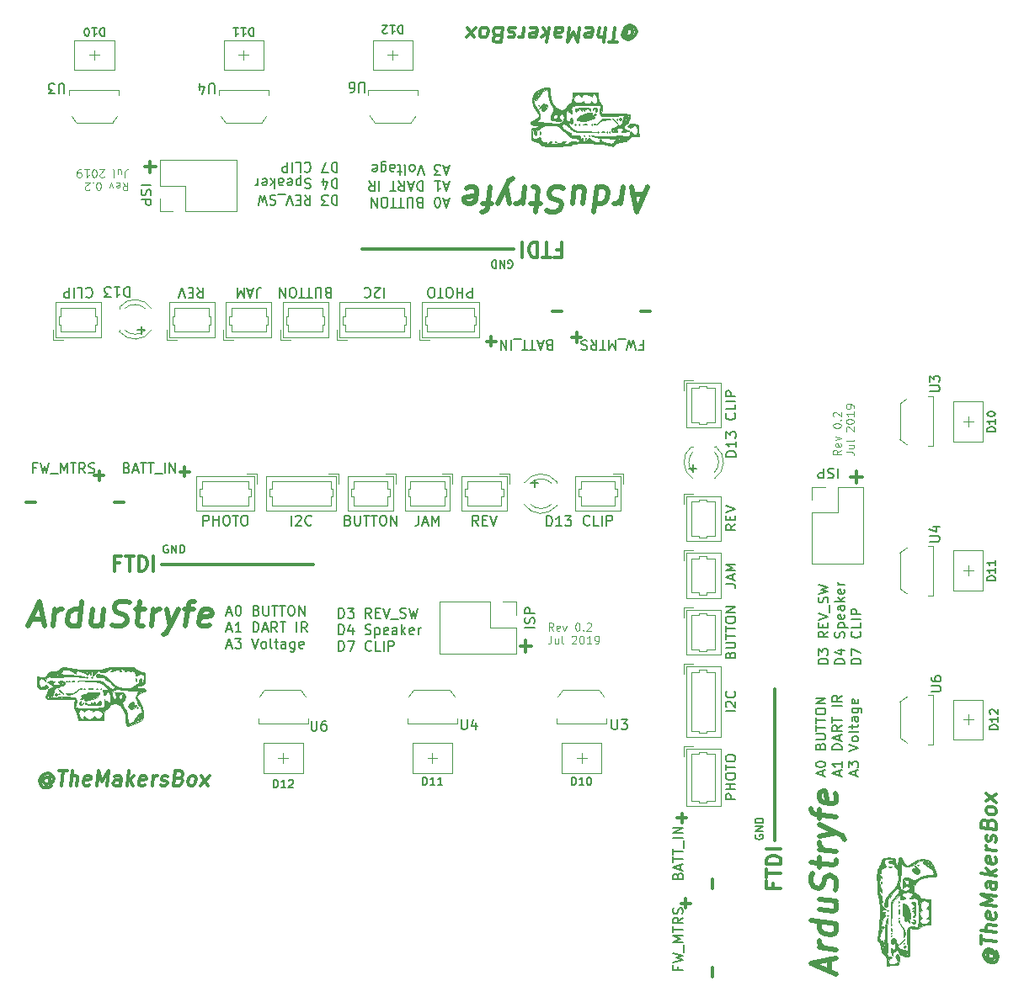
<source format=gto>
%MOIN*%
%OFA0B0*%
%FSLAX46Y46*%
%IPPOS*%
%LPD*%
%ADD10C,0.0039370078740157488*%
%ADD11C,0.011811023622047244*%
%ADD12C,0.005905511811023622*%
%ADD13C,0.013779527559055118*%
%ADD14C,0.01968503937007874*%
%ADD15C,0.0047244094488188976*%
%ADD16C,0.00039370078740157485*%
%ADD27C,0.0039370078740157488*%
%ADD28C,0.011811023622047244*%
%ADD29C,0.005905511811023622*%
%ADD30C,0.013779527559055118*%
%ADD31C,0.01968503937007874*%
%ADD32C,0.0047244094488188976*%
%ADD33C,0.00039370078740157485*%
%ADD34C,0.0039370078740157488*%
%ADD35C,0.011811023622047244*%
%ADD36C,0.005905511811023622*%
%ADD37C,0.013779527559055118*%
%ADD38C,0.01968503937007874*%
%ADD39C,0.0047244094488188976*%
%ADD40C,0.00039370078740157485*%
G01*
D10*
D11*
X0002145125Y0002662373D02*
X0002107630Y0002662373D01*
X0001885125Y0002542373D02*
X0001847630Y0002542373D01*
X0001866377Y0002561121D02*
X0001866377Y0002523625D01*
X0002495125Y0002662373D02*
X0002457630Y0002662373D01*
X0002223550Y0002557255D02*
X0002186055Y0002557255D01*
X0002204803Y0002576002D02*
X0002204803Y0002538507D01*
D12*
X0002095429Y0002526046D02*
X0002089804Y0002527920D01*
X0002087930Y0002529795D01*
X0002086055Y0002533545D01*
X0002086055Y0002539169D01*
X0002087930Y0002542919D01*
X0002089804Y0002544793D01*
X0002093554Y0002546668D01*
X0002108552Y0002546668D01*
X0002108552Y0002507298D01*
X0002095429Y0002507298D01*
X0002091679Y0002509173D01*
X0002089804Y0002511047D01*
X0002087930Y0002514797D01*
X0002087930Y0002518547D01*
X0002089804Y0002522296D01*
X0002091679Y0002524171D01*
X0002095429Y0002526046D01*
X0002108552Y0002526046D01*
X0002071057Y0002535419D02*
X0002052309Y0002535419D01*
X0002074806Y0002546668D02*
X0002061683Y0002507298D01*
X0002048560Y0002546668D01*
X0002041061Y0002507298D02*
X0002018563Y0002507298D01*
X0002029812Y0002546668D02*
X0002029812Y0002507298D01*
X0002011064Y0002507298D02*
X0001988567Y0002507298D01*
X0001999816Y0002546668D02*
X0001999816Y0002507298D01*
X0001984818Y0002550418D02*
X0001954821Y0002550418D01*
X0001945447Y0002546668D02*
X0001945447Y0002507298D01*
X0001926700Y0002546668D02*
X0001926700Y0002507298D01*
X0001904203Y0002546668D01*
X0001904203Y0002507298D01*
X0002454176Y0002526046D02*
X0002467300Y0002526046D01*
X0002467300Y0002546668D02*
X0002467300Y0002507298D01*
X0002448552Y0002507298D01*
X0002437304Y0002507298D02*
X0002427930Y0002546668D01*
X0002420431Y0002518547D01*
X0002412932Y0002546668D01*
X0002403558Y0002507298D01*
X0002397933Y0002550418D02*
X0002367937Y0002550418D01*
X0002358563Y0002546668D02*
X0002358563Y0002507298D01*
X0002345440Y0002535419D01*
X0002332317Y0002507298D01*
X0002332317Y0002546668D01*
X0002319193Y0002507298D02*
X0002296696Y0002507298D01*
X0002307945Y0002546668D02*
X0002307945Y0002507298D01*
X0002261076Y0002546668D02*
X0002274199Y0002527920D01*
X0002283573Y0002546668D02*
X0002283573Y0002507298D01*
X0002268575Y0002507298D01*
X0002264825Y0002509173D01*
X0002262950Y0002511047D01*
X0002261076Y0002514797D01*
X0002261076Y0002520421D01*
X0002262950Y0002524171D01*
X0002264825Y0002526046D01*
X0002268575Y0002527920D01*
X0002283573Y0002527920D01*
X0002246077Y0002544793D02*
X0002240453Y0002546668D01*
X0002231079Y0002546668D01*
X0002227330Y0002544793D01*
X0002225455Y0002542919D01*
X0002223580Y0002539169D01*
X0002223580Y0002535419D01*
X0002225455Y0002531670D01*
X0002227330Y0002529795D01*
X0002231079Y0002527920D01*
X0002238578Y0002526046D01*
X0002242328Y0002524171D01*
X0002244203Y0002522296D01*
X0002246077Y0002518547D01*
X0002246077Y0002514797D01*
X0002244203Y0002511047D01*
X0002242328Y0002509173D01*
X0002238578Y0002507298D01*
X0002229205Y0002507298D01*
X0002223580Y0002509173D01*
X0001933524Y0002833267D02*
X0001936524Y0002831767D01*
X0001941023Y0002831767D01*
X0001945522Y0002833267D01*
X0001948522Y0002836267D01*
X0001950022Y0002839266D01*
X0001951522Y0002845266D01*
X0001951522Y0002849765D01*
X0001950022Y0002855764D01*
X0001948522Y0002858764D01*
X0001945522Y0002861764D01*
X0001941023Y0002863263D01*
X0001938023Y0002863263D01*
X0001933524Y0002861764D01*
X0001932024Y0002860264D01*
X0001932024Y0002849765D01*
X0001938023Y0002849765D01*
X0001918526Y0002863263D02*
X0001918526Y0002831767D01*
X0001900528Y0002863263D01*
X0001900528Y0002831767D01*
X0001885530Y0002863263D02*
X0001885530Y0002831767D01*
X0001878031Y0002831767D01*
X0001873532Y0002833267D01*
X0001870532Y0002836267D01*
X0001869032Y0002839266D01*
X0001867532Y0002845266D01*
X0001867532Y0002849765D01*
X0001869032Y0002855764D01*
X0001870532Y0002858764D01*
X0001873532Y0002861764D01*
X0001878031Y0002863263D01*
X0001885530Y0002863263D01*
D11*
X0002124656Y0002903852D02*
X0002144341Y0002903852D01*
X0002144341Y0002934786D02*
X0002144341Y0002875731D01*
X0002116220Y0002875731D01*
X0002102159Y0002875731D02*
X0002068413Y0002875731D01*
X0002085286Y0002934786D02*
X0002085286Y0002875731D01*
X0002048728Y0002934786D02*
X0002048728Y0002875731D01*
X0002034668Y0002875731D01*
X0002026231Y0002878543D01*
X0002020607Y0002884167D01*
X0002017795Y0002889791D01*
X0002014983Y0002901040D01*
X0002014983Y0002909476D01*
X0002017795Y0002920725D01*
X0002020607Y0002926349D01*
X0002026231Y0002931974D01*
X0002034668Y0002934786D01*
X0002048728Y0002934786D01*
X0001989673Y0002934786D02*
X0001989673Y0002875731D01*
D13*
X0001356377Y0002908858D02*
X0001956377Y0002908858D01*
D11*
X0000538875Y0003233076D02*
X0000493880Y0003233076D01*
X0000516377Y0003255573D02*
X0000516377Y0003210579D01*
D12*
X0001257004Y0003121707D02*
X0001257004Y0003082337D01*
X0001247630Y0003082337D01*
X0001242005Y0003084212D01*
X0001238256Y0003087962D01*
X0001236381Y0003091711D01*
X0001234506Y0003099210D01*
X0001234506Y0003104835D01*
X0001236381Y0003112334D01*
X0001238256Y0003116083D01*
X0001242005Y0003119833D01*
X0001247630Y0003121707D01*
X0001257004Y0003121707D01*
X0001221383Y0003082337D02*
X0001197011Y0003082337D01*
X0001210134Y0003097335D01*
X0001204510Y0003097335D01*
X0001200761Y0003099210D01*
X0001198886Y0003101085D01*
X0001197011Y0003104835D01*
X0001197011Y0003114208D01*
X0001198886Y0003117958D01*
X0001200761Y0003119833D01*
X0001204510Y0003121707D01*
X0001215759Y0003121707D01*
X0001219508Y0003119833D01*
X0001221383Y0003117958D01*
X0001127645Y0003121707D02*
X0001140768Y0003102960D01*
X0001150142Y0003121707D02*
X0001150142Y0003082337D01*
X0001135144Y0003082337D01*
X0001131394Y0003084212D01*
X0001129520Y0003086087D01*
X0001127645Y0003089836D01*
X0001127645Y0003095461D01*
X0001129520Y0003099210D01*
X0001131394Y0003101085D01*
X0001135144Y0003102960D01*
X0001150142Y0003102960D01*
X0001110772Y0003101085D02*
X0001097648Y0003101085D01*
X0001092024Y0003121707D02*
X0001110772Y0003121707D01*
X0001110772Y0003082337D01*
X0001092024Y0003082337D01*
X0001080776Y0003082337D02*
X0001067652Y0003121707D01*
X0001054529Y0003082337D01*
X0001050779Y0003125457D02*
X0001020783Y0003125457D01*
X0001013284Y0003119833D02*
X0001007660Y0003121707D01*
X0000998286Y0003121707D01*
X0000994536Y0003119833D01*
X0000992662Y0003117958D01*
X0000990787Y0003114208D01*
X0000990787Y0003110459D01*
X0000992662Y0003106709D01*
X0000994536Y0003104835D01*
X0000998286Y0003102960D01*
X0001005785Y0003101085D01*
X0001009535Y0003099210D01*
X0001011409Y0003097335D01*
X0001013284Y0003093586D01*
X0001013284Y0003089836D01*
X0001011409Y0003086087D01*
X0001009535Y0003084212D01*
X0001005785Y0003082337D01*
X0000996411Y0003082337D01*
X0000990787Y0003084212D01*
X0000977663Y0003082337D02*
X0000968290Y0003121707D01*
X0000960791Y0003093586D01*
X0000953292Y0003121707D01*
X0000943918Y0003082337D01*
X0001257004Y0003186668D02*
X0001257004Y0003147298D01*
X0001247630Y0003147298D01*
X0001242005Y0003149173D01*
X0001238256Y0003152922D01*
X0001236381Y0003156672D01*
X0001234506Y0003164171D01*
X0001234506Y0003169795D01*
X0001236381Y0003177294D01*
X0001238256Y0003181044D01*
X0001242005Y0003184793D01*
X0001247630Y0003186668D01*
X0001257004Y0003186668D01*
X0001200761Y0003160421D02*
X0001200761Y0003186668D01*
X0001210134Y0003145423D02*
X0001219508Y0003173545D01*
X0001195136Y0003173545D01*
X0001152017Y0003184793D02*
X0001146392Y0003186668D01*
X0001137019Y0003186668D01*
X0001133269Y0003184793D01*
X0001131394Y0003182918D01*
X0001129520Y0003179169D01*
X0001129520Y0003175419D01*
X0001131394Y0003171670D01*
X0001133269Y0003169795D01*
X0001137019Y0003167920D01*
X0001144518Y0003166046D01*
X0001148267Y0003164171D01*
X0001150142Y0003162296D01*
X0001152017Y0003158547D01*
X0001152017Y0003154797D01*
X0001150142Y0003151047D01*
X0001148267Y0003149173D01*
X0001144518Y0003147298D01*
X0001135144Y0003147298D01*
X0001129520Y0003149173D01*
X0001112647Y0003160421D02*
X0001112647Y0003199791D01*
X0001112647Y0003162296D02*
X0001108897Y0003160421D01*
X0001101398Y0003160421D01*
X0001097648Y0003162296D01*
X0001095774Y0003164171D01*
X0001093899Y0003167920D01*
X0001093899Y0003179169D01*
X0001095774Y0003182918D01*
X0001097648Y0003184793D01*
X0001101398Y0003186668D01*
X0001108897Y0003186668D01*
X0001112647Y0003184793D01*
X0001062028Y0003184793D02*
X0001065777Y0003186668D01*
X0001073277Y0003186668D01*
X0001077026Y0003184793D01*
X0001078901Y0003181044D01*
X0001078901Y0003166046D01*
X0001077026Y0003162296D01*
X0001073277Y0003160421D01*
X0001065777Y0003160421D01*
X0001062028Y0003162296D01*
X0001060153Y0003166046D01*
X0001060153Y0003169795D01*
X0001078901Y0003173545D01*
X0001026407Y0003186668D02*
X0001026407Y0003166046D01*
X0001028282Y0003162296D01*
X0001032032Y0003160421D01*
X0001039531Y0003160421D01*
X0001043280Y0003162296D01*
X0001026407Y0003184793D02*
X0001030157Y0003186668D01*
X0001039531Y0003186668D01*
X0001043280Y0003184793D01*
X0001045155Y0003181044D01*
X0001045155Y0003177294D01*
X0001043280Y0003173545D01*
X0001039531Y0003171670D01*
X0001030157Y0003171670D01*
X0001026407Y0003169795D01*
X0001007660Y0003186668D02*
X0001007660Y0003147298D01*
X0001003910Y0003171670D02*
X0000992662Y0003186668D01*
X0000992662Y0003160421D02*
X0001007660Y0003175419D01*
X0000960791Y0003184793D02*
X0000964540Y0003186668D01*
X0000972039Y0003186668D01*
X0000975789Y0003184793D01*
X0000977663Y0003181044D01*
X0000977663Y0003166046D01*
X0000975789Y0003162296D01*
X0000972039Y0003160421D01*
X0000964540Y0003160421D01*
X0000960791Y0003162296D01*
X0000958916Y0003166046D01*
X0000958916Y0003169795D01*
X0000977663Y0003173545D01*
X0000942043Y0003186668D02*
X0000942043Y0003160421D01*
X0000942043Y0003167920D02*
X0000940168Y0003164171D01*
X0000938293Y0003162296D01*
X0000934544Y0003160421D01*
X0000930794Y0003160421D01*
X0001257004Y0003251629D02*
X0001257004Y0003212259D01*
X0001247630Y0003212259D01*
X0001242005Y0003214133D01*
X0001238256Y0003217883D01*
X0001236381Y0003221632D01*
X0001234506Y0003229131D01*
X0001234506Y0003234756D01*
X0001236381Y0003242255D01*
X0001238256Y0003246004D01*
X0001242005Y0003249754D01*
X0001247630Y0003251629D01*
X0001257004Y0003251629D01*
X0001221383Y0003212259D02*
X0001195136Y0003212259D01*
X0001212009Y0003251629D01*
X0001127645Y0003247879D02*
X0001129520Y0003249754D01*
X0001135144Y0003251629D01*
X0001138893Y0003251629D01*
X0001144518Y0003249754D01*
X0001148267Y0003246004D01*
X0001150142Y0003242255D01*
X0001152017Y0003234756D01*
X0001152017Y0003229131D01*
X0001150142Y0003221632D01*
X0001148267Y0003217883D01*
X0001144518Y0003214133D01*
X0001138893Y0003212259D01*
X0001135144Y0003212259D01*
X0001129520Y0003214133D01*
X0001127645Y0003216008D01*
X0001092024Y0003251629D02*
X0001110772Y0003251629D01*
X0001110772Y0003212259D01*
X0001078901Y0003251629D02*
X0001078901Y0003212259D01*
X0001060153Y0003251629D02*
X0001060153Y0003212259D01*
X0001045155Y0003212259D01*
X0001041406Y0003214133D01*
X0001039531Y0003216008D01*
X0001037656Y0003219758D01*
X0001037656Y0003225382D01*
X0001039531Y0003229131D01*
X0001041406Y0003231006D01*
X0001045155Y0003232881D01*
X0001060153Y0003232881D01*
X0001698878Y0003100459D02*
X0001680131Y0003100459D01*
X0001702628Y0003111707D02*
X0001689505Y0003072337D01*
X0001676381Y0003111707D01*
X0001655759Y0003072337D02*
X0001652009Y0003072337D01*
X0001648260Y0003074212D01*
X0001646385Y0003076087D01*
X0001644510Y0003079836D01*
X0001642635Y0003087335D01*
X0001642635Y0003096709D01*
X0001644510Y0003104208D01*
X0001646385Y0003107958D01*
X0001648260Y0003109833D01*
X0001652009Y0003111707D01*
X0001655759Y0003111707D01*
X0001659508Y0003109833D01*
X0001661383Y0003107958D01*
X0001663258Y0003104208D01*
X0001665133Y0003096709D01*
X0001665133Y0003087335D01*
X0001663258Y0003079836D01*
X0001661383Y0003076087D01*
X0001659508Y0003074212D01*
X0001655759Y0003072337D01*
X0001582643Y0003091085D02*
X0001577019Y0003092960D01*
X0001575144Y0003094835D01*
X0001573269Y0003098584D01*
X0001573269Y0003104208D01*
X0001575144Y0003107958D01*
X0001577019Y0003109833D01*
X0001580768Y0003111707D01*
X0001595766Y0003111707D01*
X0001595766Y0003072337D01*
X0001582643Y0003072337D01*
X0001578893Y0003074212D01*
X0001577019Y0003076087D01*
X0001575144Y0003079836D01*
X0001575144Y0003083586D01*
X0001577019Y0003087335D01*
X0001578893Y0003089210D01*
X0001582643Y0003091085D01*
X0001595766Y0003091085D01*
X0001556396Y0003072337D02*
X0001556396Y0003104208D01*
X0001554521Y0003107958D01*
X0001552647Y0003109833D01*
X0001548897Y0003111707D01*
X0001541398Y0003111707D01*
X0001537648Y0003109833D01*
X0001535774Y0003107958D01*
X0001533899Y0003104208D01*
X0001533899Y0003072337D01*
X0001520776Y0003072337D02*
X0001498278Y0003072337D01*
X0001509527Y0003111707D02*
X0001509527Y0003072337D01*
X0001490779Y0003072337D02*
X0001468282Y0003072337D01*
X0001479531Y0003111707D02*
X0001479531Y0003072337D01*
X0001447660Y0003072337D02*
X0001440161Y0003072337D01*
X0001436411Y0003074212D01*
X0001432662Y0003077962D01*
X0001430787Y0003085461D01*
X0001430787Y0003098584D01*
X0001432662Y0003106083D01*
X0001436411Y0003109833D01*
X0001440161Y0003111707D01*
X0001447660Y0003111707D01*
X0001451409Y0003109833D01*
X0001455159Y0003106083D01*
X0001457034Y0003098584D01*
X0001457034Y0003085461D01*
X0001455159Y0003077962D01*
X0001451409Y0003074212D01*
X0001447660Y0003072337D01*
X0001413914Y0003111707D02*
X0001413914Y0003072337D01*
X0001391417Y0003111707D01*
X0001391417Y0003072337D01*
X0001698878Y0003165419D02*
X0001680131Y0003165419D01*
X0001702628Y0003176668D02*
X0001689505Y0003137298D01*
X0001676381Y0003176668D01*
X0001642635Y0003176668D02*
X0001665133Y0003176668D01*
X0001653884Y0003176668D02*
X0001653884Y0003137298D01*
X0001657634Y0003142922D01*
X0001661383Y0003146672D01*
X0001665133Y0003148547D01*
X0001595766Y0003176668D02*
X0001595766Y0003137298D01*
X0001586392Y0003137298D01*
X0001580768Y0003139173D01*
X0001577019Y0003142922D01*
X0001575144Y0003146672D01*
X0001573269Y0003154171D01*
X0001573269Y0003159795D01*
X0001575144Y0003167294D01*
X0001577019Y0003171044D01*
X0001580768Y0003174793D01*
X0001586392Y0003176668D01*
X0001595766Y0003176668D01*
X0001558271Y0003165419D02*
X0001539523Y0003165419D01*
X0001562020Y0003176668D02*
X0001548897Y0003137298D01*
X0001535774Y0003176668D01*
X0001500153Y0003176668D02*
X0001513277Y0003157920D01*
X0001522650Y0003176668D02*
X0001522650Y0003137298D01*
X0001507652Y0003137298D01*
X0001503903Y0003139173D01*
X0001502028Y0003141047D01*
X0001500153Y0003144797D01*
X0001500153Y0003150421D01*
X0001502028Y0003154171D01*
X0001503903Y0003156046D01*
X0001507652Y0003157920D01*
X0001522650Y0003157920D01*
X0001488905Y0003137298D02*
X0001466407Y0003137298D01*
X0001477656Y0003176668D02*
X0001477656Y0003137298D01*
X0001423288Y0003176668D02*
X0001423288Y0003137298D01*
X0001382043Y0003176668D02*
X0001395166Y0003157920D01*
X0001404540Y0003176668D02*
X0001404540Y0003137298D01*
X0001389542Y0003137298D01*
X0001385792Y0003139173D01*
X0001383918Y0003141047D01*
X0001382043Y0003144797D01*
X0001382043Y0003150421D01*
X0001383918Y0003154171D01*
X0001385792Y0003156046D01*
X0001389542Y0003157920D01*
X0001404540Y0003157920D01*
X0001698878Y0003230380D02*
X0001680131Y0003230380D01*
X0001702628Y0003241629D02*
X0001689505Y0003202259D01*
X0001676381Y0003241629D01*
X0001667007Y0003202259D02*
X0001642635Y0003202259D01*
X0001655759Y0003217257D01*
X0001650134Y0003217257D01*
X0001646385Y0003219131D01*
X0001644510Y0003221006D01*
X0001642635Y0003224756D01*
X0001642635Y0003234130D01*
X0001644510Y0003237879D01*
X0001646385Y0003239754D01*
X0001650134Y0003241629D01*
X0001661383Y0003241629D01*
X0001665133Y0003239754D01*
X0001667007Y0003237879D01*
X0001601391Y0003202259D02*
X0001588267Y0003241629D01*
X0001575144Y0003202259D01*
X0001556396Y0003241629D02*
X0001560146Y0003239754D01*
X0001562020Y0003237879D01*
X0001563895Y0003234130D01*
X0001563895Y0003222881D01*
X0001562020Y0003219131D01*
X0001560146Y0003217257D01*
X0001556396Y0003215382D01*
X0001550772Y0003215382D01*
X0001547022Y0003217257D01*
X0001545148Y0003219131D01*
X0001543273Y0003222881D01*
X0001543273Y0003234130D01*
X0001545148Y0003237879D01*
X0001547022Y0003239754D01*
X0001550772Y0003241629D01*
X0001556396Y0003241629D01*
X0001520776Y0003241629D02*
X0001524525Y0003239754D01*
X0001526400Y0003236004D01*
X0001526400Y0003202259D01*
X0001511402Y0003215382D02*
X0001496404Y0003215382D01*
X0001505777Y0003202259D02*
X0001505777Y0003236004D01*
X0001503903Y0003239754D01*
X0001500153Y0003241629D01*
X0001496404Y0003241629D01*
X0001466407Y0003241629D02*
X0001466407Y0003221006D01*
X0001468282Y0003217257D01*
X0001472032Y0003215382D01*
X0001479531Y0003215382D01*
X0001483280Y0003217257D01*
X0001466407Y0003239754D02*
X0001470157Y0003241629D01*
X0001479531Y0003241629D01*
X0001483280Y0003239754D01*
X0001485155Y0003236004D01*
X0001485155Y0003232255D01*
X0001483280Y0003228505D01*
X0001479531Y0003226631D01*
X0001470157Y0003226631D01*
X0001466407Y0003224756D01*
X0001430787Y0003215382D02*
X0001430787Y0003247253D01*
X0001432662Y0003251002D01*
X0001434536Y0003252877D01*
X0001438286Y0003254752D01*
X0001443910Y0003254752D01*
X0001447660Y0003252877D01*
X0001430787Y0003239754D02*
X0001434536Y0003241629D01*
X0001442035Y0003241629D01*
X0001445785Y0003239754D01*
X0001447660Y0003237879D01*
X0001449534Y0003234130D01*
X0001449534Y0003222881D01*
X0001447660Y0003219131D01*
X0001445785Y0003217257D01*
X0001442035Y0003215382D01*
X0001434536Y0003215382D01*
X0001430787Y0003217257D01*
X0001397041Y0003239754D02*
X0001400791Y0003241629D01*
X0001408290Y0003241629D01*
X0001412039Y0003239754D01*
X0001413914Y0003236004D01*
X0001413914Y0003221006D01*
X0001412039Y0003217257D01*
X0001408290Y0003215382D01*
X0001400791Y0003215382D01*
X0001397041Y0003217257D01*
X0001395166Y0003221006D01*
X0001395166Y0003224756D01*
X0001413914Y0003228505D01*
D14*
X0002473529Y0003125262D02*
X0002426660Y0003125262D01*
X0002486418Y0003153383D02*
X0002441306Y0003054958D01*
X0002420801Y0003153383D01*
X0002387993Y0003153383D02*
X0002379790Y0003087767D01*
X0002382134Y0003106514D02*
X0002376275Y0003097140D01*
X0002371002Y0003092454D01*
X0002361043Y0003087767D01*
X0002351669Y0003087767D01*
X0002284880Y0003153383D02*
X0002272577Y0003054958D01*
X0002284295Y0003148697D02*
X0002294254Y0003153383D01*
X0002313002Y0003153383D01*
X0002321790Y0003148697D01*
X0002325891Y0003144010D01*
X0002329406Y0003134636D01*
X0002325891Y0003106514D01*
X0002320032Y0003097140D01*
X0002314760Y0003092454D01*
X0002304800Y0003087767D01*
X0002286052Y0003087767D01*
X0002277264Y0003092454D01*
X0002187627Y0003087767D02*
X0002195829Y0003153383D01*
X0002229809Y0003087767D02*
X0002236254Y0003139323D01*
X0002232738Y0003148697D01*
X0002223951Y0003153383D01*
X0002209890Y0003153383D01*
X0002199930Y0003148697D01*
X0002194657Y0003144010D01*
X0002153061Y0003148697D02*
X0002139586Y0003153383D01*
X0002116152Y0003153383D01*
X0002106192Y0003148697D01*
X0002100919Y0003144010D01*
X0002095060Y0003134636D01*
X0002093889Y0003125262D01*
X0002097404Y0003115888D01*
X0002101505Y0003111201D01*
X0002110293Y0003106514D01*
X0002128455Y0003101827D01*
X0002137243Y0003097140D01*
X0002141344Y0003092454D01*
X0002144859Y0003083080D01*
X0002143687Y0003073706D01*
X0002137828Y0003064332D01*
X0002132556Y0003059645D01*
X0002122596Y0003054958D01*
X0002099161Y0003054958D01*
X0002085687Y0003059645D01*
X0002061080Y0003087767D02*
X0002023585Y0003087767D01*
X0002042918Y0003054958D02*
X0002053464Y0003139323D01*
X0002049949Y0003148697D01*
X0002041161Y0003153383D01*
X0002031787Y0003153383D01*
X0001998979Y0003153383D02*
X0001990777Y0003087767D01*
X0001993120Y0003106514D02*
X0001987261Y0003097140D01*
X0001981989Y0003092454D01*
X0001972029Y0003087767D01*
X0001962655Y0003087767D01*
X0001939221Y0003087767D02*
X0001923988Y0003153383D01*
X0001892351Y0003087767D02*
X0001923988Y0003153383D01*
X0001936291Y0003176818D01*
X0001941564Y0003181505D01*
X0001951524Y0003186192D01*
X0001868917Y0003087767D02*
X0001831422Y0003087767D01*
X0001863058Y0003153383D02*
X0001852513Y0003069019D01*
X0001846654Y0003059645D01*
X0001836694Y0003054958D01*
X0001827320Y0003054958D01*
X0001768734Y0003148697D02*
X0001778694Y0003153383D01*
X0001797441Y0003153383D01*
X0001806229Y0003148697D01*
X0001809745Y0003139323D01*
X0001805058Y0003101827D01*
X0001799199Y0003092454D01*
X0001789239Y0003087767D01*
X0001770492Y0003087767D01*
X0001761704Y0003092454D01*
X0001758188Y0003101827D01*
X0001759360Y0003111201D01*
X0001807401Y0003120575D01*
D12*
X0001514623Y0003793106D02*
X0001514623Y0003761610D01*
X0001507124Y0003761610D01*
X0001502624Y0003763110D01*
X0001499625Y0003766109D01*
X0001498125Y0003769109D01*
X0001496625Y0003775108D01*
X0001496625Y0003779608D01*
X0001498125Y0003785607D01*
X0001499625Y0003788607D01*
X0001502624Y0003791606D01*
X0001507124Y0003793106D01*
X0001514623Y0003793106D01*
X0001466629Y0003793106D02*
X0001484626Y0003793106D01*
X0001475628Y0003793106D02*
X0001475628Y0003761610D01*
X0001478627Y0003766109D01*
X0001481627Y0003769109D01*
X0001484626Y0003770609D01*
X0001454630Y0003764610D02*
X0001453130Y0003763110D01*
X0001450131Y0003761610D01*
X0001442632Y0003761610D01*
X0001439632Y0003763110D01*
X0001438132Y0003764610D01*
X0001436632Y0003767609D01*
X0001436632Y0003770609D01*
X0001438132Y0003775108D01*
X0001456130Y0003793106D01*
X0001436632Y0003793106D01*
X0000924623Y0003783106D02*
X0000924623Y0003751610D01*
X0000917124Y0003751610D01*
X0000912624Y0003753110D01*
X0000909625Y0003756109D01*
X0000908125Y0003759109D01*
X0000906625Y0003765108D01*
X0000906625Y0003769608D01*
X0000908125Y0003775607D01*
X0000909625Y0003778607D01*
X0000912624Y0003781606D01*
X0000917124Y0003783106D01*
X0000924623Y0003783106D01*
X0000876629Y0003783106D02*
X0000894626Y0003783106D01*
X0000885628Y0003783106D02*
X0000885628Y0003751610D01*
X0000888627Y0003756109D01*
X0000891627Y0003759109D01*
X0000894626Y0003760609D01*
X0000846632Y0003783106D02*
X0000864630Y0003783106D01*
X0000855631Y0003783106D02*
X0000855631Y0003751610D01*
X0000858631Y0003756109D01*
X0000861631Y0003759109D01*
X0000864630Y0003760609D01*
X0000334623Y0003783106D02*
X0000334623Y0003751610D01*
X0000327124Y0003751610D01*
X0000322624Y0003753110D01*
X0000319625Y0003756109D01*
X0000318125Y0003759109D01*
X0000316625Y0003765108D01*
X0000316625Y0003769608D01*
X0000318125Y0003775607D01*
X0000319625Y0003778607D01*
X0000322624Y0003781606D01*
X0000327124Y0003783106D01*
X0000334623Y0003783106D01*
X0000286629Y0003783106D02*
X0000304626Y0003783106D01*
X0000295628Y0003783106D02*
X0000295628Y0003751610D01*
X0000298627Y0003756109D01*
X0000301627Y0003759109D01*
X0000304626Y0003760609D01*
X0000267131Y0003751610D02*
X0000264131Y0003751610D01*
X0000261132Y0003753110D01*
X0000259632Y0003754610D01*
X0000258132Y0003757609D01*
X0000256632Y0003763608D01*
X0000256632Y0003771107D01*
X0000258132Y0003777107D01*
X0000259632Y0003780106D01*
X0000261132Y0003781606D01*
X0000264131Y0003783106D01*
X0000267131Y0003783106D01*
X0000270131Y0003781606D01*
X0000271631Y0003780106D01*
X0000273130Y0003777107D01*
X0000274630Y0003771107D01*
X0000274630Y0003763608D01*
X0000273130Y0003757609D01*
X0000271631Y0003754610D01*
X0000270131Y0003753110D01*
X0000267131Y0003751610D01*
D11*
X0002400071Y0003757452D02*
X0002402532Y0003754640D01*
X0002407805Y0003751827D01*
X0002413429Y0003751827D01*
X0002419405Y0003754640D01*
X0002422568Y0003757452D01*
X0002426084Y0003763076D01*
X0002426787Y0003768700D01*
X0002424677Y0003774325D01*
X0002422217Y0003777137D01*
X0002416944Y0003779949D01*
X0002411320Y0003779949D01*
X0002405344Y0003777137D01*
X0002402180Y0003774325D01*
X0002399368Y0003751827D02*
X0002402180Y0003774325D01*
X0002399720Y0003777137D01*
X0002396908Y0003777137D01*
X0002390932Y0003774325D01*
X0002387417Y0003768700D01*
X0002385659Y0003754640D01*
X0002390229Y0003746203D01*
X0002397962Y0003740579D01*
X0002408859Y0003737767D01*
X0002420459Y0003740579D01*
X0002429599Y0003746203D01*
X0002436278Y0003754640D01*
X0002440496Y0003765888D01*
X0002439090Y0003777137D01*
X0002434520Y0003785573D01*
X0002426787Y0003791197D01*
X0002415890Y0003794010D01*
X0002404289Y0003791197D01*
X0002395150Y0003785573D01*
X0002365271Y0003726518D02*
X0002331525Y0003726518D01*
X0002355780Y0003785573D02*
X0002348398Y0003726518D01*
X0002319222Y0003785573D02*
X0002311840Y0003726518D01*
X0002293913Y0003785573D02*
X0002290046Y0003754640D01*
X0002292155Y0003749015D01*
X0002297428Y0003746203D01*
X0002305864Y0003746203D01*
X0002311840Y0003749015D01*
X0002315004Y0003751827D01*
X0002242942Y0003782761D02*
X0002248918Y0003785573D01*
X0002260167Y0003785573D01*
X0002265440Y0003782761D01*
X0002267549Y0003777137D01*
X0002264737Y0003754640D01*
X0002261221Y0003749015D01*
X0002255246Y0003746203D01*
X0002243997Y0003746203D01*
X0002238724Y0003749015D01*
X0002236615Y0003754640D01*
X0002237318Y0003760264D01*
X0002266143Y0003765888D01*
X0002215172Y0003785573D02*
X0002207791Y0003726518D01*
X0002193378Y0003768700D01*
X0002168420Y0003726518D01*
X0002175802Y0003785573D01*
X0002122372Y0003785573D02*
X0002118505Y0003754640D01*
X0002120614Y0003749015D01*
X0002125887Y0003746203D01*
X0002137135Y0003746203D01*
X0002143111Y0003749015D01*
X0002122020Y0003782761D02*
X0002127996Y0003785573D01*
X0002142057Y0003785573D01*
X0002147329Y0003782761D01*
X0002149438Y0003777137D01*
X0002148735Y0003771512D01*
X0002145220Y0003765888D01*
X0002139244Y0003763076D01*
X0002125184Y0003763076D01*
X0002119208Y0003760264D01*
X0002094250Y0003785573D02*
X0002086868Y0003726518D01*
X0002085814Y0003763076D02*
X0002071753Y0003785573D01*
X0002066832Y0003746203D02*
X0002092141Y0003768700D01*
X0002023595Y0003782761D02*
X0002029571Y0003785573D01*
X0002040819Y0003785573D01*
X0002046092Y0003782761D01*
X0002048201Y0003777137D01*
X0002045389Y0003754640D01*
X0002041874Y0003749015D01*
X0002035898Y0003746203D01*
X0002024649Y0003746203D01*
X0002019377Y0003749015D01*
X0002017267Y0003754640D01*
X0002017970Y0003760264D01*
X0002046795Y0003765888D01*
X0001995825Y0003785573D02*
X0001990904Y0003746203D01*
X0001992310Y0003757452D02*
X0001988795Y0003751827D01*
X0001985631Y0003749015D01*
X0001979655Y0003746203D01*
X0001974031Y0003746203D01*
X0001961728Y0003782761D02*
X0001956455Y0003785573D01*
X0001945206Y0003785573D01*
X0001939230Y0003782761D01*
X0001935715Y0003777137D01*
X0001935364Y0003774325D01*
X0001937473Y0003768700D01*
X0001942746Y0003765888D01*
X0001951182Y0003765888D01*
X0001956455Y0003763076D01*
X0001958564Y0003757452D01*
X0001958212Y0003754640D01*
X0001954697Y0003749015D01*
X0001948721Y0003746203D01*
X0001940285Y0003746203D01*
X0001935012Y0003749015D01*
X0001887909Y0003754640D02*
X0001879824Y0003757452D01*
X0001877363Y0003760264D01*
X0001875254Y0003765888D01*
X0001876309Y0003774325D01*
X0001879824Y0003779949D01*
X0001882987Y0003782761D01*
X0001888963Y0003785573D01*
X0001911460Y0003785573D01*
X0001904078Y0003726518D01*
X0001884393Y0003726518D01*
X0001879121Y0003729330D01*
X0001876660Y0003732142D01*
X0001874551Y0003737767D01*
X0001875254Y0003743391D01*
X0001878769Y0003749015D01*
X0001881933Y0003751827D01*
X0001887909Y0003754640D01*
X0001907594Y0003754640D01*
X0001843969Y0003785573D02*
X0001849242Y0003782761D01*
X0001851702Y0003779949D01*
X0001853811Y0003774325D01*
X0001851702Y0003757452D01*
X0001848187Y0003751827D01*
X0001845023Y0003749015D01*
X0001839048Y0003746203D01*
X0001830611Y0003746203D01*
X0001825338Y0003749015D01*
X0001822878Y0003751827D01*
X0001820769Y0003757452D01*
X0001822878Y0003774325D01*
X0001826393Y0003779949D01*
X0001829557Y0003782761D01*
X0001835532Y0003785573D01*
X0001843969Y0003785573D01*
X0001804599Y0003785573D02*
X0001768744Y0003746203D01*
X0001799677Y0003746203D02*
X0001773665Y0003785573D01*
D10*
X0000407652Y0003172319D02*
X0000418151Y0003157320D01*
X0000425650Y0003172319D02*
X0000425650Y0003140822D01*
X0000413652Y0003140822D01*
X0000410652Y0003142322D01*
X0000409152Y0003143822D01*
X0000407652Y0003146822D01*
X0000407652Y0003151321D01*
X0000409152Y0003154321D01*
X0000410652Y0003155821D01*
X0000413652Y0003157320D01*
X0000425650Y0003157320D01*
X0000382155Y0003170819D02*
X0000385155Y0003172319D01*
X0000391154Y0003172319D01*
X0000394154Y0003170819D01*
X0000395654Y0003167819D01*
X0000395654Y0003155821D01*
X0000394154Y0003152821D01*
X0000391154Y0003151321D01*
X0000385155Y0003151321D01*
X0000382155Y0003152821D01*
X0000380656Y0003155821D01*
X0000380656Y0003158820D01*
X0000395654Y0003161820D01*
X0000370157Y0003151321D02*
X0000362658Y0003172319D01*
X0000355159Y0003151321D01*
X0000313164Y0003140822D02*
X0000310164Y0003140822D01*
X0000307165Y0003142322D01*
X0000305665Y0003143822D01*
X0000304165Y0003146822D01*
X0000302665Y0003152821D01*
X0000302665Y0003160320D01*
X0000304165Y0003166319D01*
X0000305665Y0003169319D01*
X0000307165Y0003170819D01*
X0000310164Y0003172319D01*
X0000313164Y0003172319D01*
X0000316164Y0003170819D01*
X0000317664Y0003169319D01*
X0000319163Y0003166319D01*
X0000320663Y0003160320D01*
X0000320663Y0003152821D01*
X0000319163Y0003146822D01*
X0000317664Y0003143822D01*
X0000316164Y0003142322D01*
X0000313164Y0003140822D01*
X0000289167Y0003169319D02*
X0000287667Y0003170819D01*
X0000289167Y0003172319D01*
X0000290667Y0003170819D01*
X0000289167Y0003169319D01*
X0000289167Y0003172319D01*
X0000275669Y0003143822D02*
X0000274169Y0003142322D01*
X0000271169Y0003140822D01*
X0000263670Y0003140822D01*
X0000260671Y0003142322D01*
X0000259171Y0003143822D01*
X0000257671Y0003146822D01*
X0000257671Y0003149821D01*
X0000259171Y0003154321D01*
X0000277169Y0003172319D01*
X0000257671Y0003172319D01*
X0000416651Y0003192004D02*
X0000416651Y0003214501D01*
X0000418151Y0003219000D01*
X0000421151Y0003222000D01*
X0000425650Y0003223500D01*
X0000428650Y0003223500D01*
X0000388155Y0003202502D02*
X0000388155Y0003223500D01*
X0000401653Y0003202502D02*
X0000401653Y0003219000D01*
X0000400153Y0003222000D01*
X0000397154Y0003223500D01*
X0000392654Y0003223500D01*
X0000389655Y0003222000D01*
X0000388155Y0003220500D01*
X0000368657Y0003223500D02*
X0000371657Y0003222000D01*
X0000373157Y0003219000D01*
X0000373157Y0003192004D01*
X0000334161Y0003195003D02*
X0000332662Y0003193503D01*
X0000329662Y0003192004D01*
X0000322163Y0003192004D01*
X0000319163Y0003193503D01*
X0000317663Y0003195003D01*
X0000316164Y0003198003D01*
X0000316164Y0003201002D01*
X0000317663Y0003205502D01*
X0000335661Y0003223500D01*
X0000316164Y0003223500D01*
X0000296666Y0003192004D02*
X0000293666Y0003192004D01*
X0000290667Y0003193503D01*
X0000289167Y0003195003D01*
X0000287667Y0003198003D01*
X0000286167Y0003204002D01*
X0000286167Y0003211501D01*
X0000287667Y0003217500D01*
X0000289167Y0003220500D01*
X0000290667Y0003222000D01*
X0000293666Y0003223500D01*
X0000296666Y0003223500D01*
X0000299666Y0003222000D01*
X0000301166Y0003220500D01*
X0000302665Y0003217500D01*
X0000304165Y0003211501D01*
X0000304165Y0003204002D01*
X0000302665Y0003198003D01*
X0000301166Y0003195003D01*
X0000299666Y0003193503D01*
X0000296666Y0003192004D01*
X0000256171Y0003223500D02*
X0000274169Y0003223500D01*
X0000265170Y0003223500D02*
X0000265170Y0003192004D01*
X0000268170Y0003196503D01*
X0000271169Y0003199503D01*
X0000274169Y0003201002D01*
X0000241173Y0003223500D02*
X0000235174Y0003223500D01*
X0000232174Y0003222000D01*
X0000230674Y0003220500D01*
X0000227675Y0003216001D01*
X0000226175Y0003210001D01*
X0000226175Y0003198003D01*
X0000227675Y0003195003D01*
X0000229175Y0003193503D01*
X0000232174Y0003192004D01*
X0000238173Y0003192004D01*
X0000241173Y0003193503D01*
X0000242673Y0003195003D01*
X0000244173Y0003198003D01*
X0000244173Y0003205502D01*
X0000242673Y0003208502D01*
X0000241173Y0003210001D01*
X0000238173Y0003211501D01*
X0000232174Y0003211501D01*
X0000229175Y0003210001D01*
X0000227675Y0003208502D01*
X0000226175Y0003205502D01*
D15*
X0000522217Y0002671323D02*
G75*
G03X0000394960Y0002677500I-0000065839J-0000042464D01*
G01*
X0000522217Y0002586393D02*
G75*
G02X0000394960Y0002580215I-0000065839J0000042464D01*
G01*
X0000497367Y0002671371D02*
G75*
G03X0000415395Y0002671377I-0000040989J-0000042513D01*
G01*
X0000497367Y0002586344D02*
G75*
G02X0000415395Y0002586338I-0000040989J0000042513D01*
G01*
X0000394960Y0002677519D02*
X0000394960Y0002671377D01*
X0000394960Y0002586338D02*
X0000394960Y0002580196D01*
D10*
X0000216614Y0003734842D02*
X0000374094Y0003734842D01*
X0000374094Y0003734842D02*
X0000374094Y0003616732D01*
X0000374094Y0003616732D02*
X0000216614Y0003616732D01*
X0000216614Y0003616732D02*
X0000216614Y0003734842D01*
X0000295354Y0003695472D02*
X0000295354Y0003656102D01*
X0000275669Y0003675787D02*
X0000315039Y0003675787D01*
X0000196929Y0003518307D02*
X0000196929Y0003537992D01*
X0000196929Y0003537992D02*
X0000393779Y0003537992D01*
X0000393779Y0003537992D02*
X0000393779Y0003518307D01*
D15*
X0000226062Y0003406102D02*
X0000367795Y0003406102D01*
X0000205425Y0003434732D02*
G75*
G03X0000226062Y0003406102I0000091503J0000044204D01*
G01*
X0000388432Y0003434732D02*
G75*
G02X0000367795Y0003406102I-0000091503J0000044204D01*
G01*
D10*
X0000807165Y0003734842D02*
X0000964645Y0003734842D01*
X0000964645Y0003734842D02*
X0000964645Y0003616732D01*
X0000964645Y0003616732D02*
X0000807165Y0003616732D01*
X0000807165Y0003616732D02*
X0000807165Y0003734842D01*
X0000885905Y0003695472D02*
X0000885905Y0003656102D01*
X0000866220Y0003675787D02*
X0000905590Y0003675787D01*
X0000787480Y0003518307D02*
X0000787480Y0003537992D01*
X0000787480Y0003537992D02*
X0000984330Y0003537992D01*
X0000984330Y0003537992D02*
X0000984330Y0003518307D01*
D15*
X0000816614Y0003406102D02*
X0000958346Y0003406102D01*
X0000795976Y0003434732D02*
G75*
G03X0000816614Y0003406102I0000091503J0000044204D01*
G01*
X0000978983Y0003434732D02*
G75*
G02X0000958346Y0003406102I-0000091503J0000044204D01*
G01*
D10*
X0001397716Y0003734842D02*
X0001555196Y0003734842D01*
X0001555196Y0003734842D02*
X0001555196Y0003616732D01*
X0001555196Y0003616732D02*
X0001397716Y0003616732D01*
X0001397716Y0003616732D02*
X0001397716Y0003734842D01*
X0001476456Y0003695472D02*
X0001476456Y0003656102D01*
X0001456771Y0003675787D02*
X0001496141Y0003675787D01*
X0001378031Y0003518307D02*
X0001378031Y0003537992D01*
X0001378031Y0003537992D02*
X0001574881Y0003537992D01*
X0001574881Y0003537992D02*
X0001574881Y0003518307D01*
D15*
X0001407165Y0003406102D02*
X0001548897Y0003406102D01*
X0001386528Y0003434732D02*
G75*
G03X0001407165Y0003406102I0000091503J0000044204D01*
G01*
X0001569534Y0003434732D02*
G75*
G02X0001548897Y0003406102I-0000091503J0000044204D01*
G01*
X0000858740Y0003056496D02*
X0000858740Y0003261220D01*
X0000656377Y0003056496D02*
X0000858740Y0003056496D01*
X0000554015Y0003261220D02*
X0000858740Y0003261220D01*
X0000656377Y0003056496D02*
X0000656377Y0003158858D01*
X0000656377Y0003158858D02*
X0000554015Y0003158858D01*
X0000554015Y0003158858D02*
X0000554015Y0003261220D01*
X0000606377Y0003056496D02*
X0000554015Y0003056496D01*
X0000554015Y0003056496D02*
X0000554015Y0003108858D01*
X0000816417Y0002696456D02*
X0000816417Y0002558661D01*
X0000816417Y0002558661D02*
X0000995551Y0002558661D01*
X0000995551Y0002558661D02*
X0000995551Y0002696456D01*
X0000995551Y0002696456D02*
X0000816417Y0002696456D01*
X0000905984Y0002580314D02*
X0000838070Y0002580314D01*
X0000838070Y0002580314D02*
X0000838070Y0002608858D01*
X0000838070Y0002608858D02*
X0000830196Y0002608858D01*
X0000830196Y0002608858D02*
X0000830196Y0002640354D01*
X0000830196Y0002640354D02*
X0000838070Y0002640354D01*
X0000838070Y0002640354D02*
X0000838070Y0002674803D01*
X0000838070Y0002674803D02*
X0000905984Y0002674803D01*
X0000905984Y0002580314D02*
X0000973897Y0002580314D01*
X0000973897Y0002580314D02*
X0000973897Y0002608858D01*
X0000973897Y0002608858D02*
X0000981771Y0002608858D01*
X0000981771Y0002608858D02*
X0000981771Y0002640354D01*
X0000981771Y0002640354D02*
X0000973897Y0002640354D01*
X0000973897Y0002640354D02*
X0000973897Y0002674803D01*
X0000973897Y0002674803D02*
X0000905984Y0002674803D01*
X0000806574Y0002548818D02*
X0000806574Y0002588188D01*
X0000806574Y0002548818D02*
X0000845944Y0002548818D01*
X0001266417Y0002696456D02*
X0001266417Y0002558661D01*
X0001266417Y0002558661D02*
X0001543976Y0002558661D01*
X0001543976Y0002558661D02*
X0001543976Y0002696456D01*
X0001543976Y0002696456D02*
X0001266417Y0002696456D01*
X0001405196Y0002580314D02*
X0001288070Y0002580314D01*
X0001288070Y0002580314D02*
X0001288070Y0002608858D01*
X0001288070Y0002608858D02*
X0001280196Y0002608858D01*
X0001280196Y0002608858D02*
X0001280196Y0002640354D01*
X0001280196Y0002640354D02*
X0001288070Y0002640354D01*
X0001288070Y0002640354D02*
X0001288070Y0002674803D01*
X0001288070Y0002674803D02*
X0001405196Y0002674803D01*
X0001405196Y0002580314D02*
X0001522322Y0002580314D01*
X0001522322Y0002580314D02*
X0001522322Y0002608858D01*
X0001522322Y0002608858D02*
X0001530196Y0002608858D01*
X0001530196Y0002608858D02*
X0001530196Y0002640354D01*
X0001530196Y0002640354D02*
X0001522322Y0002640354D01*
X0001522322Y0002640354D02*
X0001522322Y0002674803D01*
X0001522322Y0002674803D02*
X0001405196Y0002674803D01*
X0001256574Y0002548818D02*
X0001256574Y0002588188D01*
X0001256574Y0002548818D02*
X0001295944Y0002548818D01*
X0001041417Y0002696456D02*
X0001041417Y0002558661D01*
X0001041417Y0002558661D02*
X0001220551Y0002558661D01*
X0001220551Y0002558661D02*
X0001220551Y0002696456D01*
X0001220551Y0002696456D02*
X0001041417Y0002696456D01*
X0001130984Y0002580314D02*
X0001063070Y0002580314D01*
X0001063070Y0002580314D02*
X0001063070Y0002608858D01*
X0001063070Y0002608858D02*
X0001055196Y0002608858D01*
X0001055196Y0002608858D02*
X0001055196Y0002640354D01*
X0001055196Y0002640354D02*
X0001063070Y0002640354D01*
X0001063070Y0002640354D02*
X0001063070Y0002674803D01*
X0001063070Y0002674803D02*
X0001130984Y0002674803D01*
X0001130984Y0002580314D02*
X0001198897Y0002580314D01*
X0001198897Y0002580314D02*
X0001198897Y0002608858D01*
X0001198897Y0002608858D02*
X0001206771Y0002608858D01*
X0001206771Y0002608858D02*
X0001206771Y0002640354D01*
X0001206771Y0002640354D02*
X0001198897Y0002640354D01*
X0001198897Y0002640354D02*
X0001198897Y0002674803D01*
X0001198897Y0002674803D02*
X0001130984Y0002674803D01*
X0001031574Y0002548818D02*
X0001031574Y0002588188D01*
X0001031574Y0002548818D02*
X0001070944Y0002548818D01*
X0000141417Y0002696456D02*
X0000141417Y0002558661D01*
X0000141417Y0002558661D02*
X0000320551Y0002558661D01*
X0000320551Y0002558661D02*
X0000320551Y0002696456D01*
X0000320551Y0002696456D02*
X0000141417Y0002696456D01*
X0000230984Y0002580314D02*
X0000163070Y0002580314D01*
X0000163070Y0002580314D02*
X0000163070Y0002608858D01*
X0000163070Y0002608858D02*
X0000155196Y0002608858D01*
X0000155196Y0002608858D02*
X0000155196Y0002640354D01*
X0000155196Y0002640354D02*
X0000163070Y0002640354D01*
X0000163070Y0002640354D02*
X0000163070Y0002674803D01*
X0000163070Y0002674803D02*
X0000230984Y0002674803D01*
X0000230984Y0002580314D02*
X0000298897Y0002580314D01*
X0000298897Y0002580314D02*
X0000298897Y0002608858D01*
X0000298897Y0002608858D02*
X0000306771Y0002608858D01*
X0000306771Y0002608858D02*
X0000306771Y0002640354D01*
X0000306771Y0002640354D02*
X0000298897Y0002640354D01*
X0000298897Y0002640354D02*
X0000298897Y0002674803D01*
X0000298897Y0002674803D02*
X0000230984Y0002674803D01*
X0000131574Y0002548818D02*
X0000131574Y0002588188D01*
X0000131574Y0002548818D02*
X0000170944Y0002548818D01*
X0000591417Y0002696456D02*
X0000591417Y0002558661D01*
X0000591417Y0002558661D02*
X0000770551Y0002558661D01*
X0000770551Y0002558661D02*
X0000770551Y0002696456D01*
X0000770551Y0002696456D02*
X0000591417Y0002696456D01*
X0000680984Y0002580314D02*
X0000613070Y0002580314D01*
X0000613070Y0002580314D02*
X0000613070Y0002608858D01*
X0000613070Y0002608858D02*
X0000605196Y0002608858D01*
X0000605196Y0002608858D02*
X0000605196Y0002640354D01*
X0000605196Y0002640354D02*
X0000613070Y0002640354D01*
X0000613070Y0002640354D02*
X0000613070Y0002674803D01*
X0000613070Y0002674803D02*
X0000680984Y0002674803D01*
X0000680984Y0002580314D02*
X0000748897Y0002580314D01*
X0000748897Y0002580314D02*
X0000748897Y0002608858D01*
X0000748897Y0002608858D02*
X0000756771Y0002608858D01*
X0000756771Y0002608858D02*
X0000756771Y0002640354D01*
X0000756771Y0002640354D02*
X0000748897Y0002640354D01*
X0000748897Y0002640354D02*
X0000748897Y0002674803D01*
X0000748897Y0002674803D02*
X0000680984Y0002674803D01*
X0000581574Y0002548818D02*
X0000581574Y0002588188D01*
X0000581574Y0002548818D02*
X0000620944Y0002548818D01*
X0001591417Y0002696456D02*
X0001591417Y0002558661D01*
X0001591417Y0002558661D02*
X0001819763Y0002558661D01*
X0001819763Y0002558661D02*
X0001819763Y0002696456D01*
X0001819763Y0002696456D02*
X0001591417Y0002696456D01*
X0001705590Y0002580314D02*
X0001613070Y0002580314D01*
X0001613070Y0002580314D02*
X0001613070Y0002608858D01*
X0001613070Y0002608858D02*
X0001605196Y0002608858D01*
X0001605196Y0002608858D02*
X0001605196Y0002640354D01*
X0001605196Y0002640354D02*
X0001613070Y0002640354D01*
X0001613070Y0002640354D02*
X0001613070Y0002674803D01*
X0001613070Y0002674803D02*
X0001705590Y0002674803D01*
X0001705590Y0002580314D02*
X0001798110Y0002580314D01*
X0001798110Y0002580314D02*
X0001798110Y0002608858D01*
X0001798110Y0002608858D02*
X0001805984Y0002608858D01*
X0001805984Y0002608858D02*
X0001805984Y0002640354D01*
X0001805984Y0002640354D02*
X0001798110Y0002640354D01*
X0001798110Y0002640354D02*
X0001798110Y0002674803D01*
X0001798110Y0002674803D02*
X0001705590Y0002674803D01*
X0001581574Y0002548818D02*
X0001581574Y0002588188D01*
X0001581574Y0002548818D02*
X0001620944Y0002548818D01*
D16*
G36*
X0002082310Y0003315212D02*
X0002071423Y0003316484D01*
X0002064877Y0003318891D01*
X0002060790Y0003322681D01*
X0002060152Y0003323555D01*
X0002050513Y0003331023D01*
X0002038713Y0003334671D01*
X0002029916Y0003336319D01*
X0002025534Y0003340484D01*
X0002024034Y0003349926D01*
X0002023877Y0003361358D01*
X0002024218Y0003376195D01*
X0002026360Y0003383779D01*
X0002031985Y0003386858D01*
X0002040127Y0003387925D01*
X0002052685Y0003390720D01*
X0002055848Y0003394611D01*
X0002049815Y0003397869D01*
X0002038877Y0003398858D01*
X0002025934Y0003400484D01*
X0002021409Y0003405675D01*
X0002021377Y0003406358D01*
X0002025095Y0003412993D01*
X0002028324Y0003413858D01*
X0002037015Y0003416812D01*
X0002046883Y0003423261D01*
X0002058496Y0003432665D01*
X0002044140Y0003454358D01*
X0002033794Y0003475206D01*
X0002029236Y0003496202D01*
X0002030705Y0003514691D01*
X0002037621Y0003527242D01*
X0002047705Y0003533822D01*
X0002063296Y0003540686D01*
X0002080087Y0003546206D01*
X0002093769Y0003548755D01*
X0002094633Y0003548782D01*
X0002098307Y0003544139D01*
X0002099702Y0003530840D01*
X0002099633Y0003525108D01*
X0002102229Y0003503513D01*
X0002110372Y0003483943D01*
X0002122508Y0003468698D01*
X0002137085Y0003460076D01*
X0002144325Y0003458965D01*
X0002157267Y0003461363D01*
X0002164952Y0003470266D01*
X0002165468Y0003471358D01*
X0002172077Y0003480595D01*
X0002178483Y0003483858D01*
X0002183967Y0003488037D01*
X0002186984Y0003501078D01*
X0002187340Y0003505108D01*
X0002188877Y0003526358D01*
X0002288877Y0003526358D01*
X0002290407Y0003508858D01*
X0002293092Y0003497412D01*
X0002286586Y0003497412D01*
X0002284600Y0003508955D01*
X0002280127Y0003516379D01*
X0002271853Y0003523057D01*
X0002267151Y0003520742D01*
X0002266301Y0003515108D01*
X0002265373Y0003509486D01*
X0002261852Y0003513265D01*
X0002261776Y0003513383D01*
X0002254240Y0003518997D01*
X0002243304Y0003521411D01*
X0002232838Y0003520524D01*
X0002226713Y0003516237D01*
X0002226301Y0003514304D01*
X0002224825Y0003509755D01*
X0002222551Y0003511858D01*
X0002213160Y0003519262D01*
X0002202769Y0003518748D01*
X0002194480Y0003511518D01*
X0002191377Y0003499782D01*
X0002194446Y0003492097D01*
X0002204995Y0003488003D01*
X0002207627Y0003487563D01*
X0002220108Y0003487430D01*
X0002227465Y0003490621D01*
X0002227551Y0003490745D01*
X0002230746Y0003493343D01*
X0002231301Y0003490108D01*
X0002235768Y0003485575D01*
X0002246377Y0003483858D01*
X0002257241Y0003485693D01*
X0002261772Y0003490108D01*
X0002262777Y0003493792D01*
X0002264689Y0003490108D01*
X0002271186Y0003484865D01*
X0002276794Y0003483858D01*
X0002283861Y0003487846D01*
X0002286586Y0003497412D01*
X0002293092Y0003497412D01*
X0002293595Y0003495268D01*
X0002299291Y0003485767D01*
X0002299843Y0003485305D01*
X0002305201Y0003476963D01*
X0002305073Y0003462810D01*
X0002304878Y0003461555D01*
X0002302006Y0003443858D01*
X0002359192Y0003443858D01*
X0002383897Y0003443727D01*
X0002400284Y0003443154D01*
X0002410030Y0003441870D01*
X0002414814Y0003439606D01*
X0002416316Y0003436094D01*
X0002416377Y0003434691D01*
X0002416221Y0003433858D01*
X0002411377Y0003433858D01*
X0002409672Y0003438728D01*
X0002409173Y0003438858D01*
X0002404904Y0003435354D01*
X0002403877Y0003433858D01*
X0002404274Y0003429250D01*
X0002406082Y0003428858D01*
X0002411174Y0003432487D01*
X0002411377Y0003433858D01*
X0002416221Y0003433858D01*
X0002414559Y0003424977D01*
X0002412691Y0003421838D01*
X0002412487Y0003421358D01*
X0002401377Y0003421358D01*
X0002398877Y0003423858D01*
X0002396377Y0003421358D01*
X0002398877Y0003418858D01*
X0002401377Y0003421358D01*
X0002412487Y0003421358D01*
X0002409391Y0003414056D01*
X0002408941Y0003409755D01*
X0002405926Y0003403215D01*
X0002402627Y0003402608D01*
X0002396897Y0003400566D01*
X0002396377Y0003398563D01*
X0002393314Y0003395576D01*
X0002391377Y0003396358D01*
X0002386674Y0003397847D01*
X0002388015Y0003393654D01*
X0002394740Y0003385517D01*
X0002395961Y0003384274D01*
X0002403884Y0003378207D01*
X0002408461Y0003377608D01*
X0002411255Y0003376953D01*
X0002411377Y0003375691D01*
X0002406989Y0003372466D01*
X0002396231Y0003370889D01*
X0002394289Y0003370858D01*
X0002383533Y0003371323D01*
X0002381410Y0003373370D01*
X0002385539Y0003377199D01*
X0002390982Y0003381803D01*
X0002390143Y0003384232D01*
X0002381515Y0003385852D01*
X0002375127Y0003386628D01*
X0002364043Y0003386329D01*
X0002361943Y0003381865D01*
X0002364184Y0003378858D01*
X0002353877Y0003378858D01*
X0002353481Y0003383465D01*
X0002351673Y0003383858D01*
X0002346581Y0003380228D01*
X0002346377Y0003378858D01*
X0002348083Y0003373988D01*
X0002348582Y0003373858D01*
X0002352851Y0003377361D01*
X0002353877Y0003378858D01*
X0002364184Y0003378858D01*
X0002366544Y0003375691D01*
X0002367054Y0003371923D01*
X0002358253Y0003370540D01*
X0002356544Y0003370524D01*
X0002345312Y0003372193D01*
X0002341457Y0003378082D01*
X0002341377Y0003379691D01*
X0002345287Y0003387420D01*
X0002351377Y0003388858D01*
X0002359506Y0003390681D01*
X0002361377Y0003393206D01*
X0002365597Y0003396370D01*
X0002372627Y0003396956D01*
X0002381967Y0003399381D01*
X0002384539Y0003406358D01*
X0002387472Y0003424837D01*
X0002393401Y0003434603D01*
X0002393630Y0003434772D01*
X0002392361Y0003436383D01*
X0002383526Y0003436369D01*
X0002378630Y0003435897D01*
X0002357137Y0003434412D01*
X0002354393Y0003434374D01*
X0002356377Y0003436358D01*
X0002353877Y0003438858D01*
X0002351377Y0003436358D01*
X0002353375Y0003434360D01*
X0002331789Y0003434061D01*
X0002308669Y0003434903D01*
X0002305127Y0003435194D01*
X0002297986Y0003438808D01*
X0002295309Y0003449249D01*
X0002295209Y0003453858D01*
X0002296516Y0003460079D01*
X0002298638Y0003467608D01*
X0002299802Y0003472437D01*
X0002298731Y0003475639D01*
X0002293824Y0003477547D01*
X0002283475Y0003478496D01*
X0002266083Y0003478822D01*
X0002244749Y0003478858D01*
X0002218535Y0003478671D01*
X0002200798Y0003477644D01*
X0002191893Y0003475524D01*
X0002179711Y0003475524D01*
X0002179024Y0003478497D01*
X0002176377Y0003478858D01*
X0002172262Y0003477028D01*
X0002173044Y0003475524D01*
X0002178978Y0003474926D01*
X0002179711Y0003475524D01*
X0002191893Y0003475524D01*
X0002190017Y0003475078D01*
X0002184672Y0003470274D01*
X0002183239Y0003462533D01*
X0002184199Y0003451155D01*
X0002184213Y0003451041D01*
X0002184721Y0003443473D01*
X0002183580Y0003444361D01*
X0002183319Y0003445169D01*
X0002179071Y0003451193D01*
X0002175999Y0003451124D01*
X0002171666Y0003451801D01*
X0002171377Y0003453406D01*
X0002167824Y0003456647D01*
X0002165005Y0003456099D01*
X0002162071Y0003451358D01*
X0002136377Y0003451358D01*
X0002133877Y0003453858D01*
X0002131377Y0003451358D01*
X0002133877Y0003448858D01*
X0002136377Y0003451358D01*
X0002162071Y0003451358D01*
X0002160745Y0003449215D01*
X0002160526Y0003433801D01*
X0002160530Y0003433756D01*
X0002161664Y0003427307D01*
X0002154385Y0003427307D01*
X0002151480Y0003438176D01*
X0002145632Y0003443433D01*
X0002139677Y0003442325D01*
X0002137270Y0003436185D01*
X0002129001Y0003436185D01*
X0002124087Y0003441185D01*
X0002120340Y0003441715D01*
X0002113201Y0003439035D01*
X0002113106Y0003432786D01*
X0002112689Y0003425418D01*
X0002110076Y0003423858D01*
X0002106757Y0003422121D01*
X0002107318Y0003421250D01*
X0002113457Y0003420756D01*
X0002119402Y0003422500D01*
X0002127381Y0003428773D01*
X0002129001Y0003436185D01*
X0002137270Y0003436185D01*
X0002136451Y0003434098D01*
X0002136377Y0003432091D01*
X0002139667Y0003420942D01*
X0002145127Y0003417140D01*
X0002145772Y0003415925D01*
X0002138166Y0003415395D01*
X0002128877Y0003415523D01*
X0002113920Y0003416503D01*
X0002106238Y0003419082D01*
X0002103110Y0003424675D01*
X0002102375Y0003429286D01*
X0002103899Y0003441390D01*
X0002108354Y0003448423D01*
X0002113145Y0003455686D01*
X0002111325Y0003466453D01*
X0002110794Y0003467893D01*
X0002105446Y0003478687D01*
X0002100784Y0003484225D01*
X0002097574Y0003490539D01*
X0002094540Y0003503576D01*
X0002092939Y0003515169D01*
X0002091081Y0003530874D01*
X0002088860Y0003538562D01*
X0002085006Y0003540177D01*
X0002078245Y0003537660D01*
X0002078220Y0003537648D01*
X0002069258Y0003531722D01*
X0002068646Y0003530732D01*
X0002060036Y0003530732D01*
X0002059925Y0003533217D01*
X0002054173Y0003533858D01*
X0002045858Y0003531112D01*
X0002044166Y0003529324D01*
X0002045765Y0003526769D01*
X0002051371Y0003527407D01*
X0002060036Y0003530732D01*
X0002068646Y0003530732D01*
X0002066219Y0003526805D01*
X0002064287Y0003522524D01*
X0002059502Y0003522524D01*
X0002057285Y0003523858D01*
X0002049956Y0003520178D01*
X0002048672Y0003518525D01*
X0002048049Y0003516358D01*
X0002041377Y0003516358D01*
X0002038877Y0003518858D01*
X0002036377Y0003516358D01*
X0002038877Y0003513858D01*
X0002041377Y0003516358D01*
X0002048049Y0003516358D01*
X0002046800Y0003512016D01*
X0002050680Y0003511482D01*
X0002056277Y0003516237D01*
X0002059502Y0003522524D01*
X0002064287Y0003522524D01*
X0002063055Y0003519795D01*
X0002055422Y0003509330D01*
X0002053264Y0003506800D01*
X0002044356Y0003497892D01*
X0002038920Y0003496371D01*
X0002035999Y0003499300D01*
X0002032137Y0003503949D01*
X0002032196Y0003499649D01*
X0002036162Y0003486642D01*
X0002036867Y0003484604D01*
X0002041525Y0003473924D01*
X0002045554Y0003468911D01*
X0002045862Y0003468858D01*
X0002049648Y0003464643D01*
X0002054614Y0003454204D01*
X0002055786Y0003451110D01*
X0002059491Y0003437866D01*
X0002058291Y0003428459D01*
X0002054511Y0003421623D01*
X0002050028Y0003413924D01*
X0002051544Y0003410632D01*
X0002060797Y0003409856D01*
X0002065348Y0003409831D01*
X0002081552Y0003408898D01*
X0002101350Y0003406594D01*
X0002110269Y0003405196D01*
X0002132258Y0003403421D01*
X0002146442Y0003407357D01*
X0002153426Y0003417309D01*
X0002154385Y0003427307D01*
X0002161664Y0003427307D01*
X0002162868Y0003420459D01*
X0002167420Y0003414704D01*
X0002172198Y0003413858D01*
X0002178869Y0003415739D01*
X0002179091Y0003418512D01*
X0002179718Y0003424934D01*
X0002181296Y0003426307D01*
X0002185972Y0003426218D01*
X0002186377Y0003424562D01*
X0002188038Y0003415924D01*
X0002189510Y0003411513D01*
X0002190165Y0003406127D01*
X0002184586Y0003405465D01*
X0002178260Y0003406763D01*
X0002163877Y0003410176D01*
X0002180931Y0003392200D01*
X0002189645Y0003383479D01*
X0002197389Y0003378060D01*
X0002206952Y0003375033D01*
X0002221123Y0003373484D01*
X0002240931Y0003372569D01*
X0002283877Y0003370914D01*
X0002240139Y0003369886D01*
X0002219056Y0003369527D01*
X0002205190Y0003370143D01*
X0002195758Y0003372471D01*
X0002187979Y0003377246D01*
X0002179072Y0003385203D01*
X0002177847Y0003386358D01*
X0002162418Y0003399106D01*
X0002151608Y0003403639D01*
X0002144745Y0003400224D01*
X0002144367Y0003399650D01*
X0002145853Y0003393962D01*
X0002152634Y0003385297D01*
X0002161997Y0003376222D01*
X0002171225Y0003369301D01*
X0002177605Y0003367100D01*
X0002178373Y0003367520D01*
X0002180845Y0003367213D01*
X0002180544Y0003363858D01*
X0002181839Y0003358957D01*
X0002189898Y0003356897D01*
X0002199432Y0003356738D01*
X0002212393Y0003356350D01*
X0002217687Y0003353797D01*
X0002217593Y0003347966D01*
X0002217571Y0003347883D01*
X0002214140Y0003341723D01*
X0002208330Y0003344312D01*
X0002198547Y0003347757D01*
X0002193907Y0003347061D01*
X0002185859Y0003348991D01*
X0002172538Y0003358412D01*
X0002158066Y0003371502D01*
X0002143559Y0003385223D01*
X0002133100Y0003393363D01*
X0002123630Y0003397378D01*
X0002112094Y0003398724D01*
X0002100642Y0003398858D01*
X0002082806Y0003398142D01*
X0002072191Y0003395505D01*
X0002066092Y0003390215D01*
X0002065529Y0003389357D01*
X0002058304Y0003382850D01*
X0002052986Y0003382392D01*
X0002047769Y0003380626D01*
X0002046377Y0003371893D01*
X0002044658Y0003362244D01*
X0002041158Y0003358858D01*
X0002036844Y0003362697D01*
X0002036751Y0003365108D01*
X0002037114Y0003375927D01*
X0002036970Y0003378441D01*
X0002035309Y0003383680D01*
X0002032599Y0003380913D01*
X0002029782Y0003371934D01*
X0002028088Y0003361520D01*
X0002027472Y0003349756D01*
X0002030635Y0003344867D01*
X0002039739Y0003343860D01*
X0002040843Y0003343858D01*
X0002052163Y0003345766D01*
X0002058066Y0003350108D01*
X0002060127Y0003351077D01*
X0002060983Y0003345643D01*
X0002064998Y0003335717D01*
X0002073582Y0003330392D01*
X0002081829Y0003331637D01*
X0002085954Y0003330535D01*
X0002086377Y0003328153D01*
X0002087838Y0003324429D01*
X0002092377Y0003327858D01*
X0002099591Y0003332935D01*
X0002104398Y0003333253D01*
X0002103723Y0003328608D01*
X0002103721Y0003328604D01*
X0002105821Y0003325326D01*
X0002117337Y0003324336D01*
X0002123426Y0003324538D01*
X0002137006Y0003326035D01*
X0002145241Y0003328472D01*
X0002146377Y0003329792D01*
X0002150511Y0003333205D01*
X0002155127Y0003333781D01*
X0002160917Y0003332955D01*
X0002157335Y0003329484D01*
X0002156377Y0003328858D01*
X0002152451Y0003325211D01*
X0002157417Y0003323990D01*
X0002160127Y0003323934D01*
X0002168909Y0003325552D01*
X0002171377Y0003328311D01*
X0002175768Y0003331791D01*
X0002186536Y0003334503D01*
X0002188527Y0003334766D01*
X0002199161Y0003335104D01*
X0002203405Y0003333373D01*
X0002203232Y0003332813D01*
X0002204476Y0003329070D01*
X0002206040Y0003328858D01*
X0002212521Y0003332652D01*
X0002217538Y0003338858D01*
X0002224154Y0003346623D01*
X0002229267Y0003348583D01*
X0002230446Y0003344234D01*
X0002229569Y0003341358D01*
X0002229899Y0003335193D01*
X0002235584Y0003334279D01*
X0002243521Y0003338534D01*
X0002246752Y0003341809D01*
X0002252736Y0003347014D01*
X0002257665Y0003343891D01*
X0002258614Y0003342652D01*
X0002266968Y0003336752D01*
X0002268129Y0003336358D01*
X0002256377Y0003336358D01*
X0002253877Y0003338858D01*
X0002251377Y0003336358D01*
X0002253877Y0003333858D01*
X0002256377Y0003336358D01*
X0002268129Y0003336358D01*
X0002279812Y0003332389D01*
X0002280127Y0003332326D01*
X0002291436Y0003331050D01*
X0002295970Y0003333979D01*
X0002296536Y0003337733D01*
X0002297314Y0003343587D01*
X0002300763Y0003340950D01*
X0002302872Y0003338244D01*
X0002311483Y0003332347D01*
X0002325433Y0003327534D01*
X0002330213Y0003326554D01*
X0002343644Y0003324891D01*
X0002349874Y0003326298D01*
X0002351377Y0003331213D01*
X0002353852Y0003336660D01*
X0002357026Y0003335957D01*
X0002360847Y0003335996D01*
X0002360354Y0003339412D01*
X0002355858Y0003343249D01*
X0002344542Y0003345679D01*
X0002325034Y0003346951D01*
X0002317597Y0003347140D01*
X0002297378Y0003348210D01*
X0002280235Y0003350339D01*
X0002269288Y0003353112D01*
X0002268019Y0003353768D01*
X0002262499Y0003357749D01*
X0002265538Y0003357549D01*
X0002267204Y0003357055D01*
X0002277910Y0003355355D01*
X0002295009Y0003354250D01*
X0002315439Y0003353752D01*
X0002336139Y0003353874D01*
X0002354048Y0003354627D01*
X0002366105Y0003356022D01*
X0002368365Y0003356661D01*
X0002379879Y0003357781D01*
X0002391704Y0003355265D01*
X0002405693Y0003353218D01*
X0002414259Y0003359079D01*
X0002416536Y0003368608D01*
X0002417718Y0003373007D01*
X0002422002Y0003369286D01*
X0002423796Y0003366981D01*
X0002432843Y0003359943D01*
X0002440688Y0003361626D01*
X0002445224Y0003370790D01*
X0002445447Y0003379688D01*
X0002441877Y0003393132D01*
X0002435133Y0003397587D01*
X0002425890Y0003392641D01*
X0002425269Y0003392035D01*
X0002415820Y0003387595D01*
X0002410980Y0003389103D01*
X0002406749Y0003394719D01*
X0002410547Y0003399712D01*
X0002420422Y0003402798D01*
X0002431992Y0003402972D01*
X0002442130Y0003401416D01*
X0002447323Y0003397426D01*
X0002449555Y0003388209D01*
X0002450425Y0003377026D01*
X0002451973Y0003352694D01*
X0002434503Y0003354734D01*
X0002421772Y0003354922D01*
X0002416113Y0003351358D01*
X0002386377Y0003351358D01*
X0002383877Y0003353858D01*
X0002381377Y0003351358D01*
X0002383877Y0003348858D01*
X0002386377Y0003351358D01*
X0002416113Y0003351358D01*
X0002414734Y0003350489D01*
X0002411812Y0003345315D01*
X0002410475Y0003343858D01*
X0002373877Y0003343858D01*
X0002373481Y0003348465D01*
X0002371673Y0003348858D01*
X0002366581Y0003345228D01*
X0002366377Y0003343858D01*
X0002368083Y0003338988D01*
X0002368582Y0003338858D01*
X0002372851Y0003342361D01*
X0002373877Y0003343858D01*
X0002410475Y0003343858D01*
X0002403592Y0003336358D01*
X0002381377Y0003336358D01*
X0002378877Y0003338858D01*
X0002376377Y0003336358D01*
X0002378877Y0003333858D01*
X0002381377Y0003336358D01*
X0002403592Y0003336358D01*
X0002403031Y0003335747D01*
X0002395235Y0003333475D01*
X0002375888Y0003331408D01*
X0002362414Y0003325974D01*
X0002356066Y0003321076D01*
X0002347504Y0003315556D01*
X0002337962Y0003316349D01*
X0002332347Y0003318456D01*
X0002321483Y0003321101D01*
X0002304199Y0003323260D01*
X0002282658Y0003324883D01*
X0002259027Y0003325922D01*
X0002235468Y0003326325D01*
X0002214148Y0003326045D01*
X0002197232Y0003325030D01*
X0002186883Y0003323231D01*
X0002184755Y0003321841D01*
X0002178464Y0003318823D01*
X0002162275Y0003316656D01*
X0002136254Y0003315346D01*
X0002124644Y0003315088D01*
X0002099423Y0003314830D01*
X0002082310Y0003315212D01*
X0002082310Y0003315212D01*
G37*
X0002082310Y0003315212D02*
X0002071423Y0003316484D01*
X0002064877Y0003318891D01*
X0002060790Y0003322681D01*
X0002060152Y0003323555D01*
X0002050513Y0003331023D01*
X0002038713Y0003334671D01*
X0002029916Y0003336319D01*
X0002025534Y0003340484D01*
X0002024034Y0003349926D01*
X0002023877Y0003361358D01*
X0002024218Y0003376195D01*
X0002026360Y0003383779D01*
X0002031985Y0003386858D01*
X0002040127Y0003387925D01*
X0002052685Y0003390720D01*
X0002055848Y0003394611D01*
X0002049815Y0003397869D01*
X0002038877Y0003398858D01*
X0002025934Y0003400484D01*
X0002021409Y0003405675D01*
X0002021377Y0003406358D01*
X0002025095Y0003412993D01*
X0002028324Y0003413858D01*
X0002037015Y0003416812D01*
X0002046883Y0003423261D01*
X0002058496Y0003432665D01*
X0002044140Y0003454358D01*
X0002033794Y0003475206D01*
X0002029236Y0003496202D01*
X0002030705Y0003514691D01*
X0002037621Y0003527242D01*
X0002047705Y0003533822D01*
X0002063296Y0003540686D01*
X0002080087Y0003546206D01*
X0002093769Y0003548755D01*
X0002094633Y0003548782D01*
X0002098307Y0003544139D01*
X0002099702Y0003530840D01*
X0002099633Y0003525108D01*
X0002102229Y0003503513D01*
X0002110372Y0003483943D01*
X0002122508Y0003468698D01*
X0002137085Y0003460076D01*
X0002144325Y0003458965D01*
X0002157267Y0003461363D01*
X0002164952Y0003470266D01*
X0002165468Y0003471358D01*
X0002172077Y0003480595D01*
X0002178483Y0003483858D01*
X0002183967Y0003488037D01*
X0002186984Y0003501078D01*
X0002187340Y0003505108D01*
X0002188877Y0003526358D01*
X0002288877Y0003526358D01*
X0002290407Y0003508858D01*
X0002293092Y0003497412D01*
X0002286586Y0003497412D01*
X0002284600Y0003508955D01*
X0002280127Y0003516379D01*
X0002271853Y0003523057D01*
X0002267151Y0003520742D01*
X0002266301Y0003515108D01*
X0002265373Y0003509486D01*
X0002261852Y0003513265D01*
X0002261776Y0003513383D01*
X0002254240Y0003518997D01*
X0002243304Y0003521411D01*
X0002232838Y0003520524D01*
X0002226713Y0003516237D01*
X0002226301Y0003514304D01*
X0002224825Y0003509755D01*
X0002222551Y0003511858D01*
X0002213160Y0003519262D01*
X0002202769Y0003518748D01*
X0002194480Y0003511518D01*
X0002191377Y0003499782D01*
X0002194446Y0003492097D01*
X0002204995Y0003488003D01*
X0002207627Y0003487563D01*
X0002220108Y0003487430D01*
X0002227465Y0003490621D01*
X0002227551Y0003490745D01*
X0002230746Y0003493343D01*
X0002231301Y0003490108D01*
X0002235768Y0003485575D01*
X0002246377Y0003483858D01*
X0002257241Y0003485693D01*
X0002261772Y0003490108D01*
X0002262777Y0003493792D01*
X0002264689Y0003490108D01*
X0002271186Y0003484865D01*
X0002276794Y0003483858D01*
X0002283861Y0003487846D01*
X0002286586Y0003497412D01*
X0002293092Y0003497412D01*
X0002293595Y0003495268D01*
X0002299291Y0003485767D01*
X0002299843Y0003485305D01*
X0002305201Y0003476963D01*
X0002305073Y0003462810D01*
X0002304878Y0003461555D01*
X0002302006Y0003443858D01*
X0002359192Y0003443858D01*
X0002383897Y0003443727D01*
X0002400284Y0003443154D01*
X0002410030Y0003441870D01*
X0002414814Y0003439606D01*
X0002416316Y0003436094D01*
X0002416377Y0003434691D01*
X0002416221Y0003433858D01*
X0002411377Y0003433858D01*
X0002409672Y0003438728D01*
X0002409173Y0003438858D01*
X0002404904Y0003435354D01*
X0002403877Y0003433858D01*
X0002404274Y0003429250D01*
X0002406082Y0003428858D01*
X0002411174Y0003432487D01*
X0002411377Y0003433858D01*
X0002416221Y0003433858D01*
X0002414559Y0003424977D01*
X0002412691Y0003421838D01*
X0002412487Y0003421358D01*
X0002401377Y0003421358D01*
X0002398877Y0003423858D01*
X0002396377Y0003421358D01*
X0002398877Y0003418858D01*
X0002401377Y0003421358D01*
X0002412487Y0003421358D01*
X0002409391Y0003414056D01*
X0002408941Y0003409755D01*
X0002405926Y0003403215D01*
X0002402627Y0003402608D01*
X0002396897Y0003400566D01*
X0002396377Y0003398563D01*
X0002393314Y0003395576D01*
X0002391377Y0003396358D01*
X0002386674Y0003397847D01*
X0002388015Y0003393654D01*
X0002394740Y0003385517D01*
X0002395961Y0003384274D01*
X0002403884Y0003378207D01*
X0002408461Y0003377608D01*
X0002411255Y0003376953D01*
X0002411377Y0003375691D01*
X0002406989Y0003372466D01*
X0002396231Y0003370889D01*
X0002394289Y0003370858D01*
X0002383533Y0003371323D01*
X0002381410Y0003373370D01*
X0002385539Y0003377199D01*
X0002390982Y0003381803D01*
X0002390143Y0003384232D01*
X0002381515Y0003385852D01*
X0002375127Y0003386628D01*
X0002364043Y0003386329D01*
X0002361943Y0003381865D01*
X0002364184Y0003378858D01*
X0002353877Y0003378858D01*
X0002353481Y0003383465D01*
X0002351673Y0003383858D01*
X0002346581Y0003380228D01*
X0002346377Y0003378858D01*
X0002348083Y0003373988D01*
X0002348582Y0003373858D01*
X0002352851Y0003377361D01*
X0002353877Y0003378858D01*
X0002364184Y0003378858D01*
X0002366544Y0003375691D01*
X0002367054Y0003371923D01*
X0002358253Y0003370540D01*
X0002356544Y0003370524D01*
X0002345312Y0003372193D01*
X0002341457Y0003378082D01*
X0002341377Y0003379691D01*
X0002345287Y0003387420D01*
X0002351377Y0003388858D01*
X0002359506Y0003390681D01*
X0002361377Y0003393206D01*
X0002365597Y0003396370D01*
X0002372627Y0003396956D01*
X0002381967Y0003399381D01*
X0002384539Y0003406358D01*
X0002387472Y0003424837D01*
X0002393401Y0003434603D01*
X0002393630Y0003434772D01*
X0002392361Y0003436383D01*
X0002383526Y0003436369D01*
X0002378630Y0003435897D01*
X0002357137Y0003434412D01*
X0002354393Y0003434374D01*
X0002356377Y0003436358D01*
X0002353877Y0003438858D01*
X0002351377Y0003436358D01*
X0002353375Y0003434360D01*
X0002331789Y0003434061D01*
X0002308669Y0003434903D01*
X0002305127Y0003435194D01*
X0002297986Y0003438808D01*
X0002295309Y0003449249D01*
X0002295209Y0003453858D01*
X0002296516Y0003460079D01*
X0002298638Y0003467608D01*
X0002299802Y0003472437D01*
X0002298731Y0003475639D01*
X0002293824Y0003477547D01*
X0002283475Y0003478496D01*
X0002266083Y0003478822D01*
X0002244749Y0003478858D01*
X0002218535Y0003478671D01*
X0002200798Y0003477644D01*
X0002191893Y0003475524D01*
X0002179711Y0003475524D01*
X0002179024Y0003478497D01*
X0002176377Y0003478858D01*
X0002172262Y0003477028D01*
X0002173044Y0003475524D01*
X0002178978Y0003474926D01*
X0002179711Y0003475524D01*
X0002191893Y0003475524D01*
X0002190017Y0003475078D01*
X0002184672Y0003470274D01*
X0002183239Y0003462533D01*
X0002184199Y0003451155D01*
X0002184213Y0003451041D01*
X0002184721Y0003443473D01*
X0002183580Y0003444361D01*
X0002183319Y0003445169D01*
X0002179071Y0003451193D01*
X0002175999Y0003451124D01*
X0002171666Y0003451801D01*
X0002171377Y0003453406D01*
X0002167824Y0003456647D01*
X0002165005Y0003456099D01*
X0002162071Y0003451358D01*
X0002136377Y0003451358D01*
X0002133877Y0003453858D01*
X0002131377Y0003451358D01*
X0002133877Y0003448858D01*
X0002136377Y0003451358D01*
X0002162071Y0003451358D01*
X0002160745Y0003449215D01*
X0002160526Y0003433801D01*
X0002160530Y0003433756D01*
X0002161664Y0003427307D01*
X0002154385Y0003427307D01*
X0002151480Y0003438176D01*
X0002145632Y0003443433D01*
X0002139677Y0003442325D01*
X0002137270Y0003436185D01*
X0002129001Y0003436185D01*
X0002124087Y0003441185D01*
X0002120340Y0003441715D01*
X0002113201Y0003439035D01*
X0002113106Y0003432786D01*
X0002112689Y0003425418D01*
X0002110076Y0003423858D01*
X0002106757Y0003422121D01*
X0002107318Y0003421250D01*
X0002113457Y0003420756D01*
X0002119402Y0003422500D01*
X0002127381Y0003428773D01*
X0002129001Y0003436185D01*
X0002137270Y0003436185D01*
X0002136451Y0003434098D01*
X0002136377Y0003432091D01*
X0002139667Y0003420942D01*
X0002145127Y0003417140D01*
X0002145772Y0003415925D01*
X0002138166Y0003415395D01*
X0002128877Y0003415523D01*
X0002113920Y0003416503D01*
X0002106238Y0003419082D01*
X0002103110Y0003424675D01*
X0002102375Y0003429286D01*
X0002103899Y0003441390D01*
X0002108354Y0003448423D01*
X0002113145Y0003455686D01*
X0002111325Y0003466453D01*
X0002110794Y0003467893D01*
X0002105446Y0003478687D01*
X0002100784Y0003484225D01*
X0002097574Y0003490539D01*
X0002094540Y0003503576D01*
X0002092939Y0003515169D01*
X0002091081Y0003530874D01*
X0002088860Y0003538562D01*
X0002085006Y0003540177D01*
X0002078245Y0003537660D01*
X0002078220Y0003537648D01*
X0002069258Y0003531722D01*
X0002068646Y0003530732D01*
X0002060036Y0003530732D01*
X0002059925Y0003533217D01*
X0002054173Y0003533858D01*
X0002045858Y0003531112D01*
X0002044166Y0003529324D01*
X0002045765Y0003526769D01*
X0002051371Y0003527407D01*
X0002060036Y0003530732D01*
X0002068646Y0003530732D01*
X0002066219Y0003526805D01*
X0002064287Y0003522524D01*
X0002059502Y0003522524D01*
X0002057285Y0003523858D01*
X0002049956Y0003520178D01*
X0002048672Y0003518525D01*
X0002048049Y0003516358D01*
X0002041377Y0003516358D01*
X0002038877Y0003518858D01*
X0002036377Y0003516358D01*
X0002038877Y0003513858D01*
X0002041377Y0003516358D01*
X0002048049Y0003516358D01*
X0002046800Y0003512016D01*
X0002050680Y0003511482D01*
X0002056277Y0003516237D01*
X0002059502Y0003522524D01*
X0002064287Y0003522524D01*
X0002063055Y0003519795D01*
X0002055422Y0003509330D01*
X0002053264Y0003506800D01*
X0002044356Y0003497892D01*
X0002038920Y0003496371D01*
X0002035999Y0003499300D01*
X0002032137Y0003503949D01*
X0002032196Y0003499649D01*
X0002036162Y0003486642D01*
X0002036867Y0003484604D01*
X0002041525Y0003473924D01*
X0002045554Y0003468911D01*
X0002045862Y0003468858D01*
X0002049648Y0003464643D01*
X0002054614Y0003454204D01*
X0002055786Y0003451110D01*
X0002059491Y0003437866D01*
X0002058291Y0003428459D01*
X0002054511Y0003421623D01*
X0002050028Y0003413924D01*
X0002051544Y0003410632D01*
X0002060797Y0003409856D01*
X0002065348Y0003409831D01*
X0002081552Y0003408898D01*
X0002101350Y0003406594D01*
X0002110269Y0003405196D01*
X0002132258Y0003403421D01*
X0002146442Y0003407357D01*
X0002153426Y0003417309D01*
X0002154385Y0003427307D01*
X0002161664Y0003427307D01*
X0002162868Y0003420459D01*
X0002167420Y0003414704D01*
X0002172198Y0003413858D01*
X0002178869Y0003415739D01*
X0002179091Y0003418512D01*
X0002179718Y0003424934D01*
X0002181296Y0003426307D01*
X0002185972Y0003426218D01*
X0002186377Y0003424562D01*
X0002188038Y0003415924D01*
X0002189510Y0003411513D01*
X0002190165Y0003406127D01*
X0002184586Y0003405465D01*
X0002178260Y0003406763D01*
X0002163877Y0003410176D01*
X0002180931Y0003392200D01*
X0002189645Y0003383479D01*
X0002197389Y0003378060D01*
X0002206952Y0003375033D01*
X0002221123Y0003373484D01*
X0002240931Y0003372569D01*
X0002283877Y0003370914D01*
X0002240139Y0003369886D01*
X0002219056Y0003369527D01*
X0002205190Y0003370143D01*
X0002195758Y0003372471D01*
X0002187979Y0003377246D01*
X0002179072Y0003385203D01*
X0002177847Y0003386358D01*
X0002162418Y0003399106D01*
X0002151608Y0003403639D01*
X0002144745Y0003400224D01*
X0002144367Y0003399650D01*
X0002145853Y0003393962D01*
X0002152634Y0003385297D01*
X0002161997Y0003376222D01*
X0002171225Y0003369301D01*
X0002177605Y0003367100D01*
X0002178373Y0003367520D01*
X0002180845Y0003367213D01*
X0002180544Y0003363858D01*
X0002181839Y0003358957D01*
X0002189898Y0003356897D01*
X0002199432Y0003356738D01*
X0002212393Y0003356350D01*
X0002217687Y0003353797D01*
X0002217593Y0003347966D01*
X0002217571Y0003347883D01*
X0002214140Y0003341723D01*
X0002208330Y0003344312D01*
X0002198547Y0003347757D01*
X0002193907Y0003347061D01*
X0002185859Y0003348991D01*
X0002172538Y0003358412D01*
X0002158066Y0003371502D01*
X0002143559Y0003385223D01*
X0002133100Y0003393363D01*
X0002123630Y0003397378D01*
X0002112094Y0003398724D01*
X0002100642Y0003398858D01*
X0002082806Y0003398142D01*
X0002072191Y0003395505D01*
X0002066092Y0003390215D01*
X0002065529Y0003389357D01*
X0002058304Y0003382850D01*
X0002052986Y0003382392D01*
X0002047769Y0003380626D01*
X0002046377Y0003371893D01*
X0002044658Y0003362244D01*
X0002041158Y0003358858D01*
X0002036844Y0003362697D01*
X0002036751Y0003365108D01*
X0002037114Y0003375927D01*
X0002036970Y0003378441D01*
X0002035309Y0003383680D01*
X0002032599Y0003380913D01*
X0002029782Y0003371934D01*
X0002028088Y0003361520D01*
X0002027472Y0003349756D01*
X0002030635Y0003344867D01*
X0002039739Y0003343860D01*
X0002040843Y0003343858D01*
X0002052163Y0003345766D01*
X0002058066Y0003350108D01*
X0002060127Y0003351077D01*
X0002060983Y0003345643D01*
X0002064998Y0003335717D01*
X0002073582Y0003330392D01*
X0002081829Y0003331637D01*
X0002085954Y0003330535D01*
X0002086377Y0003328153D01*
X0002087838Y0003324429D01*
X0002092377Y0003327858D01*
X0002099591Y0003332935D01*
X0002104398Y0003333253D01*
X0002103723Y0003328608D01*
X0002103721Y0003328604D01*
X0002105821Y0003325326D01*
X0002117337Y0003324336D01*
X0002123426Y0003324538D01*
X0002137006Y0003326035D01*
X0002145241Y0003328472D01*
X0002146377Y0003329792D01*
X0002150511Y0003333205D01*
X0002155127Y0003333781D01*
X0002160917Y0003332955D01*
X0002157335Y0003329484D01*
X0002156377Y0003328858D01*
X0002152451Y0003325211D01*
X0002157417Y0003323990D01*
X0002160127Y0003323934D01*
X0002168909Y0003325552D01*
X0002171377Y0003328311D01*
X0002175768Y0003331791D01*
X0002186536Y0003334503D01*
X0002188527Y0003334766D01*
X0002199161Y0003335104D01*
X0002203405Y0003333373D01*
X0002203232Y0003332813D01*
X0002204476Y0003329070D01*
X0002206040Y0003328858D01*
X0002212521Y0003332652D01*
X0002217538Y0003338858D01*
X0002224154Y0003346623D01*
X0002229267Y0003348583D01*
X0002230446Y0003344234D01*
X0002229569Y0003341358D01*
X0002229899Y0003335193D01*
X0002235584Y0003334279D01*
X0002243521Y0003338534D01*
X0002246752Y0003341809D01*
X0002252736Y0003347014D01*
X0002257665Y0003343891D01*
X0002258614Y0003342652D01*
X0002266968Y0003336752D01*
X0002268129Y0003336358D01*
X0002256377Y0003336358D01*
X0002253877Y0003338858D01*
X0002251377Y0003336358D01*
X0002253877Y0003333858D01*
X0002256377Y0003336358D01*
X0002268129Y0003336358D01*
X0002279812Y0003332389D01*
X0002280127Y0003332326D01*
X0002291436Y0003331050D01*
X0002295970Y0003333979D01*
X0002296536Y0003337733D01*
X0002297314Y0003343587D01*
X0002300763Y0003340950D01*
X0002302872Y0003338244D01*
X0002311483Y0003332347D01*
X0002325433Y0003327534D01*
X0002330213Y0003326554D01*
X0002343644Y0003324891D01*
X0002349874Y0003326298D01*
X0002351377Y0003331213D01*
X0002353852Y0003336660D01*
X0002357026Y0003335957D01*
X0002360847Y0003335996D01*
X0002360354Y0003339412D01*
X0002355858Y0003343249D01*
X0002344542Y0003345679D01*
X0002325034Y0003346951D01*
X0002317597Y0003347140D01*
X0002297378Y0003348210D01*
X0002280235Y0003350339D01*
X0002269288Y0003353112D01*
X0002268019Y0003353768D01*
X0002262499Y0003357749D01*
X0002265538Y0003357549D01*
X0002267204Y0003357055D01*
X0002277910Y0003355355D01*
X0002295009Y0003354250D01*
X0002315439Y0003353752D01*
X0002336139Y0003353874D01*
X0002354048Y0003354627D01*
X0002366105Y0003356022D01*
X0002368365Y0003356661D01*
X0002379879Y0003357781D01*
X0002391704Y0003355265D01*
X0002405693Y0003353218D01*
X0002414259Y0003359079D01*
X0002416536Y0003368608D01*
X0002417718Y0003373007D01*
X0002422002Y0003369286D01*
X0002423796Y0003366981D01*
X0002432843Y0003359943D01*
X0002440688Y0003361626D01*
X0002445224Y0003370790D01*
X0002445447Y0003379688D01*
X0002441877Y0003393132D01*
X0002435133Y0003397587D01*
X0002425890Y0003392641D01*
X0002425269Y0003392035D01*
X0002415820Y0003387595D01*
X0002410980Y0003389103D01*
X0002406749Y0003394719D01*
X0002410547Y0003399712D01*
X0002420422Y0003402798D01*
X0002431992Y0003402972D01*
X0002442130Y0003401416D01*
X0002447323Y0003397426D01*
X0002449555Y0003388209D01*
X0002450425Y0003377026D01*
X0002451973Y0003352694D01*
X0002434503Y0003354734D01*
X0002421772Y0003354922D01*
X0002416113Y0003351358D01*
X0002386377Y0003351358D01*
X0002383877Y0003353858D01*
X0002381377Y0003351358D01*
X0002383877Y0003348858D01*
X0002386377Y0003351358D01*
X0002416113Y0003351358D01*
X0002414734Y0003350489D01*
X0002411812Y0003345315D01*
X0002410475Y0003343858D01*
X0002373877Y0003343858D01*
X0002373481Y0003348465D01*
X0002371673Y0003348858D01*
X0002366581Y0003345228D01*
X0002366377Y0003343858D01*
X0002368083Y0003338988D01*
X0002368582Y0003338858D01*
X0002372851Y0003342361D01*
X0002373877Y0003343858D01*
X0002410475Y0003343858D01*
X0002403592Y0003336358D01*
X0002381377Y0003336358D01*
X0002378877Y0003338858D01*
X0002376377Y0003336358D01*
X0002378877Y0003333858D01*
X0002381377Y0003336358D01*
X0002403592Y0003336358D01*
X0002403031Y0003335747D01*
X0002395235Y0003333475D01*
X0002375888Y0003331408D01*
X0002362414Y0003325974D01*
X0002356066Y0003321076D01*
X0002347504Y0003315556D01*
X0002337962Y0003316349D01*
X0002332347Y0003318456D01*
X0002321483Y0003321101D01*
X0002304199Y0003323260D01*
X0002282658Y0003324883D01*
X0002259027Y0003325922D01*
X0002235468Y0003326325D01*
X0002214148Y0003326045D01*
X0002197232Y0003325030D01*
X0002186883Y0003323231D01*
X0002184755Y0003321841D01*
X0002178464Y0003318823D01*
X0002162275Y0003316656D01*
X0002136254Y0003315346D01*
X0002124644Y0003315088D01*
X0002099423Y0003314830D01*
X0002082310Y0003315212D01*
G36*
X0002279070Y0003454985D02*
X0002279116Y0003455108D01*
X0002279035Y0003462351D01*
X0002274231Y0003463559D01*
X0002269669Y0003458733D01*
X0002268054Y0003457497D01*
X0002268315Y0003459670D01*
X0002273159Y0003466616D01*
X0002280564Y0003466885D01*
X0002283984Y0003463686D01*
X0002284055Y0003455740D01*
X0002281646Y0003452172D01*
X0002277760Y0003449467D01*
X0002279070Y0003454985D01*
X0002279070Y0003454985D01*
G37*
X0002279070Y0003454985D02*
X0002279116Y0003455108D01*
X0002279035Y0003462351D01*
X0002274231Y0003463559D01*
X0002269669Y0003458733D01*
X0002268054Y0003457497D01*
X0002268315Y0003459670D01*
X0002273159Y0003466616D01*
X0002280564Y0003466885D01*
X0002283984Y0003463686D01*
X0002284055Y0003455740D01*
X0002281646Y0003452172D01*
X0002277760Y0003449467D01*
X0002279070Y0003454985D01*
G36*
X0002199140Y0003453433D02*
X0002197605Y0003460834D01*
X0002198615Y0003462762D01*
X0002205795Y0003465273D01*
X0002218878Y0003466724D01*
X0002234278Y0003467082D01*
X0002248405Y0003466319D01*
X0002257673Y0003464403D01*
X0002259241Y0003463270D01*
X0002260171Y0003456416D01*
X0002259378Y0003455192D01*
X0002256609Y0003456015D01*
X0002256377Y0003458024D01*
X0002252198Y0003462760D01*
X0002246377Y0003463858D01*
X0002238225Y0003461245D01*
X0002236301Y0003457608D01*
X0002234572Y0003455005D01*
X0002231377Y0003458858D01*
X0002227458Y0003463836D01*
X0002226411Y0003460099D01*
X0002226377Y0003458858D01*
X0002225577Y0003453886D01*
X0002222227Y0003457692D01*
X0002221498Y0003458833D01*
X0002217069Y0003463324D01*
X0002212118Y0003459807D01*
X0002211392Y0003458858D01*
X0002206377Y0003458858D01*
X0002204548Y0003462973D01*
X0002203044Y0003462191D01*
X0002202446Y0003456257D01*
X0002203044Y0003455524D01*
X0002206017Y0003456211D01*
X0002206377Y0003458858D01*
X0002211392Y0003458858D01*
X0002209838Y0003456826D01*
X0002203515Y0003450831D01*
X0002199140Y0003453433D01*
X0002199140Y0003453433D01*
G37*
X0002199140Y0003453433D02*
X0002197605Y0003460834D01*
X0002198615Y0003462762D01*
X0002205795Y0003465273D01*
X0002218878Y0003466724D01*
X0002234278Y0003467082D01*
X0002248405Y0003466319D01*
X0002257673Y0003464403D01*
X0002259241Y0003463270D01*
X0002260171Y0003456416D01*
X0002259378Y0003455192D01*
X0002256609Y0003456015D01*
X0002256377Y0003458024D01*
X0002252198Y0003462760D01*
X0002246377Y0003463858D01*
X0002238225Y0003461245D01*
X0002236301Y0003457608D01*
X0002234572Y0003455005D01*
X0002231377Y0003458858D01*
X0002227458Y0003463836D01*
X0002226411Y0003460099D01*
X0002226377Y0003458858D01*
X0002225577Y0003453886D01*
X0002222227Y0003457692D01*
X0002221498Y0003458833D01*
X0002217069Y0003463324D01*
X0002212118Y0003459807D01*
X0002211392Y0003458858D01*
X0002206377Y0003458858D01*
X0002204548Y0003462973D01*
X0002203044Y0003462191D01*
X0002202446Y0003456257D01*
X0002203044Y0003455524D01*
X0002206017Y0003456211D01*
X0002206377Y0003458858D01*
X0002211392Y0003458858D01*
X0002209838Y0003456826D01*
X0002203515Y0003450831D01*
X0002199140Y0003453433D01*
G36*
X0002212199Y0003415854D02*
X0002205794Y0003417751D01*
X0002205452Y0003421790D01*
X0002206806Y0003424658D01*
X0002215825Y0003435110D01*
X0002231022Y0003442402D01*
X0002248082Y0003446538D01*
X0002260308Y0003448278D01*
X0002265307Y0003446700D01*
X0002265533Y0003440985D01*
X0002265490Y0003440732D01*
X0002266726Y0003433510D01*
X0002270127Y0003432608D01*
X0002273957Y0003431358D01*
X0002236377Y0003431358D01*
X0002233877Y0003433858D01*
X0002231377Y0003431358D01*
X0002233877Y0003428858D01*
X0002236377Y0003431358D01*
X0002273957Y0003431358D01*
X0002275863Y0003430735D01*
X0002276377Y0003428858D01*
X0002272203Y0003424755D01*
X0002266673Y0003423858D01*
X0002257227Y0003421747D01*
X0002256744Y0003421358D01*
X0002246377Y0003421358D01*
X0002243877Y0003423858D01*
X0002241377Y0003421358D01*
X0002216377Y0003421358D01*
X0002213877Y0003423858D01*
X0002211377Y0003421358D01*
X0002213877Y0003418858D01*
X0002216377Y0003421358D01*
X0002241377Y0003421358D01*
X0002243877Y0003418858D01*
X0002246377Y0003421358D01*
X0002256744Y0003421358D01*
X0002254115Y0003419242D01*
X0002247859Y0003416663D01*
X0002235114Y0003415250D01*
X0002226633Y0003415157D01*
X0002212199Y0003415854D01*
X0002212199Y0003415854D01*
G37*
X0002212199Y0003415854D02*
X0002205794Y0003417751D01*
X0002205452Y0003421790D01*
X0002206806Y0003424658D01*
X0002215825Y0003435110D01*
X0002231022Y0003442402D01*
X0002248082Y0003446538D01*
X0002260308Y0003448278D01*
X0002265307Y0003446700D01*
X0002265533Y0003440985D01*
X0002265490Y0003440732D01*
X0002266726Y0003433510D01*
X0002270127Y0003432608D01*
X0002273957Y0003431358D01*
X0002236377Y0003431358D01*
X0002233877Y0003433858D01*
X0002231377Y0003431358D01*
X0002233877Y0003428858D01*
X0002236377Y0003431358D01*
X0002273957Y0003431358D01*
X0002275863Y0003430735D01*
X0002276377Y0003428858D01*
X0002272203Y0003424755D01*
X0002266673Y0003423858D01*
X0002257227Y0003421747D01*
X0002256744Y0003421358D01*
X0002246377Y0003421358D01*
X0002243877Y0003423858D01*
X0002241377Y0003421358D01*
X0002216377Y0003421358D01*
X0002213877Y0003423858D01*
X0002211377Y0003421358D01*
X0002213877Y0003418858D01*
X0002216377Y0003421358D01*
X0002241377Y0003421358D01*
X0002243877Y0003418858D01*
X0002246377Y0003421358D01*
X0002256744Y0003421358D01*
X0002254115Y0003419242D01*
X0002247859Y0003416663D01*
X0002235114Y0003415250D01*
X0002226633Y0003415157D01*
X0002212199Y0003415854D01*
G36*
X0002268913Y0003438915D02*
X0002274261Y0003443060D01*
X0002279992Y0003443755D01*
X0002281377Y0003441893D01*
X0002277455Y0003438681D01*
X0002273618Y0003436950D01*
X0002268456Y0003436601D01*
X0002268913Y0003438915D01*
X0002268913Y0003438915D01*
G37*
X0002268913Y0003438915D02*
X0002274261Y0003443060D01*
X0002279992Y0003443755D01*
X0002281377Y0003441893D01*
X0002277455Y0003438681D01*
X0002273618Y0003436950D01*
X0002268456Y0003436601D01*
X0002268913Y0003438915D01*
G36*
X0002371523Y0003422663D02*
X0002371377Y0003423858D01*
X0002375182Y0003428712D01*
X0002376377Y0003428858D01*
X0002381232Y0003425053D01*
X0002381377Y0003423858D01*
X0002377573Y0003419003D01*
X0002376377Y0003418858D01*
X0002371523Y0003422663D01*
X0002371523Y0003422663D01*
G37*
X0002371523Y0003422663D02*
X0002371377Y0003423858D01*
X0002375182Y0003428712D01*
X0002376377Y0003428858D01*
X0002381232Y0003425053D01*
X0002381377Y0003423858D01*
X0002377573Y0003419003D01*
X0002376377Y0003418858D01*
X0002371523Y0003422663D01*
G36*
X0002294107Y0003413142D02*
X0002309886Y0003424210D01*
X0002326948Y0003425522D01*
X0002333877Y0003423321D01*
X0002338547Y0003420711D01*
X0002334369Y0003420317D01*
X0002327727Y0003421002D01*
X0002308456Y0003418675D01*
X0002297727Y0003412600D01*
X0002283877Y0003402246D01*
X0002294107Y0003413142D01*
X0002294107Y0003413142D01*
G37*
X0002294107Y0003413142D02*
X0002309886Y0003424210D01*
X0002326948Y0003425522D01*
X0002333877Y0003423321D01*
X0002338547Y0003420711D01*
X0002334369Y0003420317D01*
X0002327727Y0003421002D01*
X0002308456Y0003418675D01*
X0002297727Y0003412600D01*
X0002283877Y0003402246D01*
X0002294107Y0003413142D01*
G36*
X0002361377Y0003421358D02*
X0002363877Y0003423858D01*
X0002366377Y0003421358D01*
X0002363877Y0003418858D01*
X0002361377Y0003421358D01*
X0002361377Y0003421358D01*
G37*
X0002361377Y0003421358D02*
X0002363877Y0003423858D01*
X0002366377Y0003421358D01*
X0002363877Y0003418858D01*
X0002361377Y0003421358D01*
G36*
X0002357627Y0003410883D02*
X0002348180Y0003419748D01*
X0002346816Y0003423609D01*
X0002348102Y0003423858D01*
X0002352186Y0003420486D01*
X0002359352Y0003412608D01*
X0002368877Y0003401358D01*
X0002357627Y0003410883D01*
X0002357627Y0003410883D01*
G37*
X0002357627Y0003410883D02*
X0002348180Y0003419748D01*
X0002346816Y0003423609D01*
X0002348102Y0003423858D01*
X0002352186Y0003420486D01*
X0002359352Y0003412608D01*
X0002368877Y0003401358D01*
X0002357627Y0003410883D01*
G36*
X0002273044Y0003400524D02*
X0002273730Y0003403497D01*
X0002276377Y0003403858D01*
X0002280493Y0003402028D01*
X0002279711Y0003400524D01*
X0002273777Y0003399926D01*
X0002273044Y0003400524D01*
X0002273044Y0003400524D01*
G37*
X0002273044Y0003400524D02*
X0002273730Y0003403497D01*
X0002276377Y0003403858D01*
X0002280493Y0003402028D01*
X0002279711Y0003400524D01*
X0002273777Y0003399926D01*
X0002273044Y0003400524D01*
G36*
X0002261377Y0003401358D02*
X0002263877Y0003403858D01*
X0002266377Y0003401358D01*
X0002263877Y0003398858D01*
X0002261377Y0003401358D01*
X0002261377Y0003401358D01*
G37*
X0002261377Y0003401358D02*
X0002263877Y0003403858D01*
X0002266377Y0003401358D01*
X0002263877Y0003398858D01*
X0002261377Y0003401358D01*
G36*
X0002230032Y0003400578D02*
X0002229866Y0003402220D01*
X0002237693Y0003402890D01*
X0002238877Y0003402883D01*
X0002246632Y0003402162D01*
X0002245892Y0003400640D01*
X0002245032Y0003400393D01*
X0002234141Y0003399661D01*
X0002230032Y0003400578D01*
X0002230032Y0003400578D01*
G37*
X0002230032Y0003400578D02*
X0002229866Y0003402220D01*
X0002237693Y0003402890D01*
X0002238877Y0003402883D01*
X0002246632Y0003402162D01*
X0002245892Y0003400640D01*
X0002245032Y0003400393D01*
X0002234141Y0003399661D01*
X0002230032Y0003400578D01*
G36*
X0002211377Y0003401358D02*
X0002213877Y0003403858D01*
X0002216377Y0003401358D01*
X0002213877Y0003398858D01*
X0002211377Y0003401358D01*
X0002211377Y0003401358D01*
G37*
X0002211377Y0003401358D02*
X0002213877Y0003403858D01*
X0002216377Y0003401358D01*
X0002213877Y0003398858D01*
X0002211377Y0003401358D01*
G36*
X0002196377Y0003401358D02*
X0002198877Y0003403858D01*
X0002201377Y0003401358D01*
X0002198877Y0003398858D01*
X0002196377Y0003401358D01*
X0002196377Y0003401358D01*
G37*
X0002196377Y0003401358D02*
X0002198877Y0003403858D01*
X0002201377Y0003401358D01*
X0002198877Y0003398858D01*
X0002196377Y0003401358D01*
G36*
X0002331377Y0003371358D02*
X0002333877Y0003373858D01*
X0002336377Y0003371358D01*
X0002333877Y0003368858D01*
X0002331377Y0003371358D01*
X0002331377Y0003371358D01*
G37*
X0002331377Y0003371358D02*
X0002333877Y0003373858D01*
X0002336377Y0003371358D01*
X0002333877Y0003368858D01*
X0002331377Y0003371358D01*
G36*
X0002321377Y0003371358D02*
X0002323877Y0003373858D01*
X0002326377Y0003371358D01*
X0002323877Y0003368858D01*
X0002321377Y0003371358D01*
X0002321377Y0003371358D01*
G37*
X0002321377Y0003371358D02*
X0002323877Y0003373858D01*
X0002326377Y0003371358D01*
X0002323877Y0003368858D01*
X0002321377Y0003371358D01*
G36*
X0002302732Y0003370837D02*
X0002304223Y0003373109D01*
X0002309294Y0003373463D01*
X0002314629Y0003372242D01*
X0002312315Y0003370442D01*
X0002304501Y0003369846D01*
X0002302732Y0003370837D01*
X0002302732Y0003370837D01*
G37*
X0002302732Y0003370837D02*
X0002304223Y0003373109D01*
X0002309294Y0003373463D01*
X0002314629Y0003372242D01*
X0002312315Y0003370442D01*
X0002304501Y0003369846D01*
X0002302732Y0003370837D01*
G36*
X0002286377Y0003371358D02*
X0002288877Y0003373858D01*
X0002291377Y0003371358D01*
X0002288877Y0003368858D01*
X0002286377Y0003371358D01*
X0002286377Y0003371358D01*
G37*
X0002286377Y0003371358D02*
X0002288877Y0003373858D01*
X0002291377Y0003371358D01*
X0002288877Y0003368858D01*
X0002286377Y0003371358D01*
G36*
X0002057962Y0003362920D02*
X0002057366Y0003370735D01*
X0002058357Y0003372504D01*
X0002060629Y0003371012D01*
X0002060983Y0003365941D01*
X0002059762Y0003360606D01*
X0002057962Y0003362920D01*
X0002057962Y0003362920D01*
G37*
X0002057962Y0003362920D02*
X0002057366Y0003370735D01*
X0002058357Y0003372504D01*
X0002060629Y0003371012D01*
X0002060983Y0003365941D01*
X0002059762Y0003360606D01*
X0002057962Y0003362920D01*
G36*
X0002251377Y0003356358D02*
X0002253877Y0003358858D01*
X0002256377Y0003356358D01*
X0002253877Y0003353858D01*
X0002251377Y0003356358D01*
X0002251377Y0003356358D01*
G37*
X0002251377Y0003356358D02*
X0002253877Y0003358858D01*
X0002256377Y0003356358D01*
X0002253877Y0003353858D01*
X0002251377Y0003356358D01*
G36*
X0002231377Y0003356358D02*
X0002233877Y0003358858D01*
X0002236377Y0003356358D01*
X0002233877Y0003353858D01*
X0002231377Y0003356358D01*
X0002231377Y0003356358D01*
G37*
X0002231377Y0003356358D02*
X0002233877Y0003358858D01*
X0002236377Y0003356358D01*
X0002233877Y0003353858D01*
X0002231377Y0003356358D01*
G36*
X0002238044Y0003340524D02*
X0002237446Y0003346458D01*
X0002238044Y0003347191D01*
X0002241017Y0003346505D01*
X0002241377Y0003343858D01*
X0002239548Y0003339742D01*
X0002238044Y0003340524D01*
X0002238044Y0003340524D01*
G37*
X0002238044Y0003340524D02*
X0002237446Y0003346458D01*
X0002238044Y0003347191D01*
X0002241017Y0003346505D01*
X0002241377Y0003343858D01*
X0002239548Y0003339742D01*
X0002238044Y0003340524D01*
G36*
X0002118044Y0003330524D02*
X0002118730Y0003333497D01*
X0002121377Y0003333858D01*
X0002125493Y0003332028D01*
X0002124711Y0003330524D01*
X0002118777Y0003329926D01*
X0002118044Y0003330524D01*
X0002118044Y0003330524D01*
G37*
X0002118044Y0003330524D02*
X0002118730Y0003333497D01*
X0002121377Y0003333858D01*
X0002125493Y0003332028D01*
X0002124711Y0003330524D01*
X0002118777Y0003329926D01*
X0002118044Y0003330524D01*
G36*
X0002066890Y0003458239D02*
X0002066377Y0003461653D01*
X0002063953Y0003466828D01*
X0002061377Y0003466358D01*
X0002056709Y0003464870D01*
X0002058232Y0003469056D01*
X0002064235Y0003476001D01*
X0002072924Y0003482807D01*
X0002080677Y0003482209D01*
X0002085644Y0003479417D01*
X0002089817Y0003473906D01*
X0002086900Y0003464835D01*
X0002086718Y0003464494D01*
X0002079544Y0003456363D01*
X0002071863Y0003454129D01*
X0002066890Y0003458239D01*
X0002066890Y0003458239D01*
G37*
X0002066890Y0003458239D02*
X0002066377Y0003461653D01*
X0002063953Y0003466828D01*
X0002061377Y0003466358D01*
X0002056709Y0003464870D01*
X0002058232Y0003469056D01*
X0002064235Y0003476001D01*
X0002072924Y0003482807D01*
X0002080677Y0003482209D01*
X0002085644Y0003479417D01*
X0002089817Y0003473906D01*
X0002086900Y0003464835D01*
X0002086718Y0003464494D01*
X0002079544Y0003456363D01*
X0002071863Y0003454129D01*
X0002066890Y0003458239D01*
G36*
X0002051377Y0003476358D02*
X0002053877Y0003478858D01*
X0002056377Y0003476358D01*
X0002053877Y0003473858D01*
X0002051377Y0003476358D01*
X0002051377Y0003476358D01*
G37*
X0002051377Y0003476358D02*
X0002053877Y0003478858D01*
X0002056377Y0003476358D01*
X0002053877Y0003473858D01*
X0002051377Y0003476358D01*
D12*
X0000434184Y0002756668D02*
X0000434184Y0002717298D01*
X0000424810Y0002717298D01*
X0000419186Y0002719173D01*
X0000415436Y0002722922D01*
X0000413562Y0002726672D01*
X0000411687Y0002734171D01*
X0000411687Y0002739795D01*
X0000413562Y0002747294D01*
X0000415436Y0002751044D01*
X0000419186Y0002754793D01*
X0000424810Y0002756668D01*
X0000434184Y0002756668D01*
X0000374191Y0002756668D02*
X0000396689Y0002756668D01*
X0000385440Y0002756668D02*
X0000385440Y0002717298D01*
X0000389190Y0002722922D01*
X0000392939Y0002726672D01*
X0000396689Y0002728547D01*
X0000361068Y0002717298D02*
X0000336696Y0002717298D01*
X0000349819Y0002732296D01*
X0000344195Y0002732296D01*
X0000340446Y0002734171D01*
X0000338571Y0002736046D01*
X0000336696Y0002739795D01*
X0000336696Y0002749169D01*
X0000338571Y0002752918D01*
X0000340446Y0002754793D01*
X0000344195Y0002756668D01*
X0000355444Y0002756668D01*
X0000359193Y0002754793D01*
X0000361068Y0002752918D01*
X0000496376Y0002586670D02*
X0000466379Y0002586670D01*
X0000481377Y0002601668D02*
X0000481377Y0002571672D01*
X0000176374Y0003523558D02*
X0000176374Y0003555429D01*
X0000174499Y0003559178D01*
X0000172624Y0003561053D01*
X0000168875Y0003562928D01*
X0000161376Y0003562928D01*
X0000157626Y0003561053D01*
X0000155751Y0003559178D01*
X0000153876Y0003555429D01*
X0000153876Y0003523558D01*
X0000138878Y0003523558D02*
X0000114506Y0003523558D01*
X0000127630Y0003538556D01*
X0000122005Y0003538556D01*
X0000118256Y0003540431D01*
X0000116381Y0003542305D01*
X0000114506Y0003546055D01*
X0000114506Y0003555429D01*
X0000116381Y0003559178D01*
X0000118256Y0003561053D01*
X0000122005Y0003562928D01*
X0000133254Y0003562928D01*
X0000137004Y0003561053D01*
X0000138878Y0003559178D01*
X0000771374Y0003523558D02*
X0000771374Y0003555429D01*
X0000769499Y0003559178D01*
X0000767624Y0003561053D01*
X0000763875Y0003562928D01*
X0000756376Y0003562928D01*
X0000752626Y0003561053D01*
X0000750751Y0003559178D01*
X0000748876Y0003555429D01*
X0000748876Y0003523558D01*
X0000713256Y0003536681D02*
X0000713256Y0003562928D01*
X0000722630Y0003521683D02*
X0000732004Y0003549805D01*
X0000707632Y0003549805D01*
X0001365744Y0003528558D02*
X0001365744Y0003560429D01*
X0001363869Y0003564178D01*
X0001361994Y0003566053D01*
X0001358245Y0003567928D01*
X0001350746Y0003567928D01*
X0001346996Y0003566053D01*
X0001345121Y0003564178D01*
X0001343247Y0003560429D01*
X0001343247Y0003528558D01*
X0001307626Y0003528558D02*
X0001315125Y0003528558D01*
X0001318875Y0003530433D01*
X0001320749Y0003532307D01*
X0001324499Y0003537932D01*
X0001326374Y0003545431D01*
X0001326374Y0003560429D01*
X0001324499Y0003564178D01*
X0001322624Y0003566053D01*
X0001318875Y0003567928D01*
X0001311376Y0003567928D01*
X0001307626Y0003566053D01*
X0001305751Y0003564178D01*
X0001303876Y0003560429D01*
X0001303876Y0003551055D01*
X0001305751Y0003547305D01*
X0001307626Y0003545431D01*
X0001311376Y0003543556D01*
X0001318875Y0003543556D01*
X0001322624Y0003545431D01*
X0001324499Y0003547305D01*
X0001326374Y0003551055D01*
X0000481067Y0003159790D02*
X0000520437Y0003159790D01*
X0000482942Y0003142918D02*
X0000481067Y0003137293D01*
X0000481067Y0003127919D01*
X0000482942Y0003124170D01*
X0000484817Y0003122295D01*
X0000488566Y0003120420D01*
X0000492316Y0003120420D01*
X0000496065Y0003122295D01*
X0000497940Y0003124170D01*
X0000499815Y0003127919D01*
X0000501690Y0003135418D01*
X0000503564Y0003139168D01*
X0000505439Y0003141043D01*
X0000509189Y0003142918D01*
X0000512938Y0003142918D01*
X0000516688Y0003141043D01*
X0000518562Y0003139168D01*
X0000520437Y0003135418D01*
X0000520437Y0003126045D01*
X0000518562Y0003120420D01*
X0000481067Y0003103547D02*
X0000520437Y0003103547D01*
X0000520437Y0003088549D01*
X0000518562Y0003084800D01*
X0000516688Y0003082925D01*
X0000512938Y0003081050D01*
X0000507314Y0003081050D01*
X0000503564Y0003082925D01*
X0000501690Y0003084800D01*
X0000499815Y0003088549D01*
X0000499815Y0003103547D01*
X0000939729Y0002715251D02*
X0000939729Y0002743372D01*
X0000941604Y0002748996D01*
X0000945354Y0002752746D01*
X0000950978Y0002754621D01*
X0000954728Y0002754621D01*
X0000922857Y0002743372D02*
X0000904109Y0002743372D01*
X0000926606Y0002754621D02*
X0000913483Y0002715251D01*
X0000900359Y0002754621D01*
X0000887236Y0002754621D02*
X0000887236Y0002715251D01*
X0000874113Y0002743372D01*
X0000860989Y0002715251D01*
X0000860989Y0002754621D01*
X0001443629Y0002754621D02*
X0001443629Y0002715251D01*
X0001426756Y0002719000D02*
X0001424881Y0002717125D01*
X0001421132Y0002715251D01*
X0001411758Y0002715251D01*
X0001408008Y0002717125D01*
X0001406134Y0002719000D01*
X0001404259Y0002722750D01*
X0001404259Y0002726499D01*
X0001406134Y0002732124D01*
X0001428631Y0002754621D01*
X0001404259Y0002754621D01*
X0001364889Y0002750871D02*
X0001366764Y0002752746D01*
X0001372388Y0002754621D01*
X0001376137Y0002754621D01*
X0001381762Y0002752746D01*
X0001385511Y0002748996D01*
X0001387386Y0002745247D01*
X0001389261Y0002737748D01*
X0001389261Y0002732124D01*
X0001387386Y0002724625D01*
X0001385511Y0002720875D01*
X0001381762Y0002717125D01*
X0001376137Y0002715251D01*
X0001372388Y0002715251D01*
X0001366764Y0002717125D01*
X0001364889Y0002719000D01*
X0001220035Y0002733998D02*
X0001214411Y0002735873D01*
X0001212536Y0002737748D01*
X0001210661Y0002741497D01*
X0001210661Y0002747122D01*
X0001212536Y0002750871D01*
X0001214411Y0002752746D01*
X0001218160Y0002754621D01*
X0001233158Y0002754621D01*
X0001233158Y0002715251D01*
X0001220035Y0002715251D01*
X0001216286Y0002717125D01*
X0001214411Y0002719000D01*
X0001212536Y0002722750D01*
X0001212536Y0002726499D01*
X0001214411Y0002730249D01*
X0001216286Y0002732124D01*
X0001220035Y0002733998D01*
X0001233158Y0002733998D01*
X0001193788Y0002715251D02*
X0001193788Y0002747122D01*
X0001191914Y0002750871D01*
X0001190039Y0002752746D01*
X0001186289Y0002754621D01*
X0001178790Y0002754621D01*
X0001175041Y0002752746D01*
X0001173166Y0002750871D01*
X0001171291Y0002747122D01*
X0001171291Y0002715251D01*
X0001158168Y0002715251D02*
X0001135671Y0002715251D01*
X0001146919Y0002754621D02*
X0001146919Y0002715251D01*
X0001128172Y0002715251D02*
X0001105674Y0002715251D01*
X0001116923Y0002754621D02*
X0001116923Y0002715251D01*
X0001085052Y0002715251D02*
X0001077553Y0002715251D01*
X0001073803Y0002717125D01*
X0001070054Y0002720875D01*
X0001068179Y0002728374D01*
X0001068179Y0002741497D01*
X0001070054Y0002748996D01*
X0001073803Y0002752746D01*
X0001077553Y0002754621D01*
X0001085052Y0002754621D01*
X0001088801Y0002752746D01*
X0001092551Y0002748996D01*
X0001094426Y0002741497D01*
X0001094426Y0002728374D01*
X0001092551Y0002720875D01*
X0001088801Y0002717125D01*
X0001085052Y0002715251D01*
X0001051306Y0002754621D02*
X0001051306Y0002715251D01*
X0001028809Y0002754621D01*
X0001028809Y0002715251D01*
X0000263792Y0002750871D02*
X0000265667Y0002752746D01*
X0000271291Y0002754621D01*
X0000275041Y0002754621D01*
X0000280665Y0002752746D01*
X0000284415Y0002748996D01*
X0000286289Y0002745247D01*
X0000288164Y0002737748D01*
X0000288164Y0002732124D01*
X0000286289Y0002724625D01*
X0000284415Y0002720875D01*
X0000280665Y0002717125D01*
X0000275041Y0002715251D01*
X0000271291Y0002715251D01*
X0000265667Y0002717125D01*
X0000263792Y0002719000D01*
X0000228172Y0002754621D02*
X0000246919Y0002754621D01*
X0000246919Y0002715251D01*
X0000215048Y0002754621D02*
X0000215048Y0002715251D01*
X0000196301Y0002754621D02*
X0000196301Y0002715251D01*
X0000181302Y0002715251D01*
X0000177553Y0002717125D01*
X0000175678Y0002719000D01*
X0000173803Y0002722750D01*
X0000173803Y0002728374D01*
X0000175678Y0002732124D01*
X0000177553Y0002733998D01*
X0000181302Y0002735873D01*
X0000196301Y0002735873D01*
X0000703481Y0002754621D02*
X0000716604Y0002735873D01*
X0000725978Y0002754621D02*
X0000725978Y0002715251D01*
X0000710980Y0002715251D01*
X0000707230Y0002717125D01*
X0000705356Y0002719000D01*
X0000703481Y0002722750D01*
X0000703481Y0002728374D01*
X0000705356Y0002732124D01*
X0000707230Y0002733998D01*
X0000710980Y0002735873D01*
X0000725978Y0002735873D01*
X0000686608Y0002733998D02*
X0000673485Y0002733998D01*
X0000667860Y0002754621D02*
X0000686608Y0002754621D01*
X0000686608Y0002715251D01*
X0000667860Y0002715251D01*
X0000656612Y0002715251D02*
X0000643488Y0002754621D01*
X0000630365Y0002715251D01*
X0001792767Y0002754621D02*
X0001792767Y0002715251D01*
X0001777768Y0002715251D01*
X0001774019Y0002717125D01*
X0001772144Y0002719000D01*
X0001770269Y0002722750D01*
X0001770269Y0002728374D01*
X0001772144Y0002732124D01*
X0001774019Y0002733998D01*
X0001777768Y0002735873D01*
X0001792767Y0002735873D01*
X0001753397Y0002754621D02*
X0001753397Y0002715251D01*
X0001753397Y0002733998D02*
X0001730899Y0002733998D01*
X0001730899Y0002754621D02*
X0001730899Y0002715251D01*
X0001704653Y0002715251D02*
X0001697154Y0002715251D01*
X0001693404Y0002717125D01*
X0001689655Y0002720875D01*
X0001687780Y0002728374D01*
X0001687780Y0002741497D01*
X0001689655Y0002748996D01*
X0001693404Y0002752746D01*
X0001697154Y0002754621D01*
X0001704653Y0002754621D01*
X0001708402Y0002752746D01*
X0001712152Y0002748997D01*
X0001714026Y0002741497D01*
X0001714026Y0002728374D01*
X0001712152Y0002720875D01*
X0001708402Y0002717125D01*
X0001704653Y0002715251D01*
X0001676531Y0002715251D02*
X0001654034Y0002715251D01*
X0001665283Y0002754621D02*
X0001665283Y0002715251D01*
X0001633412Y0002715251D02*
X0001625912Y0002715251D01*
X0001622163Y0002717125D01*
X0001618413Y0002720875D01*
X0001616539Y0002728374D01*
X0001616539Y0002741497D01*
X0001618413Y0002748996D01*
X0001622163Y0002752746D01*
X0001625912Y0002754621D01*
X0001633412Y0002754621D01*
X0001637161Y0002752746D01*
X0001640911Y0002748996D01*
X0001642785Y0002741497D01*
X0001642785Y0002728374D01*
X0001640911Y0002720875D01*
X0001637161Y0002717125D01*
X0001633412Y0002715251D01*
G04 next file*
G04 #@! TF.FileFunction,Legend,Top*
G04 Gerber Fmt 4.6, Leading zero omitted, Abs format (unit mm)*
G04 Created by KiCad (PCBNEW 4.0.7) date 07/04/19 20:50:11*
G01*
G04 APERTURE LIST*
G04 APERTURE END LIST*
D27*
D28*
X0000374559Y0001904555D02*
X0000412054Y0001904555D01*
X0000634559Y0002024555D02*
X0000672054Y0002024555D01*
X0000653307Y0002005808D02*
X0000653307Y0002043303D01*
X0000024559Y0001904555D02*
X0000062054Y0001904555D01*
X0000296134Y0002009673D02*
X0000333629Y0002009673D01*
X0000314881Y0001990926D02*
X0000314881Y0002028421D01*
D29*
X0000424255Y0002040883D02*
X0000429880Y0002039008D01*
X0000431754Y0002037133D01*
X0000433629Y0002033383D01*
X0000433629Y0002027759D01*
X0000431754Y0002024010D01*
X0000429880Y0002022135D01*
X0000426130Y0002020260D01*
X0000411132Y0002020260D01*
X0000411132Y0002059630D01*
X0000424255Y0002059630D01*
X0000428005Y0002057755D01*
X0000429880Y0002055881D01*
X0000431754Y0002052131D01*
X0000431754Y0002048382D01*
X0000429880Y0002044632D01*
X0000428005Y0002042757D01*
X0000424255Y0002040883D01*
X0000411132Y0002040883D01*
X0000448627Y0002031509D02*
X0000467375Y0002031509D01*
X0000444878Y0002020260D02*
X0000458001Y0002059630D01*
X0000471124Y0002020260D01*
X0000478623Y0002059630D02*
X0000501121Y0002059630D01*
X0000489872Y0002020260D02*
X0000489872Y0002059630D01*
X0000508620Y0002059630D02*
X0000531117Y0002059630D01*
X0000519868Y0002020260D02*
X0000519868Y0002059630D01*
X0000534866Y0002016511D02*
X0000564863Y0002016511D01*
X0000574236Y0002020260D02*
X0000574236Y0002059630D01*
X0000592984Y0002020260D02*
X0000592984Y0002059630D01*
X0000615481Y0002020260D01*
X0000615481Y0002059630D01*
X0000065508Y0002040883D02*
X0000052384Y0002040883D01*
X0000052384Y0002020260D02*
X0000052384Y0002059630D01*
X0000071132Y0002059630D01*
X0000082380Y0002059630D02*
X0000091754Y0002020260D01*
X0000099253Y0002048382D01*
X0000106752Y0002020260D01*
X0000116126Y0002059630D01*
X0000121750Y0002016511D02*
X0000151747Y0002016511D01*
X0000161121Y0002020260D02*
X0000161121Y0002059630D01*
X0000174244Y0002031509D01*
X0000187367Y0002059630D01*
X0000187367Y0002020260D01*
X0000200491Y0002059630D02*
X0000222988Y0002059630D01*
X0000211739Y0002020260D02*
X0000211739Y0002059630D01*
X0000258608Y0002020260D02*
X0000245485Y0002039008D01*
X0000236111Y0002020260D02*
X0000236111Y0002059630D01*
X0000251109Y0002059630D01*
X0000254859Y0002057755D01*
X0000256734Y0002055881D01*
X0000258608Y0002052131D01*
X0000258608Y0002046507D01*
X0000256734Y0002042757D01*
X0000254859Y0002040883D01*
X0000251109Y0002039008D01*
X0000236111Y0002039008D01*
X0000273607Y0002022135D02*
X0000279231Y0002020260D01*
X0000288605Y0002020260D01*
X0000292354Y0002022135D01*
X0000294229Y0002024010D01*
X0000296104Y0002027759D01*
X0000296104Y0002031509D01*
X0000294229Y0002035258D01*
X0000292354Y0002037133D01*
X0000288605Y0002039008D01*
X0000281106Y0002040883D01*
X0000277356Y0002042757D01*
X0000275481Y0002044632D01*
X0000273607Y0002048382D01*
X0000273607Y0002052131D01*
X0000275481Y0002055881D01*
X0000277356Y0002057755D01*
X0000281106Y0002059630D01*
X0000290479Y0002059630D01*
X0000296104Y0002057755D01*
X0000586160Y0001733661D02*
X0000583160Y0001735161D01*
X0000578661Y0001735161D01*
X0000574161Y0001733661D01*
X0000571162Y0001730661D01*
X0000569662Y0001727662D01*
X0000568162Y0001721662D01*
X0000568162Y0001717163D01*
X0000569662Y0001711164D01*
X0000571162Y0001708164D01*
X0000574161Y0001705164D01*
X0000578661Y0001703665D01*
X0000581661Y0001703665D01*
X0000586160Y0001705164D01*
X0000587660Y0001706664D01*
X0000587660Y0001717163D01*
X0000581661Y0001717163D01*
X0000601158Y0001703665D02*
X0000601158Y0001735161D01*
X0000619156Y0001703665D01*
X0000619156Y0001735161D01*
X0000634154Y0001703665D02*
X0000634154Y0001735161D01*
X0000641653Y0001735161D01*
X0000646152Y0001733661D01*
X0000649152Y0001730661D01*
X0000650652Y0001727662D01*
X0000652152Y0001721662D01*
X0000652152Y0001717163D01*
X0000650652Y0001711164D01*
X0000649152Y0001708164D01*
X0000646152Y0001705164D01*
X0000641653Y0001703665D01*
X0000634154Y0001703665D01*
D28*
X0000395028Y0001663076D02*
X0000375343Y0001663076D01*
X0000375343Y0001632142D02*
X0000375343Y0001691197D01*
X0000403464Y0001691197D01*
X0000417525Y0001691197D02*
X0000451271Y0001691197D01*
X0000434398Y0001632142D02*
X0000434398Y0001691197D01*
X0000470956Y0001632142D02*
X0000470956Y0001691197D01*
X0000485016Y0001691197D01*
X0000493453Y0001688385D01*
X0000499077Y0001682761D01*
X0000501889Y0001677137D01*
X0000504701Y0001665888D01*
X0000504701Y0001657452D01*
X0000501889Y0001646203D01*
X0000499077Y0001640579D01*
X0000493453Y0001634955D01*
X0000485016Y0001632142D01*
X0000470956Y0001632142D01*
X0000530011Y0001632142D02*
X0000530011Y0001691197D01*
D30*
X0001163307Y0001658070D02*
X0000563307Y0001658070D01*
D28*
X0001980809Y0001333852D02*
X0002025804Y0001333852D01*
X0002003307Y0001311355D02*
X0002003307Y0001356349D01*
D29*
X0001262680Y0001445221D02*
X0001262680Y0001484591D01*
X0001272054Y0001484591D01*
X0001277679Y0001482716D01*
X0001281428Y0001478967D01*
X0001283303Y0001475217D01*
X0001285178Y0001467718D01*
X0001285178Y0001462094D01*
X0001283303Y0001454595D01*
X0001281428Y0001450845D01*
X0001277679Y0001447095D01*
X0001272054Y0001445221D01*
X0001262680Y0001445221D01*
X0001298301Y0001484591D02*
X0001322673Y0001484591D01*
X0001309550Y0001469593D01*
X0001315174Y0001469593D01*
X0001318923Y0001467718D01*
X0001320798Y0001465843D01*
X0001322673Y0001462094D01*
X0001322673Y0001452720D01*
X0001320798Y0001448970D01*
X0001318923Y0001447095D01*
X0001315174Y0001445221D01*
X0001303925Y0001445221D01*
X0001300176Y0001447095D01*
X0001298301Y0001448970D01*
X0001392039Y0001445221D02*
X0001378916Y0001463968D01*
X0001369542Y0001445221D02*
X0001369542Y0001484591D01*
X0001384540Y0001484591D01*
X0001388290Y0001482716D01*
X0001390165Y0001480841D01*
X0001392039Y0001477092D01*
X0001392039Y0001471467D01*
X0001390165Y0001467718D01*
X0001388290Y0001465843D01*
X0001384540Y0001463968D01*
X0001369542Y0001463968D01*
X0001408912Y0001465843D02*
X0001422036Y0001465843D01*
X0001427660Y0001445221D02*
X0001408912Y0001445221D01*
X0001408912Y0001484591D01*
X0001427660Y0001484591D01*
X0001438908Y0001484591D02*
X0001452032Y0001445221D01*
X0001465155Y0001484591D01*
X0001468905Y0001441471D02*
X0001498901Y0001441471D01*
X0001506400Y0001447095D02*
X0001512024Y0001445221D01*
X0001521398Y0001445221D01*
X0001525148Y0001447095D01*
X0001527022Y0001448970D01*
X0001528897Y0001452720D01*
X0001528897Y0001456469D01*
X0001527022Y0001460219D01*
X0001525148Y0001462094D01*
X0001521398Y0001463968D01*
X0001513899Y0001465843D01*
X0001510150Y0001467718D01*
X0001508275Y0001469593D01*
X0001506400Y0001473342D01*
X0001506400Y0001477092D01*
X0001508275Y0001480841D01*
X0001510150Y0001482716D01*
X0001513899Y0001484591D01*
X0001523273Y0001484591D01*
X0001528897Y0001482716D01*
X0001542021Y0001484591D02*
X0001551394Y0001445221D01*
X0001558893Y0001473342D01*
X0001566392Y0001445221D01*
X0001575766Y0001484591D01*
X0001262680Y0001380260D02*
X0001262680Y0001419630D01*
X0001272054Y0001419630D01*
X0001277679Y0001417755D01*
X0001281428Y0001414006D01*
X0001283303Y0001410256D01*
X0001285178Y0001402757D01*
X0001285178Y0001397133D01*
X0001283303Y0001389634D01*
X0001281428Y0001385884D01*
X0001277679Y0001382135D01*
X0001272054Y0001380260D01*
X0001262680Y0001380260D01*
X0001318923Y0001406507D02*
X0001318923Y0001380260D01*
X0001309550Y0001421505D02*
X0001300176Y0001393383D01*
X0001324548Y0001393383D01*
X0001367667Y0001382135D02*
X0001373292Y0001380260D01*
X0001382665Y0001380260D01*
X0001386415Y0001382135D01*
X0001388290Y0001384010D01*
X0001390165Y0001387759D01*
X0001390165Y0001391509D01*
X0001388290Y0001395258D01*
X0001386415Y0001397133D01*
X0001382665Y0001399008D01*
X0001375166Y0001400883D01*
X0001371417Y0001402757D01*
X0001369542Y0001404632D01*
X0001367667Y0001408382D01*
X0001367667Y0001412131D01*
X0001369542Y0001415881D01*
X0001371417Y0001417755D01*
X0001375166Y0001419630D01*
X0001384540Y0001419630D01*
X0001390165Y0001417755D01*
X0001407037Y0001406507D02*
X0001407037Y0001367137D01*
X0001407037Y0001404632D02*
X0001410787Y0001406507D01*
X0001418286Y0001406507D01*
X0001422036Y0001404632D01*
X0001423910Y0001402757D01*
X0001425785Y0001399008D01*
X0001425785Y0001387759D01*
X0001423910Y0001384010D01*
X0001422036Y0001382135D01*
X0001418286Y0001380260D01*
X0001410787Y0001380260D01*
X0001407037Y0001382135D01*
X0001457656Y0001382135D02*
X0001453907Y0001380260D01*
X0001446407Y0001380260D01*
X0001442658Y0001382135D01*
X0001440783Y0001385884D01*
X0001440783Y0001400883D01*
X0001442658Y0001404632D01*
X0001446407Y0001406507D01*
X0001453907Y0001406507D01*
X0001457656Y0001404632D01*
X0001459531Y0001400883D01*
X0001459531Y0001397133D01*
X0001440783Y0001393383D01*
X0001493277Y0001380260D02*
X0001493277Y0001400883D01*
X0001491402Y0001404632D01*
X0001487652Y0001406507D01*
X0001480153Y0001406507D01*
X0001476404Y0001404632D01*
X0001493277Y0001382135D02*
X0001489527Y0001380260D01*
X0001480153Y0001380260D01*
X0001476404Y0001382135D01*
X0001474529Y0001385884D01*
X0001474529Y0001389634D01*
X0001476404Y0001393383D01*
X0001480153Y0001395258D01*
X0001489527Y0001395258D01*
X0001493277Y0001397133D01*
X0001512024Y0001380260D02*
X0001512024Y0001419630D01*
X0001515774Y0001395258D02*
X0001527022Y0001380260D01*
X0001527022Y0001406507D02*
X0001512024Y0001391509D01*
X0001558893Y0001382135D02*
X0001555144Y0001380260D01*
X0001547645Y0001380260D01*
X0001543895Y0001382135D01*
X0001542021Y0001385884D01*
X0001542021Y0001400883D01*
X0001543895Y0001404632D01*
X0001547645Y0001406507D01*
X0001555144Y0001406507D01*
X0001558893Y0001404632D01*
X0001560768Y0001400883D01*
X0001560768Y0001397133D01*
X0001542021Y0001393383D01*
X0001577641Y0001380260D02*
X0001577641Y0001406507D01*
X0001577641Y0001399008D02*
X0001579516Y0001402757D01*
X0001581391Y0001404632D01*
X0001585140Y0001406507D01*
X0001588890Y0001406507D01*
X0001262680Y0001315299D02*
X0001262680Y0001354670D01*
X0001272054Y0001354670D01*
X0001277679Y0001352795D01*
X0001281428Y0001349045D01*
X0001283303Y0001345296D01*
X0001285178Y0001337797D01*
X0001285178Y0001332172D01*
X0001283303Y0001324673D01*
X0001281428Y0001320924D01*
X0001277679Y0001317174D01*
X0001272054Y0001315299D01*
X0001262680Y0001315299D01*
X0001298301Y0001354670D02*
X0001324548Y0001354670D01*
X0001307675Y0001315299D01*
X0001392039Y0001319049D02*
X0001390165Y0001317174D01*
X0001384540Y0001315299D01*
X0001380791Y0001315299D01*
X0001375166Y0001317174D01*
X0001371417Y0001320924D01*
X0001369542Y0001324673D01*
X0001367667Y0001332172D01*
X0001367667Y0001337797D01*
X0001369542Y0001345296D01*
X0001371417Y0001349045D01*
X0001375166Y0001352795D01*
X0001380791Y0001354670D01*
X0001384540Y0001354670D01*
X0001390165Y0001352795D01*
X0001392039Y0001350920D01*
X0001427660Y0001315299D02*
X0001408912Y0001315299D01*
X0001408912Y0001354670D01*
X0001440783Y0001315299D02*
X0001440783Y0001354670D01*
X0001459531Y0001315299D02*
X0001459531Y0001354670D01*
X0001474529Y0001354670D01*
X0001478278Y0001352795D01*
X0001480153Y0001350920D01*
X0001482028Y0001347170D01*
X0001482028Y0001341546D01*
X0001480153Y0001337797D01*
X0001478278Y0001335922D01*
X0001474529Y0001334047D01*
X0001459531Y0001334047D01*
X0000820806Y0001466469D02*
X0000839553Y0001466469D01*
X0000817056Y0001455221D02*
X0000830179Y0001494591D01*
X0000843303Y0001455221D01*
X0000863925Y0001494591D02*
X0000867675Y0001494591D01*
X0000871424Y0001492716D01*
X0000873299Y0001490841D01*
X0000875174Y0001487092D01*
X0000877049Y0001479593D01*
X0000877049Y0001470219D01*
X0000875174Y0001462720D01*
X0000873299Y0001458970D01*
X0000871424Y0001457095D01*
X0000867675Y0001455221D01*
X0000863925Y0001455221D01*
X0000860176Y0001457095D01*
X0000858301Y0001458970D01*
X0000856426Y0001462720D01*
X0000854551Y0001470219D01*
X0000854551Y0001479593D01*
X0000856426Y0001487092D01*
X0000858301Y0001490841D01*
X0000860176Y0001492716D01*
X0000863925Y0001494591D01*
X0000937041Y0001475843D02*
X0000942665Y0001473968D01*
X0000944540Y0001472094D01*
X0000946415Y0001468344D01*
X0000946415Y0001462720D01*
X0000944540Y0001458970D01*
X0000942665Y0001457095D01*
X0000938916Y0001455221D01*
X0000923918Y0001455221D01*
X0000923918Y0001494591D01*
X0000937041Y0001494591D01*
X0000940791Y0001492716D01*
X0000942665Y0001490841D01*
X0000944540Y0001487092D01*
X0000944540Y0001483342D01*
X0000942665Y0001479593D01*
X0000940791Y0001477718D01*
X0000937041Y0001475843D01*
X0000923918Y0001475843D01*
X0000963288Y0001494591D02*
X0000963288Y0001462720D01*
X0000965163Y0001458970D01*
X0000967037Y0001457095D01*
X0000970787Y0001455221D01*
X0000978286Y0001455221D01*
X0000982035Y0001457095D01*
X0000983910Y0001458970D01*
X0000985785Y0001462720D01*
X0000985785Y0001494591D01*
X0000998908Y0001494591D02*
X0001021406Y0001494591D01*
X0001010157Y0001455221D02*
X0001010157Y0001494591D01*
X0001028905Y0001494591D02*
X0001051402Y0001494591D01*
X0001040153Y0001455221D02*
X0001040153Y0001494591D01*
X0001072024Y0001494591D02*
X0001079523Y0001494591D01*
X0001083273Y0001492716D01*
X0001087022Y0001488967D01*
X0001088897Y0001481467D01*
X0001088897Y0001468344D01*
X0001087022Y0001460845D01*
X0001083273Y0001457095D01*
X0001079523Y0001455221D01*
X0001072024Y0001455221D01*
X0001068275Y0001457095D01*
X0001064525Y0001460845D01*
X0001062650Y0001468344D01*
X0001062650Y0001481467D01*
X0001064525Y0001488967D01*
X0001068275Y0001492716D01*
X0001072024Y0001494591D01*
X0001105770Y0001455221D02*
X0001105770Y0001494591D01*
X0001128267Y0001455221D01*
X0001128267Y0001494591D01*
X0000820806Y0001401509D02*
X0000839553Y0001401509D01*
X0000817056Y0001390260D02*
X0000830179Y0001429630D01*
X0000843303Y0001390260D01*
X0000877049Y0001390260D02*
X0000854551Y0001390260D01*
X0000865800Y0001390260D02*
X0000865800Y0001429630D01*
X0000862050Y0001424006D01*
X0000858301Y0001420256D01*
X0000854551Y0001418382D01*
X0000923918Y0001390260D02*
X0000923918Y0001429630D01*
X0000933292Y0001429630D01*
X0000938916Y0001427755D01*
X0000942665Y0001424006D01*
X0000944540Y0001420256D01*
X0000946415Y0001412757D01*
X0000946415Y0001407133D01*
X0000944540Y0001399634D01*
X0000942665Y0001395884D01*
X0000938916Y0001392135D01*
X0000933292Y0001390260D01*
X0000923918Y0001390260D01*
X0000961413Y0001401509D02*
X0000980161Y0001401509D01*
X0000957664Y0001390260D02*
X0000970787Y0001429630D01*
X0000983910Y0001390260D01*
X0001019531Y0001390260D02*
X0001006407Y0001409008D01*
X0000997034Y0001390260D02*
X0000997034Y0001429630D01*
X0001012032Y0001429630D01*
X0001015781Y0001427755D01*
X0001017656Y0001425881D01*
X0001019531Y0001422131D01*
X0001019531Y0001416507D01*
X0001017656Y0001412757D01*
X0001015781Y0001410882D01*
X0001012032Y0001409008D01*
X0000997034Y0001409008D01*
X0001030779Y0001429630D02*
X0001053277Y0001429630D01*
X0001042028Y0001390260D02*
X0001042028Y0001429630D01*
X0001096396Y0001390260D02*
X0001096396Y0001429630D01*
X0001137641Y0001390260D02*
X0001124518Y0001409008D01*
X0001115144Y0001390260D02*
X0001115144Y0001429630D01*
X0001130142Y0001429630D01*
X0001133892Y0001427755D01*
X0001135766Y0001425881D01*
X0001137641Y0001422131D01*
X0001137641Y0001416507D01*
X0001135766Y0001412757D01*
X0001133892Y0001410882D01*
X0001130142Y0001409008D01*
X0001115144Y0001409008D01*
X0000820806Y0001336548D02*
X0000839553Y0001336548D01*
X0000817056Y0001325299D02*
X0000830179Y0001364670D01*
X0000843303Y0001325299D01*
X0000852677Y0001364670D02*
X0000877049Y0001364670D01*
X0000863925Y0001349671D01*
X0000869550Y0001349671D01*
X0000873299Y0001347797D01*
X0000875174Y0001345922D01*
X0000877049Y0001342172D01*
X0000877049Y0001332798D01*
X0000875174Y0001329049D01*
X0000873299Y0001327174D01*
X0000869550Y0001325299D01*
X0000858301Y0001325299D01*
X0000854551Y0001327174D01*
X0000852677Y0001329049D01*
X0000918293Y0001364670D02*
X0000931417Y0001325299D01*
X0000944540Y0001364670D01*
X0000963288Y0001325299D02*
X0000959538Y0001327174D01*
X0000957664Y0001329049D01*
X0000955789Y0001332798D01*
X0000955789Y0001344047D01*
X0000957664Y0001347797D01*
X0000959538Y0001349671D01*
X0000963288Y0001351546D01*
X0000968912Y0001351546D01*
X0000972662Y0001349671D01*
X0000974536Y0001347797D01*
X0000976411Y0001344047D01*
X0000976411Y0001332798D01*
X0000974536Y0001329049D01*
X0000972662Y0001327174D01*
X0000968912Y0001325299D01*
X0000963288Y0001325299D01*
X0000998908Y0001325299D02*
X0000995159Y0001327174D01*
X0000993284Y0001330924D01*
X0000993284Y0001364670D01*
X0001008282Y0001351546D02*
X0001023280Y0001351546D01*
X0001013907Y0001364670D02*
X0001013907Y0001330924D01*
X0001015781Y0001327174D01*
X0001019531Y0001325299D01*
X0001023280Y0001325299D01*
X0001053277Y0001325299D02*
X0001053277Y0001345922D01*
X0001051402Y0001349671D01*
X0001047652Y0001351546D01*
X0001040153Y0001351546D01*
X0001036404Y0001349671D01*
X0001053277Y0001327174D02*
X0001049527Y0001325299D01*
X0001040153Y0001325299D01*
X0001036404Y0001327174D01*
X0001034529Y0001330924D01*
X0001034529Y0001334673D01*
X0001036404Y0001338423D01*
X0001040153Y0001340298D01*
X0001049527Y0001340298D01*
X0001053277Y0001342172D01*
X0001088897Y0001351546D02*
X0001088897Y0001319675D01*
X0001087022Y0001315926D01*
X0001085148Y0001314051D01*
X0001081398Y0001312176D01*
X0001075774Y0001312176D01*
X0001072024Y0001314051D01*
X0001088897Y0001327174D02*
X0001085148Y0001325299D01*
X0001077649Y0001325299D01*
X0001073899Y0001327174D01*
X0001072024Y0001329049D01*
X0001070150Y0001332798D01*
X0001070150Y0001344047D01*
X0001072024Y0001347797D01*
X0001073899Y0001349671D01*
X0001077649Y0001351546D01*
X0001085148Y0001351546D01*
X0001088897Y0001349671D01*
X0001122643Y0001327174D02*
X0001118893Y0001325299D01*
X0001111394Y0001325299D01*
X0001107645Y0001327174D01*
X0001105770Y0001330924D01*
X0001105770Y0001345922D01*
X0001107645Y0001349671D01*
X0001111394Y0001351546D01*
X0001118893Y0001351546D01*
X0001122643Y0001349671D01*
X0001124518Y0001345922D01*
X0001124518Y0001342172D01*
X0001105770Y0001338423D01*
D31*
X0000046155Y0001441666D02*
X0000093024Y0001441666D01*
X0000033266Y0001413545D02*
X0000078378Y0001511970D01*
X0000098883Y0001413545D01*
X0000131691Y0001413545D02*
X0000139894Y0001479161D01*
X0000137550Y0001460414D02*
X0000143409Y0001469788D01*
X0000148681Y0001474475D01*
X0000158641Y0001479161D01*
X0000168015Y0001479161D01*
X0000234804Y0001413545D02*
X0000247107Y0001511970D01*
X0000235389Y0001418232D02*
X0000225430Y0001413545D01*
X0000206682Y0001413545D01*
X0000197894Y0001418232D01*
X0000193793Y0001422919D01*
X0000190278Y0001432292D01*
X0000193793Y0001460414D01*
X0000199652Y0001469788D01*
X0000204925Y0001474475D01*
X0000214884Y0001479161D01*
X0000233632Y0001479161D01*
X0000242420Y0001474475D01*
X0000332057Y0001479161D02*
X0000323855Y0001413545D01*
X0000289875Y0001479161D02*
X0000283430Y0001427605D01*
X0000286946Y0001418232D01*
X0000295733Y0001413545D01*
X0000309794Y0001413545D01*
X0000319754Y0001418232D01*
X0000325027Y0001422919D01*
X0000366623Y0001418232D02*
X0000380098Y0001413545D01*
X0000403532Y0001413545D01*
X0000413492Y0001418232D01*
X0000418765Y0001422919D01*
X0000424624Y0001432292D01*
X0000425795Y0001441666D01*
X0000422280Y0001451040D01*
X0000418179Y0001455727D01*
X0000409391Y0001460414D01*
X0000391229Y0001465101D01*
X0000382441Y0001469788D01*
X0000378340Y0001474475D01*
X0000374825Y0001483848D01*
X0000375997Y0001493222D01*
X0000381856Y0001502596D01*
X0000387128Y0001507283D01*
X0000397088Y0001511970D01*
X0000420523Y0001511970D01*
X0000433997Y0001507283D01*
X0000458604Y0001479161D02*
X0000496099Y0001479161D01*
X0000476765Y0001511970D02*
X0000466220Y0001427605D01*
X0000469735Y0001418232D01*
X0000478523Y0001413545D01*
X0000487897Y0001413545D01*
X0000520705Y0001413545D02*
X0000528907Y0001479161D01*
X0000526564Y0001460414D02*
X0000532423Y0001469788D01*
X0000537695Y0001474475D01*
X0000547655Y0001479161D01*
X0000557029Y0001479161D01*
X0000580463Y0001479161D02*
X0000595696Y0001413545D01*
X0000627333Y0001479161D02*
X0000595696Y0001413545D01*
X0000583393Y0001390110D01*
X0000578120Y0001385423D01*
X0000568160Y0001380736D01*
X0000650767Y0001479161D02*
X0000688262Y0001479161D01*
X0000656626Y0001413545D02*
X0000667171Y0001497909D01*
X0000673030Y0001507283D01*
X0000682990Y0001511970D01*
X0000692364Y0001511970D01*
X0000750950Y0001418232D02*
X0000740990Y0001413545D01*
X0000722243Y0001413545D01*
X0000713455Y0001418232D01*
X0000709939Y0001427605D01*
X0000714626Y0001465101D01*
X0000720485Y0001474475D01*
X0000730445Y0001479161D01*
X0000749192Y0001479161D01*
X0000757980Y0001474475D01*
X0000761496Y0001465101D01*
X0000760324Y0001455727D01*
X0000712283Y0001446353D01*
D29*
X0001005061Y0000773822D02*
X0001005061Y0000805318D01*
X0001012560Y0000805318D01*
X0001017060Y0000803818D01*
X0001020059Y0000800819D01*
X0001021559Y0000797819D01*
X0001023059Y0000791820D01*
X0001023059Y0000787320D01*
X0001021559Y0000781321D01*
X0001020059Y0000778322D01*
X0001017060Y0000775322D01*
X0001012560Y0000773822D01*
X0001005061Y0000773822D01*
X0001053055Y0000773822D02*
X0001035058Y0000773822D01*
X0001044056Y0000773822D02*
X0001044056Y0000805318D01*
X0001041057Y0000800819D01*
X0001038057Y0000797819D01*
X0001035058Y0000796319D01*
X0001065054Y0000802319D02*
X0001066554Y0000803818D01*
X0001069553Y0000805318D01*
X0001077052Y0000805318D01*
X0001080052Y0000803818D01*
X0001081552Y0000802319D01*
X0001083052Y0000799319D01*
X0001083052Y0000796319D01*
X0001081552Y0000791820D01*
X0001063554Y0000773822D01*
X0001083052Y0000773822D01*
X0001595061Y0000783822D02*
X0001595061Y0000815318D01*
X0001602560Y0000815318D01*
X0001607060Y0000813818D01*
X0001610059Y0000810819D01*
X0001611559Y0000807819D01*
X0001613059Y0000801820D01*
X0001613059Y0000797320D01*
X0001611559Y0000791321D01*
X0001610059Y0000788322D01*
X0001607060Y0000785322D01*
X0001602560Y0000783822D01*
X0001595061Y0000783822D01*
X0001643055Y0000783822D02*
X0001625058Y0000783822D01*
X0001634056Y0000783822D02*
X0001634056Y0000815318D01*
X0001631057Y0000810819D01*
X0001628057Y0000807819D01*
X0001625058Y0000806319D01*
X0001673052Y0000783822D02*
X0001655054Y0000783822D01*
X0001664053Y0000783822D02*
X0001664053Y0000815318D01*
X0001661053Y0000810819D01*
X0001658053Y0000807819D01*
X0001655054Y0000806319D01*
X0002185061Y0000783822D02*
X0002185061Y0000815318D01*
X0002192560Y0000815318D01*
X0002197060Y0000813818D01*
X0002200060Y0000810819D01*
X0002201559Y0000807819D01*
X0002203059Y0000801820D01*
X0002203059Y0000797320D01*
X0002201559Y0000791321D01*
X0002200060Y0000788322D01*
X0002197060Y0000785322D01*
X0002192560Y0000783822D01*
X0002185061Y0000783822D01*
X0002233055Y0000783822D02*
X0002215058Y0000783822D01*
X0002224056Y0000783822D02*
X0002224056Y0000815318D01*
X0002221057Y0000810819D01*
X0002218057Y0000807819D01*
X0002215058Y0000806319D01*
X0002252553Y0000815318D02*
X0002255553Y0000815318D01*
X0002258552Y0000813818D01*
X0002260052Y0000812319D01*
X0002261552Y0000809319D01*
X0002263052Y0000803320D01*
X0002263052Y0000795821D01*
X0002261552Y0000789821D01*
X0002260052Y0000786822D01*
X0002258552Y0000785322D01*
X0002255553Y0000783822D01*
X0002252553Y0000783822D01*
X0002249553Y0000785322D01*
X0002248053Y0000786822D01*
X0002246554Y0000789821D01*
X0002245054Y0000795821D01*
X0002245054Y0000803320D01*
X0002246554Y0000809319D01*
X0002248053Y0000812319D01*
X0002249553Y0000813818D01*
X0002252553Y0000815318D01*
D28*
X0000119613Y0000809476D02*
X0000117152Y0000812289D01*
X0000111879Y0000815101D01*
X0000106255Y0000815101D01*
X0000100279Y0000812289D01*
X0000097116Y0000809476D01*
X0000093600Y0000803852D01*
X0000092897Y0000798228D01*
X0000095007Y0000792604D01*
X0000097467Y0000789791D01*
X0000102740Y0000786979D01*
X0000108364Y0000786979D01*
X0000114340Y0000789791D01*
X0000117504Y0000792604D01*
X0000120316Y0000815101D02*
X0000117504Y0000792604D01*
X0000119964Y0000789791D01*
X0000122776Y0000789791D01*
X0000128752Y0000792604D01*
X0000132267Y0000798228D01*
X0000134025Y0000812289D01*
X0000129455Y0000820725D01*
X0000121722Y0000826349D01*
X0000110825Y0000829161D01*
X0000099225Y0000826349D01*
X0000090085Y0000820725D01*
X0000083406Y0000812289D01*
X0000079188Y0000801040D01*
X0000080594Y0000789791D01*
X0000085164Y0000781355D01*
X0000092897Y0000775731D01*
X0000103794Y0000772919D01*
X0000115395Y0000775731D01*
X0000124534Y0000781355D01*
X0000154413Y0000840410D02*
X0000188159Y0000840410D01*
X0000163904Y0000781355D02*
X0000171286Y0000840410D01*
X0000200462Y0000781355D02*
X0000207844Y0000840410D01*
X0000225771Y0000781355D02*
X0000229638Y0000812289D01*
X0000227529Y0000817913D01*
X0000222256Y0000820725D01*
X0000213820Y0000820725D01*
X0000207844Y0000817913D01*
X0000204680Y0000815101D01*
X0000276742Y0000784167D02*
X0000270766Y0000781355D01*
X0000259517Y0000781355D01*
X0000254244Y0000784167D01*
X0000252135Y0000789791D01*
X0000254947Y0000812289D01*
X0000258463Y0000817913D01*
X0000264438Y0000820725D01*
X0000275687Y0000820725D01*
X0000280960Y0000817913D01*
X0000283069Y0000812289D01*
X0000282366Y0000806664D01*
X0000253541Y0000801040D01*
X0000304512Y0000781355D02*
X0000311893Y0000840410D01*
X0000326306Y0000798228D01*
X0000351264Y0000840410D01*
X0000343882Y0000781355D01*
X0000397312Y0000781355D02*
X0000401179Y0000812289D01*
X0000399070Y0000817913D01*
X0000393797Y0000820725D01*
X0000382549Y0000820725D01*
X0000376573Y0000817913D01*
X0000397664Y0000784167D02*
X0000391688Y0000781355D01*
X0000377627Y0000781355D01*
X0000372355Y0000784167D01*
X0000370246Y0000789791D01*
X0000370949Y0000795416D01*
X0000374464Y0000801040D01*
X0000380440Y0000803852D01*
X0000394500Y0000803852D01*
X0000400476Y0000806664D01*
X0000425434Y0000781355D02*
X0000432816Y0000840410D01*
X0000433870Y0000803852D02*
X0000447931Y0000781355D01*
X0000452852Y0000820725D02*
X0000427543Y0000798228D01*
X0000496089Y0000784167D02*
X0000490113Y0000781355D01*
X0000478865Y0000781355D01*
X0000473592Y0000784167D01*
X0000471483Y0000789791D01*
X0000474295Y0000812289D01*
X0000477810Y0000817913D01*
X0000483786Y0000820725D01*
X0000495035Y0000820725D01*
X0000500307Y0000817913D01*
X0000502417Y0000812289D01*
X0000501713Y0000806664D01*
X0000472889Y0000801040D01*
X0000523859Y0000781355D02*
X0000528780Y0000820725D01*
X0000527374Y0000809476D02*
X0000530890Y0000815101D01*
X0000534053Y0000817913D01*
X0000540029Y0000820725D01*
X0000545653Y0000820725D01*
X0000557956Y0000784167D02*
X0000563229Y0000781355D01*
X0000574478Y0000781355D01*
X0000580454Y0000784167D01*
X0000583969Y0000789791D01*
X0000584320Y0000792604D01*
X0000582211Y0000798228D01*
X0000576938Y0000801040D01*
X0000568502Y0000801040D01*
X0000563229Y0000803852D01*
X0000561120Y0000809476D01*
X0000561472Y0000812289D01*
X0000564987Y0000817913D01*
X0000570963Y0000820725D01*
X0000579399Y0000820725D01*
X0000584672Y0000817913D01*
X0000631775Y0000812289D02*
X0000639860Y0000809476D01*
X0000642321Y0000806664D01*
X0000644430Y0000801040D01*
X0000643375Y0000792604D01*
X0000639860Y0000786979D01*
X0000636697Y0000784167D01*
X0000630721Y0000781355D01*
X0000608224Y0000781355D01*
X0000615605Y0000840410D01*
X0000635291Y0000840410D01*
X0000640563Y0000837598D01*
X0000643024Y0000834786D01*
X0000645133Y0000829161D01*
X0000644430Y0000823537D01*
X0000640915Y0000817913D01*
X0000637751Y0000815101D01*
X0000631775Y0000812289D01*
X0000612090Y0000812289D01*
X0000675715Y0000781355D02*
X0000670442Y0000784167D01*
X0000667982Y0000786979D01*
X0000665873Y0000792604D01*
X0000667982Y0000809476D01*
X0000671497Y0000815101D01*
X0000674661Y0000817913D01*
X0000680636Y0000820725D01*
X0000689073Y0000820725D01*
X0000694346Y0000817913D01*
X0000696806Y0000815101D01*
X0000698915Y0000809476D01*
X0000696806Y0000792604D01*
X0000693291Y0000786979D01*
X0000690127Y0000784167D01*
X0000684152Y0000781355D01*
X0000675715Y0000781355D01*
X0000715085Y0000781355D02*
X0000750940Y0000820725D01*
X0000720007Y0000820725D02*
X0000746019Y0000781355D01*
D27*
X0002112032Y0001394610D02*
X0002101533Y0001409608D01*
X0002094034Y0001394610D02*
X0002094034Y0001426106D01*
X0002106032Y0001426106D01*
X0002109032Y0001424606D01*
X0002110532Y0001423106D01*
X0002112032Y0001420106D01*
X0002112032Y0001415607D01*
X0002110532Y0001412607D01*
X0002109032Y0001411107D01*
X0002106032Y0001409608D01*
X0002094034Y0001409608D01*
X0002137529Y0001396109D02*
X0002134529Y0001394610D01*
X0002128530Y0001394610D01*
X0002125530Y0001396109D01*
X0002124030Y0001399109D01*
X0002124030Y0001411107D01*
X0002125530Y0001414107D01*
X0002128530Y0001415607D01*
X0002134529Y0001415607D01*
X0002137529Y0001414107D01*
X0002139028Y0001411107D01*
X0002139028Y0001408108D01*
X0002124030Y0001405108D01*
X0002149527Y0001415607D02*
X0002157026Y0001394610D01*
X0002164525Y0001415607D01*
X0002206520Y0001426106D02*
X0002209520Y0001426106D01*
X0002212519Y0001424606D01*
X0002214019Y0001423106D01*
X0002215519Y0001420106D01*
X0002217019Y0001414107D01*
X0002217019Y0001406608D01*
X0002215519Y0001400609D01*
X0002214019Y0001397609D01*
X0002212519Y0001396109D01*
X0002209520Y0001394610D01*
X0002206520Y0001394610D01*
X0002203520Y0001396109D01*
X0002202020Y0001397609D01*
X0002200521Y0001400609D01*
X0002199021Y0001406608D01*
X0002199021Y0001414107D01*
X0002200521Y0001420106D01*
X0002202020Y0001423106D01*
X0002203520Y0001424606D01*
X0002206520Y0001426106D01*
X0002230517Y0001397609D02*
X0002232017Y0001396109D01*
X0002230517Y0001394610D01*
X0002229017Y0001396109D01*
X0002230517Y0001397609D01*
X0002230517Y0001394610D01*
X0002244015Y0001423106D02*
X0002245515Y0001424606D01*
X0002248515Y0001426106D01*
X0002256014Y0001426106D01*
X0002259013Y0001424606D01*
X0002260513Y0001423106D01*
X0002262013Y0001420106D01*
X0002262013Y0001417107D01*
X0002260513Y0001412607D01*
X0002242515Y0001394610D01*
X0002262013Y0001394610D01*
X0002103033Y0001374925D02*
X0002103033Y0001352427D01*
X0002101533Y0001347928D01*
X0002098533Y0001344928D01*
X0002094034Y0001343428D01*
X0002091034Y0001343428D01*
X0002131529Y0001364426D02*
X0002131529Y0001343428D01*
X0002118031Y0001364426D02*
X0002118031Y0001347928D01*
X0002119531Y0001344928D01*
X0002122530Y0001343428D01*
X0002127030Y0001343428D01*
X0002130030Y0001344928D01*
X0002131529Y0001346428D01*
X0002151027Y0001343428D02*
X0002148027Y0001344928D01*
X0002146527Y0001347928D01*
X0002146527Y0001374925D01*
X0002185523Y0001371925D02*
X0002187022Y0001373425D01*
X0002190022Y0001374925D01*
X0002197521Y0001374925D01*
X0002200521Y0001373425D01*
X0002202021Y0001371925D01*
X0002203520Y0001368925D01*
X0002203520Y0001365926D01*
X0002202021Y0001361426D01*
X0002184023Y0001343428D01*
X0002203520Y0001343428D01*
X0002223018Y0001374925D02*
X0002226018Y0001374925D01*
X0002229017Y0001373425D01*
X0002230517Y0001371925D01*
X0002232017Y0001368925D01*
X0002233517Y0001362926D01*
X0002233517Y0001355427D01*
X0002232017Y0001349428D01*
X0002230517Y0001346428D01*
X0002229017Y0001344928D01*
X0002226018Y0001343428D01*
X0002223018Y0001343428D01*
X0002220018Y0001344928D01*
X0002218518Y0001346428D01*
X0002217019Y0001349428D01*
X0002215519Y0001355427D01*
X0002215519Y0001362926D01*
X0002217019Y0001368925D01*
X0002218518Y0001371925D01*
X0002220018Y0001373425D01*
X0002223018Y0001374925D01*
X0002263513Y0001343428D02*
X0002245515Y0001343428D01*
X0002254514Y0001343428D02*
X0002254514Y0001374925D01*
X0002251514Y0001370425D01*
X0002248515Y0001367425D01*
X0002245515Y0001365926D01*
X0002278511Y0001343428D02*
X0002284510Y0001343428D01*
X0002287510Y0001344928D01*
X0002289010Y0001346428D01*
X0002292009Y0001350927D01*
X0002293509Y0001356927D01*
X0002293509Y0001368925D01*
X0002292009Y0001371925D01*
X0002290510Y0001373425D01*
X0002287510Y0001374925D01*
X0002281511Y0001374925D01*
X0002278511Y0001373425D01*
X0002277011Y0001371925D01*
X0002275511Y0001368925D01*
X0002275511Y0001361426D01*
X0002277011Y0001358427D01*
X0002278511Y0001356927D01*
X0002281511Y0001355427D01*
X0002287510Y0001355427D01*
X0002290510Y0001356927D01*
X0002292009Y0001358427D01*
X0002293509Y0001361426D01*
D32*
X0001997467Y0001895605D02*
G75*
G03X0002124724Y0001889428I0000065839J0000042464D01*
G01*
X0001997467Y0001980535D02*
G75*
G02X0002124724Y0001986713I0000065839J-0000042464D01*
G01*
X0002022317Y0001895557D02*
G75*
G03X0002104289Y0001895551I0000040989J0000042513D01*
G01*
X0002022317Y0001980584D02*
G75*
G02X0002104289Y0001980590I0000040989J-0000042513D01*
G01*
X0002124724Y0001889409D02*
X0002124724Y0001895551D01*
X0002124724Y0001980590D02*
X0002124724Y0001986732D01*
D27*
X0002303070Y0000832086D02*
X0002145590Y0000832086D01*
X0002145590Y0000832086D02*
X0002145590Y0000950196D01*
X0002145590Y0000950196D02*
X0002303070Y0000950196D01*
X0002303070Y0000950196D02*
X0002303070Y0000832086D01*
X0002224330Y0000871456D02*
X0002224330Y0000910826D01*
X0002244015Y0000891141D02*
X0002204645Y0000891141D01*
X0002322755Y0001048622D02*
X0002322755Y0001028937D01*
X0002322755Y0001028937D02*
X0002125905Y0001028937D01*
X0002125905Y0001028937D02*
X0002125905Y0001048622D01*
D32*
X0002293622Y0001160826D02*
X0002151889Y0001160826D01*
X0002314259Y0001132196D02*
G75*
G03X0002293622Y0001160826I-0000091503J-0000044204D01*
G01*
X0002131252Y0001132196D02*
G75*
G02X0002151889Y0001160826I0000091503J-0000044204D01*
G01*
D27*
X0001712519Y0000832086D02*
X0001555039Y0000832086D01*
X0001555039Y0000832086D02*
X0001555039Y0000950196D01*
X0001555039Y0000950196D02*
X0001712519Y0000950196D01*
X0001712519Y0000950196D02*
X0001712519Y0000832086D01*
X0001633779Y0000871456D02*
X0001633779Y0000910826D01*
X0001653464Y0000891141D02*
X0001614094Y0000891141D01*
X0001732204Y0001048622D02*
X0001732204Y0001028937D01*
X0001732204Y0001028937D02*
X0001535354Y0001028937D01*
X0001535354Y0001028937D02*
X0001535354Y0001048622D01*
D32*
X0001703070Y0001160826D02*
X0001561338Y0001160826D01*
X0001723708Y0001132196D02*
G75*
G03X0001703070Y0001160826I-0000091503J-0000044204D01*
G01*
X0001540701Y0001132196D02*
G75*
G02X0001561338Y0001160826I0000091503J-0000044204D01*
G01*
D27*
X0001121968Y0000832086D02*
X0000964488Y0000832086D01*
X0000964488Y0000832086D02*
X0000964488Y0000950196D01*
X0000964488Y0000950196D02*
X0001121968Y0000950196D01*
X0001121968Y0000950196D02*
X0001121968Y0000832086D01*
X0001043228Y0000871456D02*
X0001043228Y0000910826D01*
X0001062913Y0000891141D02*
X0001023543Y0000891141D01*
X0001141653Y0001048622D02*
X0001141653Y0001028937D01*
X0001141653Y0001028937D02*
X0000944803Y0001028937D01*
X0000944803Y0001028937D02*
X0000944803Y0001048622D01*
D32*
X0001112519Y0001160826D02*
X0000970787Y0001160826D01*
X0001133156Y0001132196D02*
G75*
G03X0001112519Y0001160826I-0000091503J-0000044204D01*
G01*
X0000950150Y0001132196D02*
G75*
G02X0000970787Y0001160826I0000091503J-0000044204D01*
G01*
X0001660944Y0001510433D02*
X0001660944Y0001305708D01*
X0001863307Y0001510433D02*
X0001660944Y0001510433D01*
X0001965669Y0001305708D02*
X0001660944Y0001305708D01*
X0001863307Y0001510433D02*
X0001863307Y0001408070D01*
X0001863307Y0001408070D02*
X0001965669Y0001408070D01*
X0001965669Y0001408070D02*
X0001965669Y0001305708D01*
X0001913307Y0001510433D02*
X0001965669Y0001510433D01*
X0001965669Y0001510433D02*
X0001965669Y0001458070D01*
X0001703267Y0001870472D02*
X0001703267Y0002008267D01*
X0001703267Y0002008267D02*
X0001524133Y0002008267D01*
X0001524133Y0002008267D02*
X0001524133Y0001870472D01*
X0001524133Y0001870472D02*
X0001703267Y0001870472D01*
X0001613700Y0001986614D02*
X0001681614Y0001986614D01*
X0001681614Y0001986614D02*
X0001681614Y0001958070D01*
X0001681614Y0001958070D02*
X0001689488Y0001958070D01*
X0001689488Y0001958070D02*
X0001689488Y0001926574D01*
X0001689488Y0001926574D02*
X0001681614Y0001926574D01*
X0001681614Y0001926574D02*
X0001681614Y0001892125D01*
X0001681614Y0001892125D02*
X0001613700Y0001892125D01*
X0001613700Y0001986614D02*
X0001545787Y0001986614D01*
X0001545787Y0001986614D02*
X0001545787Y0001958070D01*
X0001545787Y0001958070D02*
X0001537913Y0001958070D01*
X0001537913Y0001958070D02*
X0001537913Y0001926574D01*
X0001537913Y0001926574D02*
X0001545787Y0001926574D01*
X0001545787Y0001926574D02*
X0001545787Y0001892125D01*
X0001545787Y0001892125D02*
X0001613700Y0001892125D01*
X0001713110Y0002018110D02*
X0001713110Y0001978740D01*
X0001713110Y0002018110D02*
X0001673740Y0002018110D01*
X0001253267Y0001870472D02*
X0001253267Y0002008267D01*
X0001253267Y0002008267D02*
X0000975708Y0002008267D01*
X0000975708Y0002008267D02*
X0000975708Y0001870472D01*
X0000975708Y0001870472D02*
X0001253267Y0001870472D01*
X0001114488Y0001986614D02*
X0001231614Y0001986614D01*
X0001231614Y0001986614D02*
X0001231614Y0001958070D01*
X0001231614Y0001958070D02*
X0001239488Y0001958070D01*
X0001239488Y0001958070D02*
X0001239488Y0001926574D01*
X0001239488Y0001926574D02*
X0001231614Y0001926574D01*
X0001231614Y0001926574D02*
X0001231614Y0001892125D01*
X0001231614Y0001892125D02*
X0001114488Y0001892125D01*
X0001114488Y0001986614D02*
X0000997362Y0001986614D01*
X0000997362Y0001986614D02*
X0000997362Y0001958070D01*
X0000997362Y0001958070D02*
X0000989488Y0001958070D01*
X0000989488Y0001958070D02*
X0000989488Y0001926574D01*
X0000989488Y0001926574D02*
X0000997362Y0001926574D01*
X0000997362Y0001926574D02*
X0000997362Y0001892125D01*
X0000997362Y0001892125D02*
X0001114488Y0001892125D01*
X0001263110Y0002018110D02*
X0001263110Y0001978740D01*
X0001263110Y0002018110D02*
X0001223740Y0002018110D01*
X0001478267Y0001870472D02*
X0001478267Y0002008267D01*
X0001478267Y0002008267D02*
X0001299133Y0002008267D01*
X0001299133Y0002008267D02*
X0001299133Y0001870472D01*
X0001299133Y0001870472D02*
X0001478267Y0001870472D01*
X0001388700Y0001986614D02*
X0001456614Y0001986614D01*
X0001456614Y0001986614D02*
X0001456614Y0001958070D01*
X0001456614Y0001958070D02*
X0001464488Y0001958070D01*
X0001464488Y0001958070D02*
X0001464488Y0001926574D01*
X0001464488Y0001926574D02*
X0001456614Y0001926574D01*
X0001456614Y0001926574D02*
X0001456614Y0001892125D01*
X0001456614Y0001892125D02*
X0001388700Y0001892125D01*
X0001388700Y0001986614D02*
X0001320787Y0001986614D01*
X0001320787Y0001986614D02*
X0001320787Y0001958070D01*
X0001320787Y0001958070D02*
X0001312913Y0001958070D01*
X0001312913Y0001958070D02*
X0001312913Y0001926574D01*
X0001312913Y0001926574D02*
X0001320787Y0001926574D01*
X0001320787Y0001926574D02*
X0001320787Y0001892125D01*
X0001320787Y0001892125D02*
X0001388700Y0001892125D01*
X0001488110Y0002018110D02*
X0001488110Y0001978740D01*
X0001488110Y0002018110D02*
X0001448740Y0002018110D01*
X0002378267Y0001870472D02*
X0002378267Y0002008267D01*
X0002378267Y0002008267D02*
X0002199133Y0002008267D01*
X0002199133Y0002008267D02*
X0002199133Y0001870472D01*
X0002199133Y0001870472D02*
X0002378267Y0001870472D01*
X0002288700Y0001986614D02*
X0002356614Y0001986614D01*
X0002356614Y0001986614D02*
X0002356614Y0001958070D01*
X0002356614Y0001958070D02*
X0002364488Y0001958070D01*
X0002364488Y0001958070D02*
X0002364488Y0001926574D01*
X0002364488Y0001926574D02*
X0002356614Y0001926574D01*
X0002356614Y0001926574D02*
X0002356614Y0001892125D01*
X0002356614Y0001892125D02*
X0002288700Y0001892125D01*
X0002288700Y0001986614D02*
X0002220787Y0001986614D01*
X0002220787Y0001986614D02*
X0002220787Y0001958070D01*
X0002220787Y0001958070D02*
X0002212913Y0001958070D01*
X0002212913Y0001958070D02*
X0002212913Y0001926574D01*
X0002212913Y0001926574D02*
X0002220787Y0001926574D01*
X0002220787Y0001926574D02*
X0002220787Y0001892125D01*
X0002220787Y0001892125D02*
X0002288700Y0001892125D01*
X0002388110Y0002018110D02*
X0002388110Y0001978740D01*
X0002388110Y0002018110D02*
X0002348740Y0002018110D01*
X0001928267Y0001870472D02*
X0001928267Y0002008267D01*
X0001928267Y0002008267D02*
X0001749133Y0002008267D01*
X0001749133Y0002008267D02*
X0001749133Y0001870472D01*
X0001749133Y0001870472D02*
X0001928267Y0001870472D01*
X0001838700Y0001986614D02*
X0001906614Y0001986614D01*
X0001906614Y0001986614D02*
X0001906614Y0001958070D01*
X0001906614Y0001958070D02*
X0001914488Y0001958070D01*
X0001914488Y0001958070D02*
X0001914488Y0001926574D01*
X0001914488Y0001926574D02*
X0001906614Y0001926574D01*
X0001906614Y0001926574D02*
X0001906614Y0001892125D01*
X0001906614Y0001892125D02*
X0001838700Y0001892125D01*
X0001838700Y0001986614D02*
X0001770787Y0001986614D01*
X0001770787Y0001986614D02*
X0001770787Y0001958070D01*
X0001770787Y0001958070D02*
X0001762913Y0001958070D01*
X0001762913Y0001958070D02*
X0001762913Y0001926574D01*
X0001762913Y0001926574D02*
X0001770787Y0001926574D01*
X0001770787Y0001926574D02*
X0001770787Y0001892125D01*
X0001770787Y0001892125D02*
X0001838700Y0001892125D01*
X0001938110Y0002018110D02*
X0001938110Y0001978740D01*
X0001938110Y0002018110D02*
X0001898740Y0002018110D01*
X0000928267Y0001870472D02*
X0000928267Y0002008267D01*
X0000928267Y0002008267D02*
X0000699921Y0002008267D01*
X0000699921Y0002008267D02*
X0000699921Y0001870472D01*
X0000699921Y0001870472D02*
X0000928267Y0001870472D01*
X0000814094Y0001986614D02*
X0000906614Y0001986614D01*
X0000906614Y0001986614D02*
X0000906614Y0001958070D01*
X0000906614Y0001958070D02*
X0000914488Y0001958070D01*
X0000914488Y0001958070D02*
X0000914488Y0001926574D01*
X0000914488Y0001926574D02*
X0000906614Y0001926574D01*
X0000906614Y0001926574D02*
X0000906614Y0001892125D01*
X0000906614Y0001892125D02*
X0000814094Y0001892125D01*
X0000814094Y0001986614D02*
X0000721574Y0001986614D01*
X0000721574Y0001986614D02*
X0000721574Y0001958070D01*
X0000721574Y0001958070D02*
X0000713700Y0001958070D01*
X0000713700Y0001958070D02*
X0000713700Y0001926574D01*
X0000713700Y0001926574D02*
X0000721574Y0001926574D01*
X0000721574Y0001926574D02*
X0000721574Y0001892125D01*
X0000721574Y0001892125D02*
X0000814094Y0001892125D01*
X0000938110Y0002018110D02*
X0000938110Y0001978740D01*
X0000938110Y0002018110D02*
X0000898740Y0002018110D01*
D33*
G36*
X0000437374Y0001251716D02*
X0000448261Y0001250444D01*
X0000454807Y0001248037D01*
X0000458894Y0001244247D01*
X0000459532Y0001243373D01*
X0000469171Y0001235905D01*
X0000480971Y0001232257D01*
X0000489768Y0001230609D01*
X0000494150Y0001226444D01*
X0000495650Y0001217002D01*
X0000495807Y0001205570D01*
X0000495466Y0001190733D01*
X0000493324Y0001183149D01*
X0000487699Y0001180070D01*
X0000479557Y0001179004D01*
X0000466999Y0001176209D01*
X0000463836Y0001172317D01*
X0000469869Y0001169059D01*
X0000480807Y0001168070D01*
X0000493750Y0001166444D01*
X0000498275Y0001161253D01*
X0000498307Y0001160570D01*
X0000494589Y0001153935D01*
X0000491360Y0001153070D01*
X0000482669Y0001150116D01*
X0000472801Y0001143667D01*
X0000461188Y0001134263D01*
X0000475544Y0001112570D01*
X0000485890Y0001091722D01*
X0000490448Y0001070727D01*
X0000488979Y0001052237D01*
X0000482063Y0001039686D01*
X0000471979Y0001033106D01*
X0000456388Y0001026243D01*
X0000439597Y0001020722D01*
X0000425915Y0001018174D01*
X0000425051Y0001018146D01*
X0000421377Y0001022790D01*
X0000419982Y0001036088D01*
X0000420051Y0001041820D01*
X0000417455Y0001063416D01*
X0000409312Y0001082985D01*
X0000397176Y0001098230D01*
X0000382599Y0001106852D01*
X0000375359Y0001107964D01*
X0000362417Y0001105565D01*
X0000354732Y0001096662D01*
X0000354216Y0001095570D01*
X0000347607Y0001086333D01*
X0000341201Y0001083070D01*
X0000335717Y0001078891D01*
X0000332700Y0001065850D01*
X0000332344Y0001061820D01*
X0000330807Y0001040570D01*
X0000230807Y0001040570D01*
X0000229277Y0001058070D01*
X0000226592Y0001069516D01*
X0000233098Y0001069516D01*
X0000235084Y0001057973D01*
X0000239557Y0001050550D01*
X0000247831Y0001043871D01*
X0000252533Y0001046186D01*
X0000253383Y0001051820D01*
X0000254311Y0001057442D01*
X0000257832Y0001053664D01*
X0000257907Y0001053545D01*
X0000265444Y0001047931D01*
X0000276380Y0001045517D01*
X0000286846Y0001046404D01*
X0000292971Y0001050691D01*
X0000293383Y0001052624D01*
X0000294859Y0001057174D01*
X0000297133Y0001055070D01*
X0000306524Y0001047667D01*
X0000316915Y0001048181D01*
X0000325204Y0001055410D01*
X0000328307Y0001067146D01*
X0000325238Y0001074831D01*
X0000314689Y0001078925D01*
X0000312057Y0001079366D01*
X0000299576Y0001079498D01*
X0000292219Y0001076308D01*
X0000292133Y0001076183D01*
X0000288938Y0001073585D01*
X0000288383Y0001076820D01*
X0000283916Y0001081353D01*
X0000273307Y0001083070D01*
X0000262443Y0001081235D01*
X0000257912Y0001076820D01*
X0000256907Y0001073136D01*
X0000254995Y0001076820D01*
X0000248498Y0001082063D01*
X0000242890Y0001083070D01*
X0000235823Y0001079082D01*
X0000233098Y0001069516D01*
X0000226592Y0001069516D01*
X0000226089Y0001071660D01*
X0000220393Y0001081161D01*
X0000219841Y0001081623D01*
X0000214483Y0001089966D01*
X0000214611Y0001104118D01*
X0000214806Y0001105373D01*
X0000217678Y0001123070D01*
X0000160492Y0001123070D01*
X0000135787Y0001123202D01*
X0000119400Y0001123774D01*
X0000109655Y0001125058D01*
X0000104870Y0001127322D01*
X0000103368Y0001130835D01*
X0000103307Y0001132237D01*
X0000103463Y0001133070D01*
X0000108307Y0001133070D01*
X0000110012Y0001128200D01*
X0000110511Y0001128070D01*
X0000114780Y0001131574D01*
X0000115807Y0001133070D01*
X0000115410Y0001137678D01*
X0000113602Y0001138070D01*
X0000108510Y0001134441D01*
X0000108307Y0001133070D01*
X0000103463Y0001133070D01*
X0000105125Y0001141951D01*
X0000106993Y0001145090D01*
X0000107197Y0001145570D01*
X0000118307Y0001145570D01*
X0000120807Y0001143070D01*
X0000123307Y0001145570D01*
X0000120807Y0001148070D01*
X0000118307Y0001145570D01*
X0000107197Y0001145570D01*
X0000110293Y0001152873D01*
X0000110743Y0001157173D01*
X0000113758Y0001163713D01*
X0000117057Y0001164320D01*
X0000122787Y0001166362D01*
X0000123307Y0001168365D01*
X0000126370Y0001171352D01*
X0000128307Y0001170570D01*
X0000133010Y0001169081D01*
X0000131669Y0001173274D01*
X0000124944Y0001181412D01*
X0000123723Y0001182654D01*
X0000115800Y0001188721D01*
X0000111223Y0001189320D01*
X0000108429Y0001189975D01*
X0000108307Y0001191237D01*
X0000112695Y0001194462D01*
X0000123453Y0001196039D01*
X0000125395Y0001196070D01*
X0000136151Y0001195605D01*
X0000138274Y0001193559D01*
X0000134145Y0001189729D01*
X0000128702Y0001185126D01*
X0000129541Y0001182696D01*
X0000138169Y0001181076D01*
X0000144557Y0001180300D01*
X0000155641Y0001180599D01*
X0000157741Y0001185063D01*
X0000155500Y0001188070D01*
X0000165807Y0001188070D01*
X0000166203Y0001183463D01*
X0000168011Y0001183070D01*
X0000173103Y0001186700D01*
X0000173307Y0001188070D01*
X0000171601Y0001192940D01*
X0000171102Y0001193070D01*
X0000166833Y0001189567D01*
X0000165807Y0001188070D01*
X0000155500Y0001188070D01*
X0000153140Y0001191237D01*
X0000152630Y0001195005D01*
X0000161431Y0001196388D01*
X0000163140Y0001196404D01*
X0000174372Y0001194735D01*
X0000178227Y0001188847D01*
X0000178307Y0001187237D01*
X0000174397Y0001179508D01*
X0000168307Y0001178070D01*
X0000160178Y0001176247D01*
X0000158307Y0001173722D01*
X0000154087Y0001170558D01*
X0000147057Y0001169972D01*
X0000137717Y0001167548D01*
X0000135145Y0001160570D01*
X0000132212Y0001142091D01*
X0000126283Y0001132325D01*
X0000126054Y0001132156D01*
X0000127323Y0001130545D01*
X0000136158Y0001130559D01*
X0000141054Y0001131031D01*
X0000162547Y0001132516D01*
X0000165291Y0001132554D01*
X0000163307Y0001130570D01*
X0000165807Y0001128070D01*
X0000168307Y0001130570D01*
X0000166309Y0001132568D01*
X0000187895Y0001132867D01*
X0000211015Y0001132025D01*
X0000214557Y0001131734D01*
X0000221698Y0001128120D01*
X0000224375Y0001117679D01*
X0000224475Y0001113070D01*
X0000223168Y0001106849D01*
X0000221046Y0001099320D01*
X0000219882Y0001094491D01*
X0000220953Y0001091289D01*
X0000225860Y0001089381D01*
X0000236209Y0001088432D01*
X0000253601Y0001088106D01*
X0000274935Y0001088070D01*
X0000301149Y0001088257D01*
X0000318886Y0001089284D01*
X0000327791Y0001091404D01*
X0000339973Y0001091404D01*
X0000340660Y0001088431D01*
X0000343307Y0001088070D01*
X0000347422Y0001089900D01*
X0000346640Y0001091404D01*
X0000340706Y0001092002D01*
X0000339973Y0001091404D01*
X0000327791Y0001091404D01*
X0000329667Y0001091850D01*
X0000335012Y0001096654D01*
X0000336445Y0001104395D01*
X0000335485Y0001115773D01*
X0000335471Y0001115887D01*
X0000334963Y0001123455D01*
X0000336104Y0001122567D01*
X0000336365Y0001121759D01*
X0000340613Y0001115735D01*
X0000343685Y0001115804D01*
X0000348018Y0001115127D01*
X0000348307Y0001113522D01*
X0000351860Y0001110281D01*
X0000354679Y0001110830D01*
X0000357613Y0001115570D01*
X0000383307Y0001115570D01*
X0000385807Y0001113070D01*
X0000388307Y0001115570D01*
X0000385807Y0001118070D01*
X0000383307Y0001115570D01*
X0000357613Y0001115570D01*
X0000358939Y0001117713D01*
X0000359158Y0001133127D01*
X0000359154Y0001133173D01*
X0000358020Y0001139621D01*
X0000365299Y0001139621D01*
X0000368204Y0001128752D01*
X0000374052Y0001123495D01*
X0000380007Y0001124604D01*
X0000382414Y0001130743D01*
X0000390683Y0001130743D01*
X0000395597Y0001125743D01*
X0000399344Y0001125213D01*
X0000406483Y0001127894D01*
X0000406578Y0001134142D01*
X0000406995Y0001141510D01*
X0000409608Y0001143070D01*
X0000412927Y0001144807D01*
X0000412366Y0001145678D01*
X0000406227Y0001146172D01*
X0000400282Y0001144428D01*
X0000392303Y0001138155D01*
X0000390683Y0001130743D01*
X0000382414Y0001130743D01*
X0000383233Y0001132830D01*
X0000383307Y0001134837D01*
X0000380017Y0001145986D01*
X0000374557Y0001149789D01*
X0000373912Y0001151003D01*
X0000381518Y0001151533D01*
X0000390807Y0001151405D01*
X0000405764Y0001150425D01*
X0000413446Y0001147846D01*
X0000416574Y0001142253D01*
X0000417309Y0001137642D01*
X0000415785Y0001125538D01*
X0000411330Y0001118505D01*
X0000406539Y0001111242D01*
X0000408359Y0001100475D01*
X0000408890Y0001099035D01*
X0000414238Y0001088241D01*
X0000418900Y0001082704D01*
X0000422110Y0001076389D01*
X0000425144Y0001063352D01*
X0000426745Y0001051759D01*
X0000428603Y0001036054D01*
X0000430824Y0001028366D01*
X0000434678Y0001026752D01*
X0000441439Y0001029268D01*
X0000441464Y0001029280D01*
X0000450426Y0001035206D01*
X0000451038Y0001036196D01*
X0000459648Y0001036196D01*
X0000459759Y0001033711D01*
X0000465511Y0001033070D01*
X0000473826Y0001035816D01*
X0000475518Y0001037604D01*
X0000473919Y0001040159D01*
X0000468313Y0001039521D01*
X0000459648Y0001036196D01*
X0000451038Y0001036196D01*
X0000453465Y0001040123D01*
X0000455397Y0001044404D01*
X0000460182Y0001044404D01*
X0000462399Y0001043070D01*
X0000469728Y0001046750D01*
X0000471012Y0001048403D01*
X0000471635Y0001050570D01*
X0000478307Y0001050570D01*
X0000480807Y0001048070D01*
X0000483307Y0001050570D01*
X0000480807Y0001053070D01*
X0000478307Y0001050570D01*
X0000471635Y0001050570D01*
X0000472884Y0001054912D01*
X0000469004Y0001055446D01*
X0000463407Y0001050691D01*
X0000460182Y0001044404D01*
X0000455397Y0001044404D01*
X0000456629Y0001047133D01*
X0000464262Y0001057598D01*
X0000466420Y0001060129D01*
X0000475328Y0001069037D01*
X0000480764Y0001070557D01*
X0000483685Y0001067629D01*
X0000487547Y0001062979D01*
X0000487488Y0001067279D01*
X0000483522Y0001080286D01*
X0000482817Y0001082324D01*
X0000478159Y0001093004D01*
X0000474130Y0001098017D01*
X0000473822Y0001098070D01*
X0000470036Y0001102285D01*
X0000465070Y0001112724D01*
X0000463898Y0001115818D01*
X0000460193Y0001129062D01*
X0000461393Y0001138469D01*
X0000465173Y0001145305D01*
X0000469656Y0001153005D01*
X0000468140Y0001156296D01*
X0000458887Y0001157072D01*
X0000454336Y0001157097D01*
X0000438132Y0001158031D01*
X0000418334Y0001160334D01*
X0000409415Y0001161732D01*
X0000387426Y0001163507D01*
X0000373242Y0001159571D01*
X0000366258Y0001149619D01*
X0000365299Y0001139621D01*
X0000358020Y0001139621D01*
X0000356816Y0001146469D01*
X0000352264Y0001152224D01*
X0000347486Y0001153070D01*
X0000340815Y0001151189D01*
X0000340593Y0001148416D01*
X0000339966Y0001141994D01*
X0000338388Y0001140621D01*
X0000333712Y0001140710D01*
X0000333307Y0001142366D01*
X0000331646Y0001151004D01*
X0000330174Y0001155415D01*
X0000329519Y0001160801D01*
X0000335098Y0001161463D01*
X0000341424Y0001160165D01*
X0000355807Y0001156752D01*
X0000338753Y0001174728D01*
X0000330039Y0001183450D01*
X0000322295Y0001188868D01*
X0000312732Y0001191895D01*
X0000298561Y0001193444D01*
X0000278753Y0001194359D01*
X0000235807Y0001196014D01*
X0000279545Y0001197042D01*
X0000300628Y0001197402D01*
X0000314494Y0001196785D01*
X0000323926Y0001194457D01*
X0000331705Y0001189682D01*
X0000340612Y0001181725D01*
X0000341837Y0001180570D01*
X0000357266Y0001167822D01*
X0000368076Y0001163289D01*
X0000374939Y0001166704D01*
X0000375317Y0001167278D01*
X0000373831Y0001172966D01*
X0000367050Y0001181631D01*
X0000357687Y0001190706D01*
X0000348459Y0001197627D01*
X0000342079Y0001199828D01*
X0000341311Y0001199408D01*
X0000338839Y0001199715D01*
X0000339140Y0001203070D01*
X0000337845Y0001207971D01*
X0000329786Y0001210032D01*
X0000320252Y0001210190D01*
X0000307291Y0001210578D01*
X0000301997Y0001213131D01*
X0000302091Y0001218962D01*
X0000302113Y0001219046D01*
X0000305544Y0001225205D01*
X0000311354Y0001222616D01*
X0000321137Y0001219171D01*
X0000325777Y0001219867D01*
X0000333825Y0001217937D01*
X0000347146Y0001208516D01*
X0000361618Y0001195426D01*
X0000376125Y0001181705D01*
X0000386584Y0001173565D01*
X0000396054Y0001169550D01*
X0000407590Y0001168204D01*
X0000419042Y0001168070D01*
X0000436878Y0001168787D01*
X0000447493Y0001171423D01*
X0000453592Y0001176714D01*
X0000454155Y0001177572D01*
X0000461379Y0001184078D01*
X0000466698Y0001184537D01*
X0000471915Y0001186302D01*
X0000473307Y0001195035D01*
X0000475026Y0001204684D01*
X0000478526Y0001208070D01*
X0000482840Y0001204231D01*
X0000482933Y0001201820D01*
X0000482570Y0001191001D01*
X0000482714Y0001188487D01*
X0000484375Y0001183248D01*
X0000487085Y0001186016D01*
X0000489902Y0001194994D01*
X0000491596Y0001205408D01*
X0000492212Y0001217172D01*
X0000489049Y0001222061D01*
X0000479945Y0001223068D01*
X0000478841Y0001223070D01*
X0000467521Y0001221162D01*
X0000461618Y0001216820D01*
X0000459557Y0001215851D01*
X0000458701Y0001221285D01*
X0000454686Y0001231212D01*
X0000446102Y0001236536D01*
X0000437855Y0001235292D01*
X0000433730Y0001236393D01*
X0000433307Y0001238775D01*
X0000431846Y0001242500D01*
X0000427307Y0001239070D01*
X0000420093Y0001233993D01*
X0000415286Y0001233676D01*
X0000415961Y0001238320D01*
X0000415963Y0001238324D01*
X0000413863Y0001241603D01*
X0000402347Y0001242592D01*
X0000396258Y0001242390D01*
X0000382678Y0001240893D01*
X0000374443Y0001238456D01*
X0000373307Y0001237136D01*
X0000369173Y0001233723D01*
X0000364557Y0001233147D01*
X0000358767Y0001233973D01*
X0000362349Y0001237444D01*
X0000363307Y0001238070D01*
X0000367233Y0001241718D01*
X0000362267Y0001242938D01*
X0000359557Y0001242994D01*
X0000350775Y0001241376D01*
X0000348307Y0001238617D01*
X0000343916Y0001235137D01*
X0000333148Y0001232425D01*
X0000331157Y0001232162D01*
X0000320523Y0001231824D01*
X0000316279Y0001233555D01*
X0000316452Y0001234115D01*
X0000315208Y0001237858D01*
X0000313644Y0001238070D01*
X0000307163Y0001234276D01*
X0000302146Y0001228070D01*
X0000295530Y0001220305D01*
X0000290417Y0001218345D01*
X0000289238Y0001222694D01*
X0000290115Y0001225570D01*
X0000289785Y0001231735D01*
X0000284100Y0001232649D01*
X0000276163Y0001228394D01*
X0000272932Y0001225119D01*
X0000266947Y0001219915D01*
X0000262019Y0001223037D01*
X0000261070Y0001224276D01*
X0000252716Y0001230176D01*
X0000251555Y0001230570D01*
X0000263307Y0001230570D01*
X0000265807Y0001228070D01*
X0000268307Y0001230570D01*
X0000265807Y0001233070D01*
X0000263307Y0001230570D01*
X0000251555Y0001230570D01*
X0000239872Y0001234539D01*
X0000239557Y0001234603D01*
X0000228247Y0001235878D01*
X0000223715Y0001232949D01*
X0000223148Y0001229195D01*
X0000222370Y0001223341D01*
X0000218921Y0001225978D01*
X0000216811Y0001228684D01*
X0000208201Y0001234581D01*
X0000194251Y0001239394D01*
X0000189471Y0001240374D01*
X0000176040Y0001242037D01*
X0000169810Y0001240630D01*
X0000168307Y0001235715D01*
X0000165832Y0001230268D01*
X0000162658Y0001230971D01*
X0000158837Y0001230932D01*
X0000159330Y0001227516D01*
X0000163826Y0001223680D01*
X0000175142Y0001221249D01*
X0000194650Y0001219977D01*
X0000202087Y0001219788D01*
X0000222306Y0001218718D01*
X0000239449Y0001216589D01*
X0000250396Y0001213816D01*
X0000251665Y0001213160D01*
X0000257185Y0001209180D01*
X0000254146Y0001209379D01*
X0000252480Y0001209874D01*
X0000241774Y0001211573D01*
X0000224675Y0001212678D01*
X0000204245Y0001213176D01*
X0000183545Y0001213054D01*
X0000165636Y0001212301D01*
X0000153579Y0001210906D01*
X0000151319Y0001210268D01*
X0000139805Y0001209147D01*
X0000127980Y0001211663D01*
X0000113991Y0001213710D01*
X0000105425Y0001207849D01*
X0000103147Y0001198320D01*
X0000101966Y0001193921D01*
X0000097682Y0001197642D01*
X0000095888Y0001199947D01*
X0000086841Y0001206985D01*
X0000078996Y0001205302D01*
X0000074460Y0001196138D01*
X0000074237Y0001187240D01*
X0000077807Y0001173796D01*
X0000084551Y0001169341D01*
X0000093794Y0001174287D01*
X0000094415Y0001174893D01*
X0000103864Y0001179333D01*
X0000108704Y0001177825D01*
X0000112935Y0001172209D01*
X0000109137Y0001167216D01*
X0000099262Y0001164131D01*
X0000087692Y0001163956D01*
X0000077554Y0001165512D01*
X0000072361Y0001169502D01*
X0000070129Y0001178719D01*
X0000069259Y0001189902D01*
X0000067711Y0001214234D01*
X0000085181Y0001212194D01*
X0000097912Y0001212006D01*
X0000103571Y0001215570D01*
X0000133307Y0001215570D01*
X0000135807Y0001213070D01*
X0000138307Y0001215570D01*
X0000135807Y0001218070D01*
X0000133307Y0001215570D01*
X0000103571Y0001215570D01*
X0000104950Y0001216439D01*
X0000107872Y0001221613D01*
X0000109209Y0001223070D01*
X0000145807Y0001223070D01*
X0000146203Y0001218463D01*
X0000148011Y0001218070D01*
X0000153103Y0001221700D01*
X0000153307Y0001223070D01*
X0000151601Y0001227940D01*
X0000151102Y0001228070D01*
X0000146833Y0001224567D01*
X0000145807Y0001223070D01*
X0000109209Y0001223070D01*
X0000116092Y0001230570D01*
X0000138307Y0001230570D01*
X0000140807Y0001228070D01*
X0000143307Y0001230570D01*
X0000140807Y0001233070D01*
X0000138307Y0001230570D01*
X0000116092Y0001230570D01*
X0000116653Y0001231181D01*
X0000124449Y0001233453D01*
X0000143796Y0001235520D01*
X0000157270Y0001240954D01*
X0000163618Y0001245852D01*
X0000172180Y0001251372D01*
X0000181722Y0001250579D01*
X0000187337Y0001248472D01*
X0000198201Y0001245827D01*
X0000215485Y0001243668D01*
X0000237026Y0001242045D01*
X0000260657Y0001241006D01*
X0000284216Y0001240603D01*
X0000305536Y0001240883D01*
X0000322452Y0001241898D01*
X0000332801Y0001243697D01*
X0000334929Y0001245087D01*
X0000341220Y0001248105D01*
X0000357409Y0001250272D01*
X0000383430Y0001251582D01*
X0000395040Y0001251840D01*
X0000420261Y0001252099D01*
X0000437374Y0001251716D01*
X0000437374Y0001251716D01*
G37*
X0000437374Y0001251716D02*
X0000448261Y0001250444D01*
X0000454807Y0001248037D01*
X0000458894Y0001244247D01*
X0000459532Y0001243373D01*
X0000469171Y0001235905D01*
X0000480971Y0001232257D01*
X0000489768Y0001230609D01*
X0000494150Y0001226444D01*
X0000495650Y0001217002D01*
X0000495807Y0001205570D01*
X0000495466Y0001190733D01*
X0000493324Y0001183149D01*
X0000487699Y0001180070D01*
X0000479557Y0001179004D01*
X0000466999Y0001176209D01*
X0000463836Y0001172317D01*
X0000469869Y0001169059D01*
X0000480807Y0001168070D01*
X0000493750Y0001166444D01*
X0000498275Y0001161253D01*
X0000498307Y0001160570D01*
X0000494589Y0001153935D01*
X0000491360Y0001153070D01*
X0000482669Y0001150116D01*
X0000472801Y0001143667D01*
X0000461188Y0001134263D01*
X0000475544Y0001112570D01*
X0000485890Y0001091722D01*
X0000490448Y0001070727D01*
X0000488979Y0001052237D01*
X0000482063Y0001039686D01*
X0000471979Y0001033106D01*
X0000456388Y0001026243D01*
X0000439597Y0001020722D01*
X0000425915Y0001018174D01*
X0000425051Y0001018146D01*
X0000421377Y0001022790D01*
X0000419982Y0001036088D01*
X0000420051Y0001041820D01*
X0000417455Y0001063416D01*
X0000409312Y0001082985D01*
X0000397176Y0001098230D01*
X0000382599Y0001106852D01*
X0000375359Y0001107964D01*
X0000362417Y0001105565D01*
X0000354732Y0001096662D01*
X0000354216Y0001095570D01*
X0000347607Y0001086333D01*
X0000341201Y0001083070D01*
X0000335717Y0001078891D01*
X0000332700Y0001065850D01*
X0000332344Y0001061820D01*
X0000330807Y0001040570D01*
X0000230807Y0001040570D01*
X0000229277Y0001058070D01*
X0000226592Y0001069516D01*
X0000233098Y0001069516D01*
X0000235084Y0001057973D01*
X0000239557Y0001050550D01*
X0000247831Y0001043871D01*
X0000252533Y0001046186D01*
X0000253383Y0001051820D01*
X0000254311Y0001057442D01*
X0000257832Y0001053664D01*
X0000257907Y0001053545D01*
X0000265444Y0001047931D01*
X0000276380Y0001045517D01*
X0000286846Y0001046404D01*
X0000292971Y0001050691D01*
X0000293383Y0001052624D01*
X0000294859Y0001057174D01*
X0000297133Y0001055070D01*
X0000306524Y0001047667D01*
X0000316915Y0001048181D01*
X0000325204Y0001055410D01*
X0000328307Y0001067146D01*
X0000325238Y0001074831D01*
X0000314689Y0001078925D01*
X0000312057Y0001079366D01*
X0000299576Y0001079498D01*
X0000292219Y0001076308D01*
X0000292133Y0001076183D01*
X0000288938Y0001073585D01*
X0000288383Y0001076820D01*
X0000283916Y0001081353D01*
X0000273307Y0001083070D01*
X0000262443Y0001081235D01*
X0000257912Y0001076820D01*
X0000256907Y0001073136D01*
X0000254995Y0001076820D01*
X0000248498Y0001082063D01*
X0000242890Y0001083070D01*
X0000235823Y0001079082D01*
X0000233098Y0001069516D01*
X0000226592Y0001069516D01*
X0000226089Y0001071660D01*
X0000220393Y0001081161D01*
X0000219841Y0001081623D01*
X0000214483Y0001089966D01*
X0000214611Y0001104118D01*
X0000214806Y0001105373D01*
X0000217678Y0001123070D01*
X0000160492Y0001123070D01*
X0000135787Y0001123202D01*
X0000119400Y0001123774D01*
X0000109655Y0001125058D01*
X0000104870Y0001127322D01*
X0000103368Y0001130835D01*
X0000103307Y0001132237D01*
X0000103463Y0001133070D01*
X0000108307Y0001133070D01*
X0000110012Y0001128200D01*
X0000110511Y0001128070D01*
X0000114780Y0001131574D01*
X0000115807Y0001133070D01*
X0000115410Y0001137678D01*
X0000113602Y0001138070D01*
X0000108510Y0001134441D01*
X0000108307Y0001133070D01*
X0000103463Y0001133070D01*
X0000105125Y0001141951D01*
X0000106993Y0001145090D01*
X0000107197Y0001145570D01*
X0000118307Y0001145570D01*
X0000120807Y0001143070D01*
X0000123307Y0001145570D01*
X0000120807Y0001148070D01*
X0000118307Y0001145570D01*
X0000107197Y0001145570D01*
X0000110293Y0001152873D01*
X0000110743Y0001157173D01*
X0000113758Y0001163713D01*
X0000117057Y0001164320D01*
X0000122787Y0001166362D01*
X0000123307Y0001168365D01*
X0000126370Y0001171352D01*
X0000128307Y0001170570D01*
X0000133010Y0001169081D01*
X0000131669Y0001173274D01*
X0000124944Y0001181412D01*
X0000123723Y0001182654D01*
X0000115800Y0001188721D01*
X0000111223Y0001189320D01*
X0000108429Y0001189975D01*
X0000108307Y0001191237D01*
X0000112695Y0001194462D01*
X0000123453Y0001196039D01*
X0000125395Y0001196070D01*
X0000136151Y0001195605D01*
X0000138274Y0001193559D01*
X0000134145Y0001189729D01*
X0000128702Y0001185126D01*
X0000129541Y0001182696D01*
X0000138169Y0001181076D01*
X0000144557Y0001180300D01*
X0000155641Y0001180599D01*
X0000157741Y0001185063D01*
X0000155500Y0001188070D01*
X0000165807Y0001188070D01*
X0000166203Y0001183463D01*
X0000168011Y0001183070D01*
X0000173103Y0001186700D01*
X0000173307Y0001188070D01*
X0000171601Y0001192940D01*
X0000171102Y0001193070D01*
X0000166833Y0001189567D01*
X0000165807Y0001188070D01*
X0000155500Y0001188070D01*
X0000153140Y0001191237D01*
X0000152630Y0001195005D01*
X0000161431Y0001196388D01*
X0000163140Y0001196404D01*
X0000174372Y0001194735D01*
X0000178227Y0001188847D01*
X0000178307Y0001187237D01*
X0000174397Y0001179508D01*
X0000168307Y0001178070D01*
X0000160178Y0001176247D01*
X0000158307Y0001173722D01*
X0000154087Y0001170558D01*
X0000147057Y0001169972D01*
X0000137717Y0001167548D01*
X0000135145Y0001160570D01*
X0000132212Y0001142091D01*
X0000126283Y0001132325D01*
X0000126054Y0001132156D01*
X0000127323Y0001130545D01*
X0000136158Y0001130559D01*
X0000141054Y0001131031D01*
X0000162547Y0001132516D01*
X0000165291Y0001132554D01*
X0000163307Y0001130570D01*
X0000165807Y0001128070D01*
X0000168307Y0001130570D01*
X0000166309Y0001132568D01*
X0000187895Y0001132867D01*
X0000211015Y0001132025D01*
X0000214557Y0001131734D01*
X0000221698Y0001128120D01*
X0000224375Y0001117679D01*
X0000224475Y0001113070D01*
X0000223168Y0001106849D01*
X0000221046Y0001099320D01*
X0000219882Y0001094491D01*
X0000220953Y0001091289D01*
X0000225860Y0001089381D01*
X0000236209Y0001088432D01*
X0000253601Y0001088106D01*
X0000274935Y0001088070D01*
X0000301149Y0001088257D01*
X0000318886Y0001089284D01*
X0000327791Y0001091404D01*
X0000339973Y0001091404D01*
X0000340660Y0001088431D01*
X0000343307Y0001088070D01*
X0000347422Y0001089900D01*
X0000346640Y0001091404D01*
X0000340706Y0001092002D01*
X0000339973Y0001091404D01*
X0000327791Y0001091404D01*
X0000329667Y0001091850D01*
X0000335012Y0001096654D01*
X0000336445Y0001104395D01*
X0000335485Y0001115773D01*
X0000335471Y0001115887D01*
X0000334963Y0001123455D01*
X0000336104Y0001122567D01*
X0000336365Y0001121759D01*
X0000340613Y0001115735D01*
X0000343685Y0001115804D01*
X0000348018Y0001115127D01*
X0000348307Y0001113522D01*
X0000351860Y0001110281D01*
X0000354679Y0001110830D01*
X0000357613Y0001115570D01*
X0000383307Y0001115570D01*
X0000385807Y0001113070D01*
X0000388307Y0001115570D01*
X0000385807Y0001118070D01*
X0000383307Y0001115570D01*
X0000357613Y0001115570D01*
X0000358939Y0001117713D01*
X0000359158Y0001133127D01*
X0000359154Y0001133173D01*
X0000358020Y0001139621D01*
X0000365299Y0001139621D01*
X0000368204Y0001128752D01*
X0000374052Y0001123495D01*
X0000380007Y0001124604D01*
X0000382414Y0001130743D01*
X0000390683Y0001130743D01*
X0000395597Y0001125743D01*
X0000399344Y0001125213D01*
X0000406483Y0001127894D01*
X0000406578Y0001134142D01*
X0000406995Y0001141510D01*
X0000409608Y0001143070D01*
X0000412927Y0001144807D01*
X0000412366Y0001145678D01*
X0000406227Y0001146172D01*
X0000400282Y0001144428D01*
X0000392303Y0001138155D01*
X0000390683Y0001130743D01*
X0000382414Y0001130743D01*
X0000383233Y0001132830D01*
X0000383307Y0001134837D01*
X0000380017Y0001145986D01*
X0000374557Y0001149789D01*
X0000373912Y0001151003D01*
X0000381518Y0001151533D01*
X0000390807Y0001151405D01*
X0000405764Y0001150425D01*
X0000413446Y0001147846D01*
X0000416574Y0001142253D01*
X0000417309Y0001137642D01*
X0000415785Y0001125538D01*
X0000411330Y0001118505D01*
X0000406539Y0001111242D01*
X0000408359Y0001100475D01*
X0000408890Y0001099035D01*
X0000414238Y0001088241D01*
X0000418900Y0001082704D01*
X0000422110Y0001076389D01*
X0000425144Y0001063352D01*
X0000426745Y0001051759D01*
X0000428603Y0001036054D01*
X0000430824Y0001028366D01*
X0000434678Y0001026752D01*
X0000441439Y0001029268D01*
X0000441464Y0001029280D01*
X0000450426Y0001035206D01*
X0000451038Y0001036196D01*
X0000459648Y0001036196D01*
X0000459759Y0001033711D01*
X0000465511Y0001033070D01*
X0000473826Y0001035816D01*
X0000475518Y0001037604D01*
X0000473919Y0001040159D01*
X0000468313Y0001039521D01*
X0000459648Y0001036196D01*
X0000451038Y0001036196D01*
X0000453465Y0001040123D01*
X0000455397Y0001044404D01*
X0000460182Y0001044404D01*
X0000462399Y0001043070D01*
X0000469728Y0001046750D01*
X0000471012Y0001048403D01*
X0000471635Y0001050570D01*
X0000478307Y0001050570D01*
X0000480807Y0001048070D01*
X0000483307Y0001050570D01*
X0000480807Y0001053070D01*
X0000478307Y0001050570D01*
X0000471635Y0001050570D01*
X0000472884Y0001054912D01*
X0000469004Y0001055446D01*
X0000463407Y0001050691D01*
X0000460182Y0001044404D01*
X0000455397Y0001044404D01*
X0000456629Y0001047133D01*
X0000464262Y0001057598D01*
X0000466420Y0001060129D01*
X0000475328Y0001069037D01*
X0000480764Y0001070557D01*
X0000483685Y0001067629D01*
X0000487547Y0001062979D01*
X0000487488Y0001067279D01*
X0000483522Y0001080286D01*
X0000482817Y0001082324D01*
X0000478159Y0001093004D01*
X0000474130Y0001098017D01*
X0000473822Y0001098070D01*
X0000470036Y0001102285D01*
X0000465070Y0001112724D01*
X0000463898Y0001115818D01*
X0000460193Y0001129062D01*
X0000461393Y0001138469D01*
X0000465173Y0001145305D01*
X0000469656Y0001153005D01*
X0000468140Y0001156296D01*
X0000458887Y0001157072D01*
X0000454336Y0001157097D01*
X0000438132Y0001158031D01*
X0000418334Y0001160334D01*
X0000409415Y0001161732D01*
X0000387426Y0001163507D01*
X0000373242Y0001159571D01*
X0000366258Y0001149619D01*
X0000365299Y0001139621D01*
X0000358020Y0001139621D01*
X0000356816Y0001146469D01*
X0000352264Y0001152224D01*
X0000347486Y0001153070D01*
X0000340815Y0001151189D01*
X0000340593Y0001148416D01*
X0000339966Y0001141994D01*
X0000338388Y0001140621D01*
X0000333712Y0001140710D01*
X0000333307Y0001142366D01*
X0000331646Y0001151004D01*
X0000330174Y0001155415D01*
X0000329519Y0001160801D01*
X0000335098Y0001161463D01*
X0000341424Y0001160165D01*
X0000355807Y0001156752D01*
X0000338753Y0001174728D01*
X0000330039Y0001183450D01*
X0000322295Y0001188868D01*
X0000312732Y0001191895D01*
X0000298561Y0001193444D01*
X0000278753Y0001194359D01*
X0000235807Y0001196014D01*
X0000279545Y0001197042D01*
X0000300628Y0001197402D01*
X0000314494Y0001196785D01*
X0000323926Y0001194457D01*
X0000331705Y0001189682D01*
X0000340612Y0001181725D01*
X0000341837Y0001180570D01*
X0000357266Y0001167822D01*
X0000368076Y0001163289D01*
X0000374939Y0001166704D01*
X0000375317Y0001167278D01*
X0000373831Y0001172966D01*
X0000367050Y0001181631D01*
X0000357687Y0001190706D01*
X0000348459Y0001197627D01*
X0000342079Y0001199828D01*
X0000341311Y0001199408D01*
X0000338839Y0001199715D01*
X0000339140Y0001203070D01*
X0000337845Y0001207971D01*
X0000329786Y0001210032D01*
X0000320252Y0001210190D01*
X0000307291Y0001210578D01*
X0000301997Y0001213131D01*
X0000302091Y0001218962D01*
X0000302113Y0001219046D01*
X0000305544Y0001225205D01*
X0000311354Y0001222616D01*
X0000321137Y0001219171D01*
X0000325777Y0001219867D01*
X0000333825Y0001217937D01*
X0000347146Y0001208516D01*
X0000361618Y0001195426D01*
X0000376125Y0001181705D01*
X0000386584Y0001173565D01*
X0000396054Y0001169550D01*
X0000407590Y0001168204D01*
X0000419042Y0001168070D01*
X0000436878Y0001168787D01*
X0000447493Y0001171423D01*
X0000453592Y0001176714D01*
X0000454155Y0001177572D01*
X0000461379Y0001184078D01*
X0000466698Y0001184537D01*
X0000471915Y0001186302D01*
X0000473307Y0001195035D01*
X0000475026Y0001204684D01*
X0000478526Y0001208070D01*
X0000482840Y0001204231D01*
X0000482933Y0001201820D01*
X0000482570Y0001191001D01*
X0000482714Y0001188487D01*
X0000484375Y0001183248D01*
X0000487085Y0001186016D01*
X0000489902Y0001194994D01*
X0000491596Y0001205408D01*
X0000492212Y0001217172D01*
X0000489049Y0001222061D01*
X0000479945Y0001223068D01*
X0000478841Y0001223070D01*
X0000467521Y0001221162D01*
X0000461618Y0001216820D01*
X0000459557Y0001215851D01*
X0000458701Y0001221285D01*
X0000454686Y0001231212D01*
X0000446102Y0001236536D01*
X0000437855Y0001235292D01*
X0000433730Y0001236393D01*
X0000433307Y0001238775D01*
X0000431846Y0001242500D01*
X0000427307Y0001239070D01*
X0000420093Y0001233993D01*
X0000415286Y0001233676D01*
X0000415961Y0001238320D01*
X0000415963Y0001238324D01*
X0000413863Y0001241603D01*
X0000402347Y0001242592D01*
X0000396258Y0001242390D01*
X0000382678Y0001240893D01*
X0000374443Y0001238456D01*
X0000373307Y0001237136D01*
X0000369173Y0001233723D01*
X0000364557Y0001233147D01*
X0000358767Y0001233973D01*
X0000362349Y0001237444D01*
X0000363307Y0001238070D01*
X0000367233Y0001241718D01*
X0000362267Y0001242938D01*
X0000359557Y0001242994D01*
X0000350775Y0001241376D01*
X0000348307Y0001238617D01*
X0000343916Y0001235137D01*
X0000333148Y0001232425D01*
X0000331157Y0001232162D01*
X0000320523Y0001231824D01*
X0000316279Y0001233555D01*
X0000316452Y0001234115D01*
X0000315208Y0001237858D01*
X0000313644Y0001238070D01*
X0000307163Y0001234276D01*
X0000302146Y0001228070D01*
X0000295530Y0001220305D01*
X0000290417Y0001218345D01*
X0000289238Y0001222694D01*
X0000290115Y0001225570D01*
X0000289785Y0001231735D01*
X0000284100Y0001232649D01*
X0000276163Y0001228394D01*
X0000272932Y0001225119D01*
X0000266947Y0001219915D01*
X0000262019Y0001223037D01*
X0000261070Y0001224276D01*
X0000252716Y0001230176D01*
X0000251555Y0001230570D01*
X0000263307Y0001230570D01*
X0000265807Y0001228070D01*
X0000268307Y0001230570D01*
X0000265807Y0001233070D01*
X0000263307Y0001230570D01*
X0000251555Y0001230570D01*
X0000239872Y0001234539D01*
X0000239557Y0001234603D01*
X0000228247Y0001235878D01*
X0000223715Y0001232949D01*
X0000223148Y0001229195D01*
X0000222370Y0001223341D01*
X0000218921Y0001225978D01*
X0000216811Y0001228684D01*
X0000208201Y0001234581D01*
X0000194251Y0001239394D01*
X0000189471Y0001240374D01*
X0000176040Y0001242037D01*
X0000169810Y0001240630D01*
X0000168307Y0001235715D01*
X0000165832Y0001230268D01*
X0000162658Y0001230971D01*
X0000158837Y0001230932D01*
X0000159330Y0001227516D01*
X0000163826Y0001223680D01*
X0000175142Y0001221249D01*
X0000194650Y0001219977D01*
X0000202087Y0001219788D01*
X0000222306Y0001218718D01*
X0000239449Y0001216589D01*
X0000250396Y0001213816D01*
X0000251665Y0001213160D01*
X0000257185Y0001209180D01*
X0000254146Y0001209379D01*
X0000252480Y0001209874D01*
X0000241774Y0001211573D01*
X0000224675Y0001212678D01*
X0000204245Y0001213176D01*
X0000183545Y0001213054D01*
X0000165636Y0001212301D01*
X0000153579Y0001210906D01*
X0000151319Y0001210268D01*
X0000139805Y0001209147D01*
X0000127980Y0001211663D01*
X0000113991Y0001213710D01*
X0000105425Y0001207849D01*
X0000103147Y0001198320D01*
X0000101966Y0001193921D01*
X0000097682Y0001197642D01*
X0000095888Y0001199947D01*
X0000086841Y0001206985D01*
X0000078996Y0001205302D01*
X0000074460Y0001196138D01*
X0000074237Y0001187240D01*
X0000077807Y0001173796D01*
X0000084551Y0001169341D01*
X0000093794Y0001174287D01*
X0000094415Y0001174893D01*
X0000103864Y0001179333D01*
X0000108704Y0001177825D01*
X0000112935Y0001172209D01*
X0000109137Y0001167216D01*
X0000099262Y0001164131D01*
X0000087692Y0001163956D01*
X0000077554Y0001165512D01*
X0000072361Y0001169502D01*
X0000070129Y0001178719D01*
X0000069259Y0001189902D01*
X0000067711Y0001214234D01*
X0000085181Y0001212194D01*
X0000097912Y0001212006D01*
X0000103571Y0001215570D01*
X0000133307Y0001215570D01*
X0000135807Y0001213070D01*
X0000138307Y0001215570D01*
X0000135807Y0001218070D01*
X0000133307Y0001215570D01*
X0000103571Y0001215570D01*
X0000104950Y0001216439D01*
X0000107872Y0001221613D01*
X0000109209Y0001223070D01*
X0000145807Y0001223070D01*
X0000146203Y0001218463D01*
X0000148011Y0001218070D01*
X0000153103Y0001221700D01*
X0000153307Y0001223070D01*
X0000151601Y0001227940D01*
X0000151102Y0001228070D01*
X0000146833Y0001224567D01*
X0000145807Y0001223070D01*
X0000109209Y0001223070D01*
X0000116092Y0001230570D01*
X0000138307Y0001230570D01*
X0000140807Y0001228070D01*
X0000143307Y0001230570D01*
X0000140807Y0001233070D01*
X0000138307Y0001230570D01*
X0000116092Y0001230570D01*
X0000116653Y0001231181D01*
X0000124449Y0001233453D01*
X0000143796Y0001235520D01*
X0000157270Y0001240954D01*
X0000163618Y0001245852D01*
X0000172180Y0001251372D01*
X0000181722Y0001250579D01*
X0000187337Y0001248472D01*
X0000198201Y0001245827D01*
X0000215485Y0001243668D01*
X0000237026Y0001242045D01*
X0000260657Y0001241006D01*
X0000284216Y0001240603D01*
X0000305536Y0001240883D01*
X0000322452Y0001241898D01*
X0000332801Y0001243697D01*
X0000334929Y0001245087D01*
X0000341220Y0001248105D01*
X0000357409Y0001250272D01*
X0000383430Y0001251582D01*
X0000395040Y0001251840D01*
X0000420261Y0001252099D01*
X0000437374Y0001251716D01*
G36*
X0000240614Y0001111943D02*
X0000240568Y0001111820D01*
X0000240649Y0001104577D01*
X0000245453Y0001103369D01*
X0000250015Y0001108195D01*
X0000251630Y0001109431D01*
X0000251369Y0001107258D01*
X0000246525Y0001100313D01*
X0000239120Y0001100043D01*
X0000235700Y0001103242D01*
X0000235629Y0001111188D01*
X0000238038Y0001114756D01*
X0000241924Y0001117461D01*
X0000240614Y0001111943D01*
X0000240614Y0001111943D01*
G37*
X0000240614Y0001111943D02*
X0000240568Y0001111820D01*
X0000240649Y0001104577D01*
X0000245453Y0001103369D01*
X0000250015Y0001108195D01*
X0000251630Y0001109431D01*
X0000251369Y0001107258D01*
X0000246525Y0001100313D01*
X0000239120Y0001100043D01*
X0000235700Y0001103242D01*
X0000235629Y0001111188D01*
X0000238038Y0001114756D01*
X0000241924Y0001117461D01*
X0000240614Y0001111943D01*
G36*
X0000320544Y0001113495D02*
X0000322080Y0001106094D01*
X0000321069Y0001104166D01*
X0000313889Y0001101655D01*
X0000300806Y0001100205D01*
X0000285406Y0001099846D01*
X0000271279Y0001100610D01*
X0000262011Y0001102525D01*
X0000260443Y0001103658D01*
X0000259513Y0001110512D01*
X0000260306Y0001111736D01*
X0000263075Y0001110913D01*
X0000263307Y0001108904D01*
X0000267486Y0001104168D01*
X0000273307Y0001103070D01*
X0000281459Y0001105684D01*
X0000283383Y0001109320D01*
X0000285112Y0001111923D01*
X0000288307Y0001108070D01*
X0000292226Y0001103092D01*
X0000293273Y0001106829D01*
X0000293307Y0001108070D01*
X0000294107Y0001113042D01*
X0000297457Y0001109236D01*
X0000298186Y0001108095D01*
X0000302615Y0001103604D01*
X0000307566Y0001107121D01*
X0000308292Y0001108070D01*
X0000313307Y0001108070D01*
X0000315136Y0001103955D01*
X0000316640Y0001104737D01*
X0000317238Y0001110671D01*
X0000316640Y0001111404D01*
X0000313667Y0001110717D01*
X0000313307Y0001108070D01*
X0000308292Y0001108070D01*
X0000309846Y0001110102D01*
X0000316169Y0001116097D01*
X0000320544Y0001113495D01*
X0000320544Y0001113495D01*
G37*
X0000320544Y0001113495D02*
X0000322080Y0001106094D01*
X0000321069Y0001104166D01*
X0000313889Y0001101655D01*
X0000300806Y0001100205D01*
X0000285406Y0001099846D01*
X0000271279Y0001100610D01*
X0000262011Y0001102525D01*
X0000260443Y0001103658D01*
X0000259513Y0001110512D01*
X0000260306Y0001111736D01*
X0000263075Y0001110913D01*
X0000263307Y0001108904D01*
X0000267486Y0001104168D01*
X0000273307Y0001103070D01*
X0000281459Y0001105684D01*
X0000283383Y0001109320D01*
X0000285112Y0001111923D01*
X0000288307Y0001108070D01*
X0000292226Y0001103092D01*
X0000293273Y0001106829D01*
X0000293307Y0001108070D01*
X0000294107Y0001113042D01*
X0000297457Y0001109236D01*
X0000298186Y0001108095D01*
X0000302615Y0001103604D01*
X0000307566Y0001107121D01*
X0000308292Y0001108070D01*
X0000313307Y0001108070D01*
X0000315136Y0001103955D01*
X0000316640Y0001104737D01*
X0000317238Y0001110671D01*
X0000316640Y0001111404D01*
X0000313667Y0001110717D01*
X0000313307Y0001108070D01*
X0000308292Y0001108070D01*
X0000309846Y0001110102D01*
X0000316169Y0001116097D01*
X0000320544Y0001113495D01*
G36*
X0000307485Y0001151074D02*
X0000313890Y0001149177D01*
X0000314232Y0001145138D01*
X0000312878Y0001142270D01*
X0000303859Y0001131818D01*
X0000288662Y0001124526D01*
X0000271602Y0001120390D01*
X0000259376Y0001118650D01*
X0000254377Y0001120228D01*
X0000254151Y0001125943D01*
X0000254194Y0001126196D01*
X0000252958Y0001133419D01*
X0000249557Y0001134320D01*
X0000245727Y0001135570D01*
X0000283307Y0001135570D01*
X0000285807Y0001133070D01*
X0000288307Y0001135570D01*
X0000285807Y0001138070D01*
X0000283307Y0001135570D01*
X0000245727Y0001135570D01*
X0000243821Y0001136193D01*
X0000243307Y0001138070D01*
X0000247481Y0001142173D01*
X0000253011Y0001143070D01*
X0000262457Y0001145181D01*
X0000262940Y0001145570D01*
X0000273307Y0001145570D01*
X0000275807Y0001143070D01*
X0000278307Y0001145570D01*
X0000303307Y0001145570D01*
X0000305807Y0001143070D01*
X0000308307Y0001145570D01*
X0000305807Y0001148070D01*
X0000303307Y0001145570D01*
X0000278307Y0001145570D01*
X0000275807Y0001148070D01*
X0000273307Y0001145570D01*
X0000262940Y0001145570D01*
X0000265569Y0001147686D01*
X0000271825Y0001150265D01*
X0000284570Y0001151678D01*
X0000293051Y0001151771D01*
X0000307485Y0001151074D01*
X0000307485Y0001151074D01*
G37*
X0000307485Y0001151074D02*
X0000313890Y0001149177D01*
X0000314232Y0001145138D01*
X0000312878Y0001142270D01*
X0000303859Y0001131818D01*
X0000288662Y0001124526D01*
X0000271602Y0001120390D01*
X0000259376Y0001118650D01*
X0000254377Y0001120228D01*
X0000254151Y0001125943D01*
X0000254194Y0001126196D01*
X0000252958Y0001133419D01*
X0000249557Y0001134320D01*
X0000245727Y0001135570D01*
X0000283307Y0001135570D01*
X0000285807Y0001133070D01*
X0000288307Y0001135570D01*
X0000285807Y0001138070D01*
X0000283307Y0001135570D01*
X0000245727Y0001135570D01*
X0000243821Y0001136193D01*
X0000243307Y0001138070D01*
X0000247481Y0001142173D01*
X0000253011Y0001143070D01*
X0000262457Y0001145181D01*
X0000262940Y0001145570D01*
X0000273307Y0001145570D01*
X0000275807Y0001143070D01*
X0000278307Y0001145570D01*
X0000303307Y0001145570D01*
X0000305807Y0001143070D01*
X0000308307Y0001145570D01*
X0000305807Y0001148070D01*
X0000303307Y0001145570D01*
X0000278307Y0001145570D01*
X0000275807Y0001148070D01*
X0000273307Y0001145570D01*
X0000262940Y0001145570D01*
X0000265569Y0001147686D01*
X0000271825Y0001150265D01*
X0000284570Y0001151678D01*
X0000293051Y0001151771D01*
X0000307485Y0001151074D01*
G36*
X0000250771Y0001128013D02*
X0000245423Y0001123868D01*
X0000239692Y0001123173D01*
X0000238307Y0001125035D01*
X0000242229Y0001128247D01*
X0000246066Y0001129978D01*
X0000251228Y0001130328D01*
X0000250771Y0001128013D01*
X0000250771Y0001128013D01*
G37*
X0000250771Y0001128013D02*
X0000245423Y0001123868D01*
X0000239692Y0001123173D01*
X0000238307Y0001125035D01*
X0000242229Y0001128247D01*
X0000246066Y0001129978D01*
X0000251228Y0001130328D01*
X0000250771Y0001128013D01*
G36*
X0000148161Y0001144266D02*
X0000148307Y0001143070D01*
X0000144502Y0001138216D01*
X0000143307Y0001138070D01*
X0000138452Y0001141875D01*
X0000138307Y0001143070D01*
X0000142111Y0001147925D01*
X0000143307Y0001148070D01*
X0000148161Y0001144266D01*
X0000148161Y0001144266D01*
G37*
X0000148161Y0001144266D02*
X0000148307Y0001143070D01*
X0000144502Y0001138216D01*
X0000143307Y0001138070D01*
X0000138452Y0001141875D01*
X0000138307Y0001143070D01*
X0000142111Y0001147925D01*
X0000143307Y0001148070D01*
X0000148161Y0001144266D01*
G36*
X0000225577Y0001153786D02*
X0000209798Y0001142718D01*
X0000192736Y0001141407D01*
X0000185807Y0001143607D01*
X0000181137Y0001146217D01*
X0000185315Y0001146611D01*
X0000191957Y0001145926D01*
X0000211228Y0001148253D01*
X0000221957Y0001154328D01*
X0000235807Y0001164683D01*
X0000225577Y0001153786D01*
X0000225577Y0001153786D01*
G37*
X0000225577Y0001153786D02*
X0000209798Y0001142718D01*
X0000192736Y0001141407D01*
X0000185807Y0001143607D01*
X0000181137Y0001146217D01*
X0000185315Y0001146611D01*
X0000191957Y0001145926D01*
X0000211228Y0001148253D01*
X0000221957Y0001154328D01*
X0000235807Y0001164683D01*
X0000225577Y0001153786D01*
G36*
X0000158307Y0001145570D02*
X0000155807Y0001143070D01*
X0000153307Y0001145570D01*
X0000155807Y0001148070D01*
X0000158307Y0001145570D01*
X0000158307Y0001145570D01*
G37*
X0000158307Y0001145570D02*
X0000155807Y0001143070D01*
X0000153307Y0001145570D01*
X0000155807Y0001148070D01*
X0000158307Y0001145570D01*
G36*
X0000162057Y0001156045D02*
X0000171504Y0001147180D01*
X0000172868Y0001143319D01*
X0000171581Y0001143070D01*
X0000167498Y0001146442D01*
X0000160331Y0001154320D01*
X0000150807Y0001165570D01*
X0000162057Y0001156045D01*
X0000162057Y0001156045D01*
G37*
X0000162057Y0001156045D02*
X0000171504Y0001147180D01*
X0000172868Y0001143319D01*
X0000171581Y0001143070D01*
X0000167498Y0001146442D01*
X0000160331Y0001154320D01*
X0000150807Y0001165570D01*
X0000162057Y0001156045D01*
G36*
X0000246640Y0001166404D02*
X0000245954Y0001163431D01*
X0000243307Y0001163070D01*
X0000239191Y0001164900D01*
X0000239973Y0001166404D01*
X0000245907Y0001167002D01*
X0000246640Y0001166404D01*
X0000246640Y0001166404D01*
G37*
X0000246640Y0001166404D02*
X0000245954Y0001163431D01*
X0000243307Y0001163070D01*
X0000239191Y0001164900D01*
X0000239973Y0001166404D01*
X0000245907Y0001167002D01*
X0000246640Y0001166404D01*
G36*
X0000258307Y0001165570D02*
X0000255807Y0001163070D01*
X0000253307Y0001165570D01*
X0000255807Y0001168070D01*
X0000258307Y0001165570D01*
X0000258307Y0001165570D01*
G37*
X0000258307Y0001165570D02*
X0000255807Y0001163070D01*
X0000253307Y0001165570D01*
X0000255807Y0001168070D01*
X0000258307Y0001165570D01*
G36*
X0000289652Y0001166350D02*
X0000289818Y0001164709D01*
X0000281991Y0001164038D01*
X0000280807Y0001164045D01*
X0000273052Y0001164766D01*
X0000273792Y0001166288D01*
X0000274652Y0001166535D01*
X0000285543Y0001167267D01*
X0000289652Y0001166350D01*
X0000289652Y0001166350D01*
G37*
X0000289652Y0001166350D02*
X0000289818Y0001164709D01*
X0000281991Y0001164038D01*
X0000280807Y0001164045D01*
X0000273052Y0001164766D01*
X0000273792Y0001166288D01*
X0000274652Y0001166535D01*
X0000285543Y0001167267D01*
X0000289652Y0001166350D01*
G36*
X0000308307Y0001165570D02*
X0000305807Y0001163070D01*
X0000303307Y0001165570D01*
X0000305807Y0001168070D01*
X0000308307Y0001165570D01*
X0000308307Y0001165570D01*
G37*
X0000308307Y0001165570D02*
X0000305807Y0001163070D01*
X0000303307Y0001165570D01*
X0000305807Y0001168070D01*
X0000308307Y0001165570D01*
G36*
X0000323307Y0001165570D02*
X0000320807Y0001163070D01*
X0000318307Y0001165570D01*
X0000320807Y0001168070D01*
X0000323307Y0001165570D01*
X0000323307Y0001165570D01*
G37*
X0000323307Y0001165570D02*
X0000320807Y0001163070D01*
X0000318307Y0001165570D01*
X0000320807Y0001168070D01*
X0000323307Y0001165570D01*
G36*
X0000188307Y0001195570D02*
X0000185807Y0001193070D01*
X0000183307Y0001195570D01*
X0000185807Y0001198070D01*
X0000188307Y0001195570D01*
X0000188307Y0001195570D01*
G37*
X0000188307Y0001195570D02*
X0000185807Y0001193070D01*
X0000183307Y0001195570D01*
X0000185807Y0001198070D01*
X0000188307Y0001195570D01*
G36*
X0000198307Y0001195570D02*
X0000195807Y0001193070D01*
X0000193307Y0001195570D01*
X0000195807Y0001198070D01*
X0000198307Y0001195570D01*
X0000198307Y0001195570D01*
G37*
X0000198307Y0001195570D02*
X0000195807Y0001193070D01*
X0000193307Y0001195570D01*
X0000195807Y0001198070D01*
X0000198307Y0001195570D01*
G36*
X0000216952Y0001196091D02*
X0000215461Y0001193819D01*
X0000210390Y0001193465D01*
X0000205055Y0001194686D01*
X0000207369Y0001196486D01*
X0000215183Y0001197082D01*
X0000216952Y0001196091D01*
X0000216952Y0001196091D01*
G37*
X0000216952Y0001196091D02*
X0000215461Y0001193819D01*
X0000210390Y0001193465D01*
X0000205055Y0001194686D01*
X0000207369Y0001196486D01*
X0000215183Y0001197082D01*
X0000216952Y0001196091D01*
G36*
X0000233307Y0001195570D02*
X0000230807Y0001193070D01*
X0000228307Y0001195570D01*
X0000230807Y0001198070D01*
X0000233307Y0001195570D01*
X0000233307Y0001195570D01*
G37*
X0000233307Y0001195570D02*
X0000230807Y0001193070D01*
X0000228307Y0001195570D01*
X0000230807Y0001198070D01*
X0000233307Y0001195570D01*
G36*
X0000461722Y0001204008D02*
X0000462318Y0001196193D01*
X0000461327Y0001194425D01*
X0000459055Y0001195916D01*
X0000458701Y0001200987D01*
X0000459922Y0001206322D01*
X0000461722Y0001204008D01*
X0000461722Y0001204008D01*
G37*
X0000461722Y0001204008D02*
X0000462318Y0001196193D01*
X0000461327Y0001194425D01*
X0000459055Y0001195916D01*
X0000458701Y0001200987D01*
X0000459922Y0001206322D01*
X0000461722Y0001204008D01*
G36*
X0000268307Y0001210570D02*
X0000265807Y0001208070D01*
X0000263307Y0001210570D01*
X0000265807Y0001213070D01*
X0000268307Y0001210570D01*
X0000268307Y0001210570D01*
G37*
X0000268307Y0001210570D02*
X0000265807Y0001208070D01*
X0000263307Y0001210570D01*
X0000265807Y0001213070D01*
X0000268307Y0001210570D01*
G36*
X0000288307Y0001210570D02*
X0000285807Y0001208070D01*
X0000283307Y0001210570D01*
X0000285807Y0001213070D01*
X0000288307Y0001210570D01*
X0000288307Y0001210570D01*
G37*
X0000288307Y0001210570D02*
X0000285807Y0001208070D01*
X0000283307Y0001210570D01*
X0000285807Y0001213070D01*
X0000288307Y0001210570D01*
G36*
X0000281640Y0001226404D02*
X0000282238Y0001220470D01*
X0000281640Y0001219737D01*
X0000278667Y0001220423D01*
X0000278307Y0001223070D01*
X0000280136Y0001227186D01*
X0000281640Y0001226404D01*
X0000281640Y0001226404D01*
G37*
X0000281640Y0001226404D02*
X0000282238Y0001220470D01*
X0000281640Y0001219737D01*
X0000278667Y0001220423D01*
X0000278307Y0001223070D01*
X0000280136Y0001227186D01*
X0000281640Y0001226404D01*
G36*
X0000401640Y0001236404D02*
X0000400954Y0001233431D01*
X0000398307Y0001233070D01*
X0000394191Y0001234900D01*
X0000394973Y0001236404D01*
X0000400907Y0001237002D01*
X0000401640Y0001236404D01*
X0000401640Y0001236404D01*
G37*
X0000401640Y0001236404D02*
X0000400954Y0001233431D01*
X0000398307Y0001233070D01*
X0000394191Y0001234900D01*
X0000394973Y0001236404D01*
X0000400907Y0001237002D01*
X0000401640Y0001236404D01*
G36*
X0000452794Y0001108689D02*
X0000453307Y0001105275D01*
X0000455730Y0001100100D01*
X0000458307Y0001100570D01*
X0000462975Y0001102058D01*
X0000461452Y0001097872D01*
X0000455449Y0001090927D01*
X0000446760Y0001084121D01*
X0000439007Y0001084719D01*
X0000434040Y0001087511D01*
X0000429867Y0001093022D01*
X0000432785Y0001102093D01*
X0000432966Y0001102435D01*
X0000440140Y0001110565D01*
X0000447821Y0001112799D01*
X0000452794Y0001108689D01*
X0000452794Y0001108689D01*
G37*
X0000452794Y0001108689D02*
X0000453307Y0001105275D01*
X0000455730Y0001100100D01*
X0000458307Y0001100570D01*
X0000462975Y0001102058D01*
X0000461452Y0001097872D01*
X0000455449Y0001090927D01*
X0000446760Y0001084121D01*
X0000439007Y0001084719D01*
X0000434040Y0001087511D01*
X0000429867Y0001093022D01*
X0000432785Y0001102093D01*
X0000432966Y0001102435D01*
X0000440140Y0001110565D01*
X0000447821Y0001112799D01*
X0000452794Y0001108689D01*
G36*
X0000468307Y0001090570D02*
X0000465807Y0001088070D01*
X0000463307Y0001090570D01*
X0000465807Y0001093070D01*
X0000468307Y0001090570D01*
X0000468307Y0001090570D01*
G37*
X0000468307Y0001090570D02*
X0000465807Y0001088070D01*
X0000463307Y0001090570D01*
X0000465807Y0001093070D01*
X0000468307Y0001090570D01*
D29*
X0002085500Y0001810260D02*
X0002085500Y0001849630D01*
X0002094874Y0001849630D01*
X0002100498Y0001847755D01*
X0002104248Y0001844006D01*
X0002106122Y0001840256D01*
X0002107997Y0001832757D01*
X0002107997Y0001827133D01*
X0002106122Y0001819634D01*
X0002104248Y0001815884D01*
X0002100498Y0001812135D01*
X0002094874Y0001810260D01*
X0002085500Y0001810260D01*
X0002145493Y0001810260D02*
X0002122995Y0001810260D01*
X0002134244Y0001810260D02*
X0002134244Y0001849630D01*
X0002130494Y0001844006D01*
X0002126745Y0001840256D01*
X0002122995Y0001838382D01*
X0002158616Y0001849630D02*
X0002182988Y0001849630D01*
X0002169865Y0001834632D01*
X0002175489Y0001834632D01*
X0002179238Y0001832757D01*
X0002181113Y0001830883D01*
X0002182988Y0001827133D01*
X0002182988Y0001817759D01*
X0002181113Y0001814010D01*
X0002179238Y0001812135D01*
X0002175489Y0001810260D01*
X0002164240Y0001810260D01*
X0002160491Y0001812135D01*
X0002158616Y0001814010D01*
X0002023308Y0001980258D02*
X0002053305Y0001980258D01*
X0002038307Y0001965260D02*
X0002038307Y0001995256D01*
X0002343310Y0001043370D02*
X0002343310Y0001011499D01*
X0002345185Y0001007750D01*
X0002347060Y0001005875D01*
X0002350809Y0001004000D01*
X0002358308Y0001004000D01*
X0002362058Y0001005875D01*
X0002363933Y0001007750D01*
X0002365808Y0001011499D01*
X0002365808Y0001043370D01*
X0002380806Y0001043370D02*
X0002405178Y0001043370D01*
X0002392054Y0001028372D01*
X0002397679Y0001028372D01*
X0002401428Y0001026497D01*
X0002403303Y0001024623D01*
X0002405178Y0001020873D01*
X0002405178Y0001011499D01*
X0002403303Y0001007750D01*
X0002401428Y0001005875D01*
X0002397679Y0001004000D01*
X0002386430Y0001004000D01*
X0002382680Y0001005875D01*
X0002380806Y0001007750D01*
X0001748310Y0001043370D02*
X0001748310Y0001011499D01*
X0001750185Y0001007750D01*
X0001752060Y0001005875D01*
X0001755809Y0001004000D01*
X0001763308Y0001004000D01*
X0001767058Y0001005875D01*
X0001768933Y0001007750D01*
X0001770807Y0001011499D01*
X0001770807Y0001043370D01*
X0001806428Y0001030247D02*
X0001806428Y0001004000D01*
X0001797054Y0001045245D02*
X0001787680Y0001017124D01*
X0001812052Y0001017124D01*
X0001153940Y0001038370D02*
X0001153940Y0001006499D01*
X0001155815Y0001002750D01*
X0001157690Y0001000875D01*
X0001161439Y0000999000D01*
X0001168938Y0000999000D01*
X0001172688Y0001000875D01*
X0001174563Y0001002750D01*
X0001176437Y0001006499D01*
X0001176437Y0001038370D01*
X0001212058Y0001038370D02*
X0001204559Y0001038370D01*
X0001200809Y0001036496D01*
X0001198935Y0001034621D01*
X0001195185Y0001028996D01*
X0001193310Y0001021497D01*
X0001193310Y0001006499D01*
X0001195185Y0001002750D01*
X0001197060Y0001000875D01*
X0001200809Y0000999000D01*
X0001208308Y0000999000D01*
X0001212058Y0001000875D01*
X0001213933Y0001002750D01*
X0001215808Y0001006499D01*
X0001215808Y0001015873D01*
X0001213933Y0001019623D01*
X0001212058Y0001021497D01*
X0001208308Y0001023372D01*
X0001200809Y0001023372D01*
X0001197060Y0001021497D01*
X0001195185Y0001019623D01*
X0001193310Y0001015873D01*
X0002038617Y0001407138D02*
X0001999247Y0001407138D01*
X0002036742Y0001424011D02*
X0002038617Y0001429635D01*
X0002038617Y0001439009D01*
X0002036742Y0001442758D01*
X0002034867Y0001444633D01*
X0002031118Y0001446508D01*
X0002027368Y0001446508D01*
X0002023619Y0001444633D01*
X0002021744Y0001442758D01*
X0002019869Y0001439009D01*
X0002017994Y0001431510D01*
X0002016120Y0001427760D01*
X0002014245Y0001425885D01*
X0002010495Y0001424011D01*
X0002006746Y0001424011D01*
X0002002996Y0001425885D01*
X0002001122Y0001427760D01*
X0001999247Y0001431510D01*
X0001999247Y0001440883D01*
X0002001122Y0001446508D01*
X0002038617Y0001463381D02*
X0001999247Y0001463381D01*
X0001999247Y0001478379D01*
X0002001122Y0001482128D01*
X0002002996Y0001484003D01*
X0002006746Y0001485878D01*
X0002012370Y0001485878D01*
X0002016120Y0001484003D01*
X0002017994Y0001482128D01*
X0002019869Y0001478379D01*
X0002019869Y0001463381D01*
X0001579955Y0001851677D02*
X0001579955Y0001823556D01*
X0001578080Y0001817932D01*
X0001574330Y0001814182D01*
X0001568706Y0001812307D01*
X0001564956Y0001812307D01*
X0001596827Y0001823556D02*
X0001615575Y0001823556D01*
X0001593078Y0001812307D02*
X0001606201Y0001851677D01*
X0001619325Y0001812307D01*
X0001632448Y0001812307D02*
X0001632448Y0001851677D01*
X0001645571Y0001823556D01*
X0001658695Y0001851677D01*
X0001658695Y0001812307D01*
X0001076055Y0001812307D02*
X0001076055Y0001851677D01*
X0001092928Y0001847928D02*
X0001094803Y0001849803D01*
X0001098552Y0001851677D01*
X0001107926Y0001851677D01*
X0001111676Y0001849803D01*
X0001113550Y0001847928D01*
X0001115425Y0001844178D01*
X0001115425Y0001840429D01*
X0001113550Y0001834805D01*
X0001091053Y0001812307D01*
X0001115425Y0001812307D01*
X0001154795Y0001816057D02*
X0001152920Y0001814182D01*
X0001147296Y0001812307D01*
X0001143547Y0001812307D01*
X0001137922Y0001814182D01*
X0001134173Y0001817932D01*
X0001132298Y0001821681D01*
X0001130423Y0001829180D01*
X0001130423Y0001834805D01*
X0001132298Y0001842304D01*
X0001134173Y0001846053D01*
X0001137922Y0001849803D01*
X0001143547Y0001851677D01*
X0001147296Y0001851677D01*
X0001152920Y0001849803D01*
X0001154795Y0001847928D01*
X0001299649Y0001832930D02*
X0001305273Y0001831055D01*
X0001307148Y0001829180D01*
X0001309023Y0001825431D01*
X0001309023Y0001819806D01*
X0001307148Y0001816057D01*
X0001305273Y0001814182D01*
X0001301524Y0001812307D01*
X0001286526Y0001812307D01*
X0001286526Y0001851677D01*
X0001299649Y0001851677D01*
X0001303398Y0001849803D01*
X0001305273Y0001847928D01*
X0001307148Y0001844178D01*
X0001307148Y0001840429D01*
X0001305273Y0001836679D01*
X0001303398Y0001834805D01*
X0001299649Y0001832930D01*
X0001286526Y0001832930D01*
X0001325896Y0001851677D02*
X0001325896Y0001819806D01*
X0001327770Y0001816057D01*
X0001329645Y0001814182D01*
X0001333395Y0001812307D01*
X0001340894Y0001812307D01*
X0001344643Y0001814182D01*
X0001346518Y0001816057D01*
X0001348393Y0001819806D01*
X0001348393Y0001851677D01*
X0001361516Y0001851677D02*
X0001384013Y0001851677D01*
X0001372765Y0001812307D02*
X0001372765Y0001851677D01*
X0001391512Y0001851677D02*
X0001414010Y0001851677D01*
X0001402761Y0001812307D02*
X0001402761Y0001851677D01*
X0001434632Y0001851677D02*
X0001442131Y0001851677D01*
X0001445881Y0001849803D01*
X0001449630Y0001846053D01*
X0001451505Y0001838554D01*
X0001451505Y0001825431D01*
X0001449630Y0001817932D01*
X0001445881Y0001814182D01*
X0001442131Y0001812307D01*
X0001434632Y0001812307D01*
X0001430883Y0001814182D01*
X0001427133Y0001817932D01*
X0001425258Y0001825431D01*
X0001425258Y0001838554D01*
X0001427133Y0001846053D01*
X0001430883Y0001849803D01*
X0001434632Y0001851677D01*
X0001468378Y0001812307D02*
X0001468378Y0001851677D01*
X0001490875Y0001812307D01*
X0001490875Y0001851677D01*
X0002255892Y0001816057D02*
X0002254017Y0001814182D01*
X0002248393Y0001812307D01*
X0002244643Y0001812307D01*
X0002239019Y0001814182D01*
X0002235269Y0001817932D01*
X0002233395Y0001821681D01*
X0002231520Y0001829180D01*
X0002231520Y0001834805D01*
X0002233395Y0001842304D01*
X0002235269Y0001846053D01*
X0002239019Y0001849803D01*
X0002244643Y0001851677D01*
X0002248393Y0001851677D01*
X0002254017Y0001849803D01*
X0002255892Y0001847928D01*
X0002291512Y0001812307D02*
X0002272765Y0001812307D01*
X0002272765Y0001851677D01*
X0002304636Y0001812307D02*
X0002304636Y0001851677D01*
X0002323383Y0001812307D02*
X0002323383Y0001851677D01*
X0002338382Y0001851677D01*
X0002342131Y0001849803D01*
X0002344006Y0001847928D01*
X0002345881Y0001844178D01*
X0002345881Y0001838554D01*
X0002344006Y0001834805D01*
X0002342131Y0001832930D01*
X0002338382Y0001831055D01*
X0002323383Y0001831055D01*
X0001816203Y0001812307D02*
X0001803080Y0001831055D01*
X0001793706Y0001812307D02*
X0001793706Y0001851677D01*
X0001808704Y0001851677D01*
X0001812454Y0001849803D01*
X0001814328Y0001847928D01*
X0001816203Y0001844178D01*
X0001816203Y0001838554D01*
X0001814328Y0001834805D01*
X0001812454Y0001832930D01*
X0001808704Y0001831055D01*
X0001793706Y0001831055D01*
X0001833076Y0001832930D02*
X0001846199Y0001832930D01*
X0001851824Y0001812307D02*
X0001833076Y0001812307D01*
X0001833076Y0001851677D01*
X0001851824Y0001851677D01*
X0001863072Y0001851677D02*
X0001876196Y0001812307D01*
X0001889319Y0001851677D01*
X0000726917Y0001812307D02*
X0000726917Y0001851677D01*
X0000741916Y0001851677D01*
X0000745665Y0001849803D01*
X0000747540Y0001847928D01*
X0000749415Y0001844178D01*
X0000749415Y0001838554D01*
X0000747540Y0001834805D01*
X0000745665Y0001832930D01*
X0000741916Y0001831055D01*
X0000726917Y0001831055D01*
X0000766287Y0001812307D02*
X0000766287Y0001851677D01*
X0000766287Y0001832930D02*
X0000788785Y0001832930D01*
X0000788785Y0001812307D02*
X0000788785Y0001851677D01*
X0000815031Y0001851677D02*
X0000822530Y0001851677D01*
X0000826280Y0001849803D01*
X0000830030Y0001846053D01*
X0000831904Y0001838554D01*
X0000831904Y0001825431D01*
X0000830030Y0001817932D01*
X0000826280Y0001814182D01*
X0000822530Y0001812307D01*
X0000815031Y0001812307D01*
X0000811282Y0001814182D01*
X0000807532Y0001817932D01*
X0000805658Y0001825431D01*
X0000805658Y0001838554D01*
X0000807532Y0001846053D01*
X0000811282Y0001849803D01*
X0000815031Y0001851677D01*
X0000843153Y0001851677D02*
X0000865650Y0001851677D01*
X0000854401Y0001812307D02*
X0000854401Y0001851677D01*
X0000886272Y0001851677D02*
X0000893772Y0001851677D01*
X0000897521Y0001849803D01*
X0000901271Y0001846053D01*
X0000903145Y0001838554D01*
X0000903145Y0001825431D01*
X0000901271Y0001817932D01*
X0000897521Y0001814182D01*
X0000893772Y0001812307D01*
X0000886272Y0001812307D01*
X0000882523Y0001814182D01*
X0000878773Y0001817932D01*
X0000876899Y0001825431D01*
X0000876899Y0001838554D01*
X0000878773Y0001846053D01*
X0000882523Y0001849803D01*
X0000886272Y0001851677D01*
G04 next file*
G04 #@! TF.FileFunction,Legend,Top*
G04 Gerber Fmt 4.6, Leading zero omitted, Abs format (unit mm)*
G04 Created by KiCad (PCBNEW 4.0.7) date 07/04/19 20:50:11*
G01*
G04 APERTURE LIST*
G04 APERTURE END LIST*
D34*
D35*
X0002741113Y0000374559D02*
X0002741113Y0000412054D01*
X0002621113Y0000634559D02*
X0002621113Y0000672054D01*
X0002639861Y0000653307D02*
X0002602365Y0000653307D01*
X0002741113Y0000024559D02*
X0002741113Y0000062054D01*
X0002635995Y0000296134D02*
X0002635995Y0000333629D01*
X0002654743Y0000314881D02*
X0002617247Y0000314881D01*
D36*
X0002604786Y0000424255D02*
X0002606661Y0000429880D01*
X0002608535Y0000431754D01*
X0002612285Y0000433629D01*
X0002617909Y0000433629D01*
X0002621659Y0000431754D01*
X0002623533Y0000429880D01*
X0002625408Y0000426130D01*
X0002625408Y0000411132D01*
X0002586038Y0000411132D01*
X0002586038Y0000424255D01*
X0002587913Y0000428005D01*
X0002589788Y0000429880D01*
X0002593537Y0000431754D01*
X0002597287Y0000431754D01*
X0002601036Y0000429880D01*
X0002602911Y0000428005D01*
X0002604786Y0000424255D01*
X0002604786Y0000411132D01*
X0002614160Y0000448627D02*
X0002614160Y0000467375D01*
X0002625408Y0000444878D02*
X0002586038Y0000458001D01*
X0002625408Y0000471124D01*
X0002586038Y0000478623D02*
X0002586038Y0000501121D01*
X0002625408Y0000489872D02*
X0002586038Y0000489872D01*
X0002586038Y0000508620D02*
X0002586038Y0000531117D01*
X0002625408Y0000519868D02*
X0002586038Y0000519868D01*
X0002629158Y0000534866D02*
X0002629158Y0000564863D01*
X0002625408Y0000574236D02*
X0002586038Y0000574236D01*
X0002625408Y0000592984D02*
X0002586038Y0000592984D01*
X0002625408Y0000615481D01*
X0002586038Y0000615481D01*
X0002604786Y0000065508D02*
X0002604786Y0000052384D01*
X0002625408Y0000052384D02*
X0002586038Y0000052384D01*
X0002586038Y0000071132D01*
X0002586038Y0000082380D02*
X0002625408Y0000091754D01*
X0002597287Y0000099253D01*
X0002625408Y0000106752D01*
X0002586038Y0000116126D01*
X0002629158Y0000121750D02*
X0002629158Y0000151747D01*
X0002625408Y0000161121D02*
X0002586038Y0000161121D01*
X0002614160Y0000174244D01*
X0002586038Y0000187367D01*
X0002625408Y0000187367D01*
X0002586038Y0000200491D02*
X0002586038Y0000222988D01*
X0002625408Y0000211739D02*
X0002586038Y0000211739D01*
X0002625408Y0000258608D02*
X0002606661Y0000245485D01*
X0002625408Y0000236111D02*
X0002586038Y0000236111D01*
X0002586038Y0000251109D01*
X0002587913Y0000254859D01*
X0002589788Y0000256734D01*
X0002593537Y0000258608D01*
X0002599161Y0000258608D01*
X0002602911Y0000256734D01*
X0002604786Y0000254859D01*
X0002606661Y0000251109D01*
X0002606661Y0000236111D01*
X0002623533Y0000273607D02*
X0002625408Y0000279231D01*
X0002625408Y0000288605D01*
X0002623533Y0000292354D01*
X0002621659Y0000294229D01*
X0002617909Y0000296104D01*
X0002614160Y0000296104D01*
X0002610410Y0000294229D01*
X0002608535Y0000292354D01*
X0002606661Y0000288605D01*
X0002604786Y0000281106D01*
X0002602911Y0000277356D01*
X0002601036Y0000275481D01*
X0002597287Y0000273607D01*
X0002593537Y0000273607D01*
X0002589788Y0000275481D01*
X0002587913Y0000277356D01*
X0002586038Y0000281106D01*
X0002586038Y0000290479D01*
X0002587913Y0000296104D01*
X0002912007Y0000586160D02*
X0002910508Y0000583160D01*
X0002910508Y0000578661D01*
X0002912007Y0000574161D01*
X0002915007Y0000571162D01*
X0002918007Y0000569662D01*
X0002924006Y0000568162D01*
X0002928505Y0000568162D01*
X0002934505Y0000569662D01*
X0002937504Y0000571162D01*
X0002940504Y0000574161D01*
X0002942004Y0000578661D01*
X0002942004Y0000581661D01*
X0002940504Y0000586160D01*
X0002939004Y0000587660D01*
X0002928505Y0000587660D01*
X0002928505Y0000581661D01*
X0002942004Y0000601158D02*
X0002910508Y0000601158D01*
X0002942004Y0000619156D01*
X0002910508Y0000619156D01*
X0002942004Y0000634154D02*
X0002910508Y0000634154D01*
X0002910508Y0000641653D01*
X0002912007Y0000646152D01*
X0002915007Y0000649152D01*
X0002918007Y0000650652D01*
X0002924006Y0000652152D01*
X0002928505Y0000652152D01*
X0002934505Y0000650652D01*
X0002937504Y0000649152D01*
X0002940504Y0000646152D01*
X0002942004Y0000641653D01*
X0002942004Y0000634154D01*
D35*
X0002982592Y0000395028D02*
X0002982592Y0000375343D01*
X0003013526Y0000375343D02*
X0002954471Y0000375343D01*
X0002954471Y0000403464D01*
X0002954471Y0000417525D02*
X0002954471Y0000451271D01*
X0003013526Y0000434398D02*
X0002954471Y0000434398D01*
X0003013526Y0000470956D02*
X0002954471Y0000470956D01*
X0002954471Y0000485016D01*
X0002957283Y0000493453D01*
X0002962907Y0000499077D01*
X0002968532Y0000501889D01*
X0002979780Y0000504701D01*
X0002988217Y0000504701D01*
X0002999465Y0000501889D01*
X0003005090Y0000499077D01*
X0003010714Y0000493453D01*
X0003013526Y0000485016D01*
X0003013526Y0000470956D01*
X0003013526Y0000530011D02*
X0002954471Y0000530011D01*
D37*
X0002987598Y0001163307D02*
X0002987598Y0000563307D01*
D35*
X0003311816Y0001980809D02*
X0003311816Y0002025804D01*
X0003334313Y0002003307D02*
X0003289319Y0002003307D01*
D36*
X0003200448Y0001262680D02*
X0003161077Y0001262680D01*
X0003161077Y000127
... [92375 chars truncated]
</source>
